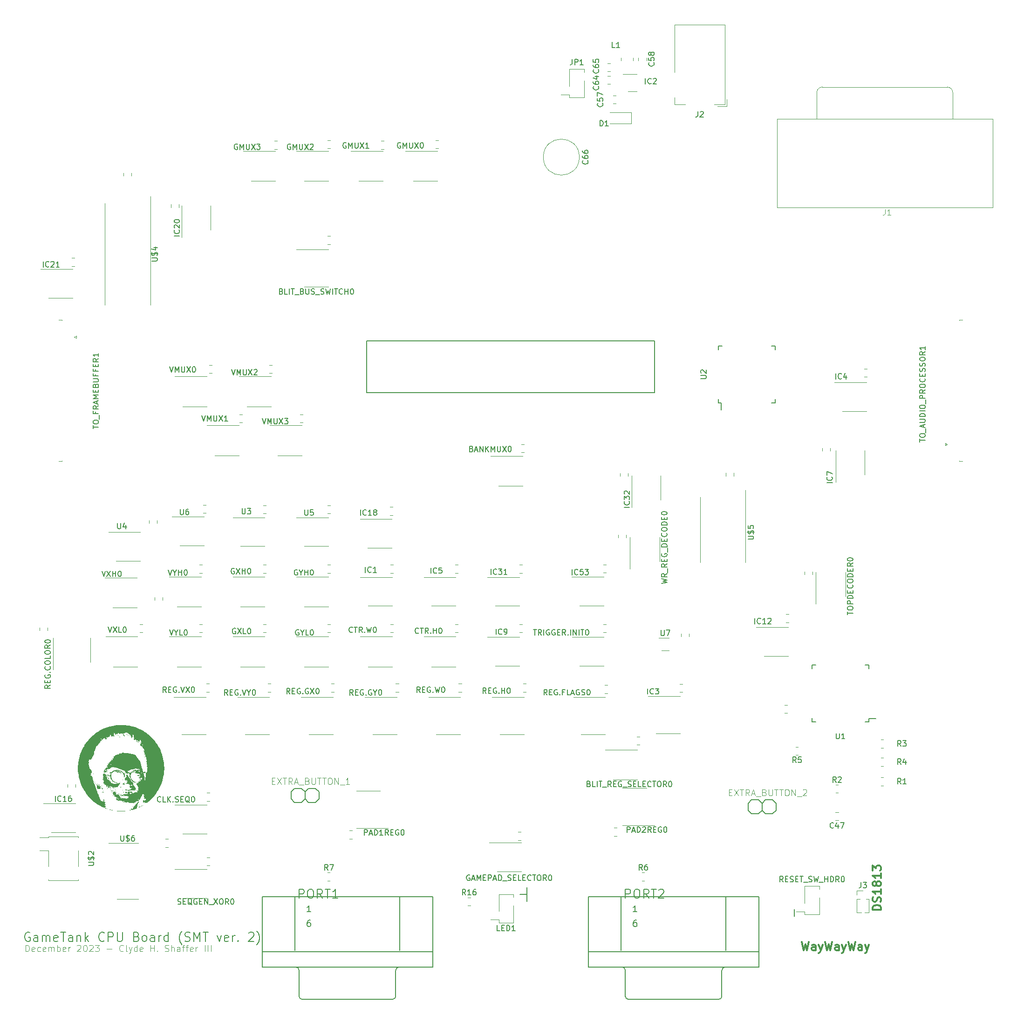
<source format=gbr>
G04 #@! TF.GenerationSoftware,KiCad,Pcbnew,7.0.6*
G04 #@! TF.CreationDate,2024-11-20T12:06:44-05:00*
G04 #@! TF.ProjectId,LogicBoard_smt,4c6f6769-6342-46f6-9172-645f736d742e,rev?*
G04 #@! TF.SameCoordinates,Original*
G04 #@! TF.FileFunction,Legend,Top*
G04 #@! TF.FilePolarity,Positive*
%FSLAX46Y46*%
G04 Gerber Fmt 4.6, Leading zero omitted, Abs format (unit mm)*
G04 Created by KiCad (PCBNEW 7.0.6) date 2024-11-20 12:06:44*
%MOMM*%
%LPD*%
G01*
G04 APERTURE LIST*
%ADD10C,0.152400*%
%ADD11C,0.300000*%
%ADD12C,0.101600*%
%ADD13C,0.142240*%
%ADD14C,0.150000*%
%ADD15C,0.114300*%
%ADD16C,0.160020*%
%ADD17C,0.127000*%
%ADD18C,0.100000*%
%ADD19C,0.120000*%
G04 APERTURE END LIST*
D10*
X127465000Y-158190000D02*
X127465000Y-156920000D01*
X176000000Y-160865000D02*
X176000000Y-162135000D01*
X127465000Y-158190000D02*
X127465000Y-159460000D01*
X126195000Y-158190000D02*
X127465000Y-158190000D01*
D11*
X191800828Y-160945489D02*
X190300828Y-160945489D01*
X190300828Y-160945489D02*
X190300828Y-160588346D01*
X190300828Y-160588346D02*
X190372257Y-160374060D01*
X190372257Y-160374060D02*
X190515114Y-160231203D01*
X190515114Y-160231203D02*
X190657971Y-160159774D01*
X190657971Y-160159774D02*
X190943685Y-160088346D01*
X190943685Y-160088346D02*
X191157971Y-160088346D01*
X191157971Y-160088346D02*
X191443685Y-160159774D01*
X191443685Y-160159774D02*
X191586542Y-160231203D01*
X191586542Y-160231203D02*
X191729400Y-160374060D01*
X191729400Y-160374060D02*
X191800828Y-160588346D01*
X191800828Y-160588346D02*
X191800828Y-160945489D01*
X191729400Y-159516917D02*
X191800828Y-159302632D01*
X191800828Y-159302632D02*
X191800828Y-158945489D01*
X191800828Y-158945489D02*
X191729400Y-158802632D01*
X191729400Y-158802632D02*
X191657971Y-158731203D01*
X191657971Y-158731203D02*
X191515114Y-158659774D01*
X191515114Y-158659774D02*
X191372257Y-158659774D01*
X191372257Y-158659774D02*
X191229400Y-158731203D01*
X191229400Y-158731203D02*
X191157971Y-158802632D01*
X191157971Y-158802632D02*
X191086542Y-158945489D01*
X191086542Y-158945489D02*
X191015114Y-159231203D01*
X191015114Y-159231203D02*
X190943685Y-159374060D01*
X190943685Y-159374060D02*
X190872257Y-159445489D01*
X190872257Y-159445489D02*
X190729400Y-159516917D01*
X190729400Y-159516917D02*
X190586542Y-159516917D01*
X190586542Y-159516917D02*
X190443685Y-159445489D01*
X190443685Y-159445489D02*
X190372257Y-159374060D01*
X190372257Y-159374060D02*
X190300828Y-159231203D01*
X190300828Y-159231203D02*
X190300828Y-158874060D01*
X190300828Y-158874060D02*
X190372257Y-158659774D01*
X191800828Y-157231203D02*
X191800828Y-158088346D01*
X191800828Y-157659775D02*
X190300828Y-157659775D01*
X190300828Y-157659775D02*
X190515114Y-157802632D01*
X190515114Y-157802632D02*
X190657971Y-157945489D01*
X190657971Y-157945489D02*
X190729400Y-158088346D01*
X190943685Y-156374061D02*
X190872257Y-156516918D01*
X190872257Y-156516918D02*
X190800828Y-156588347D01*
X190800828Y-156588347D02*
X190657971Y-156659775D01*
X190657971Y-156659775D02*
X190586542Y-156659775D01*
X190586542Y-156659775D02*
X190443685Y-156588347D01*
X190443685Y-156588347D02*
X190372257Y-156516918D01*
X190372257Y-156516918D02*
X190300828Y-156374061D01*
X190300828Y-156374061D02*
X190300828Y-156088347D01*
X190300828Y-156088347D02*
X190372257Y-155945490D01*
X190372257Y-155945490D02*
X190443685Y-155874061D01*
X190443685Y-155874061D02*
X190586542Y-155802632D01*
X190586542Y-155802632D02*
X190657971Y-155802632D01*
X190657971Y-155802632D02*
X190800828Y-155874061D01*
X190800828Y-155874061D02*
X190872257Y-155945490D01*
X190872257Y-155945490D02*
X190943685Y-156088347D01*
X190943685Y-156088347D02*
X190943685Y-156374061D01*
X190943685Y-156374061D02*
X191015114Y-156516918D01*
X191015114Y-156516918D02*
X191086542Y-156588347D01*
X191086542Y-156588347D02*
X191229400Y-156659775D01*
X191229400Y-156659775D02*
X191515114Y-156659775D01*
X191515114Y-156659775D02*
X191657971Y-156588347D01*
X191657971Y-156588347D02*
X191729400Y-156516918D01*
X191729400Y-156516918D02*
X191800828Y-156374061D01*
X191800828Y-156374061D02*
X191800828Y-156088347D01*
X191800828Y-156088347D02*
X191729400Y-155945490D01*
X191729400Y-155945490D02*
X191657971Y-155874061D01*
X191657971Y-155874061D02*
X191515114Y-155802632D01*
X191515114Y-155802632D02*
X191229400Y-155802632D01*
X191229400Y-155802632D02*
X191086542Y-155874061D01*
X191086542Y-155874061D02*
X191015114Y-155945490D01*
X191015114Y-155945490D02*
X190943685Y-156088347D01*
X191800828Y-154374061D02*
X191800828Y-155231204D01*
X191800828Y-154802633D02*
X190300828Y-154802633D01*
X190300828Y-154802633D02*
X190515114Y-154945490D01*
X190515114Y-154945490D02*
X190657971Y-155088347D01*
X190657971Y-155088347D02*
X190729400Y-155231204D01*
X190300828Y-153874062D02*
X190300828Y-152945490D01*
X190300828Y-152945490D02*
X190872257Y-153445490D01*
X190872257Y-153445490D02*
X190872257Y-153231205D01*
X190872257Y-153231205D02*
X190943685Y-153088348D01*
X190943685Y-153088348D02*
X191015114Y-153016919D01*
X191015114Y-153016919D02*
X191157971Y-152945490D01*
X191157971Y-152945490D02*
X191515114Y-152945490D01*
X191515114Y-152945490D02*
X191657971Y-153016919D01*
X191657971Y-153016919D02*
X191729400Y-153088348D01*
X191729400Y-153088348D02*
X191800828Y-153231205D01*
X191800828Y-153231205D02*
X191800828Y-153659776D01*
X191800828Y-153659776D02*
X191729400Y-153802633D01*
X191729400Y-153802633D02*
X191657971Y-153874062D01*
D12*
X36345032Y-168529726D02*
X36345032Y-167361326D01*
X36345032Y-167361326D02*
X36623222Y-167361326D01*
X36623222Y-167361326D02*
X36790137Y-167416964D01*
X36790137Y-167416964D02*
X36901413Y-167528240D01*
X36901413Y-167528240D02*
X36957051Y-167639516D01*
X36957051Y-167639516D02*
X37012689Y-167862068D01*
X37012689Y-167862068D02*
X37012689Y-168028983D01*
X37012689Y-168028983D02*
X36957051Y-168251535D01*
X36957051Y-168251535D02*
X36901413Y-168362811D01*
X36901413Y-168362811D02*
X36790137Y-168474088D01*
X36790137Y-168474088D02*
X36623222Y-168529726D01*
X36623222Y-168529726D02*
X36345032Y-168529726D01*
X37958537Y-168474088D02*
X37847261Y-168529726D01*
X37847261Y-168529726D02*
X37624708Y-168529726D01*
X37624708Y-168529726D02*
X37513432Y-168474088D01*
X37513432Y-168474088D02*
X37457794Y-168362811D01*
X37457794Y-168362811D02*
X37457794Y-167917707D01*
X37457794Y-167917707D02*
X37513432Y-167806430D01*
X37513432Y-167806430D02*
X37624708Y-167750792D01*
X37624708Y-167750792D02*
X37847261Y-167750792D01*
X37847261Y-167750792D02*
X37958537Y-167806430D01*
X37958537Y-167806430D02*
X38014175Y-167917707D01*
X38014175Y-167917707D02*
X38014175Y-168028983D01*
X38014175Y-168028983D02*
X37457794Y-168140259D01*
X39015661Y-168474088D02*
X38904385Y-168529726D01*
X38904385Y-168529726D02*
X38681832Y-168529726D01*
X38681832Y-168529726D02*
X38570556Y-168474088D01*
X38570556Y-168474088D02*
X38514918Y-168418449D01*
X38514918Y-168418449D02*
X38459280Y-168307173D01*
X38459280Y-168307173D02*
X38459280Y-167973345D01*
X38459280Y-167973345D02*
X38514918Y-167862068D01*
X38514918Y-167862068D02*
X38570556Y-167806430D01*
X38570556Y-167806430D02*
X38681832Y-167750792D01*
X38681832Y-167750792D02*
X38904385Y-167750792D01*
X38904385Y-167750792D02*
X39015661Y-167806430D01*
X39961509Y-168474088D02*
X39850233Y-168529726D01*
X39850233Y-168529726D02*
X39627680Y-168529726D01*
X39627680Y-168529726D02*
X39516404Y-168474088D01*
X39516404Y-168474088D02*
X39460766Y-168362811D01*
X39460766Y-168362811D02*
X39460766Y-167917707D01*
X39460766Y-167917707D02*
X39516404Y-167806430D01*
X39516404Y-167806430D02*
X39627680Y-167750792D01*
X39627680Y-167750792D02*
X39850233Y-167750792D01*
X39850233Y-167750792D02*
X39961509Y-167806430D01*
X39961509Y-167806430D02*
X40017147Y-167917707D01*
X40017147Y-167917707D02*
X40017147Y-168028983D01*
X40017147Y-168028983D02*
X39460766Y-168140259D01*
X40517890Y-168529726D02*
X40517890Y-167750792D01*
X40517890Y-167862068D02*
X40573528Y-167806430D01*
X40573528Y-167806430D02*
X40684804Y-167750792D01*
X40684804Y-167750792D02*
X40851719Y-167750792D01*
X40851719Y-167750792D02*
X40962995Y-167806430D01*
X40962995Y-167806430D02*
X41018633Y-167917707D01*
X41018633Y-167917707D02*
X41018633Y-168529726D01*
X41018633Y-167917707D02*
X41074271Y-167806430D01*
X41074271Y-167806430D02*
X41185547Y-167750792D01*
X41185547Y-167750792D02*
X41352461Y-167750792D01*
X41352461Y-167750792D02*
X41463738Y-167806430D01*
X41463738Y-167806430D02*
X41519376Y-167917707D01*
X41519376Y-167917707D02*
X41519376Y-168529726D01*
X42075757Y-168529726D02*
X42075757Y-167361326D01*
X42075757Y-167806430D02*
X42187033Y-167750792D01*
X42187033Y-167750792D02*
X42409586Y-167750792D01*
X42409586Y-167750792D02*
X42520862Y-167806430D01*
X42520862Y-167806430D02*
X42576500Y-167862068D01*
X42576500Y-167862068D02*
X42632138Y-167973345D01*
X42632138Y-167973345D02*
X42632138Y-168307173D01*
X42632138Y-168307173D02*
X42576500Y-168418449D01*
X42576500Y-168418449D02*
X42520862Y-168474088D01*
X42520862Y-168474088D02*
X42409586Y-168529726D01*
X42409586Y-168529726D02*
X42187033Y-168529726D01*
X42187033Y-168529726D02*
X42075757Y-168474088D01*
X43577986Y-168474088D02*
X43466710Y-168529726D01*
X43466710Y-168529726D02*
X43244157Y-168529726D01*
X43244157Y-168529726D02*
X43132881Y-168474088D01*
X43132881Y-168474088D02*
X43077243Y-168362811D01*
X43077243Y-168362811D02*
X43077243Y-167917707D01*
X43077243Y-167917707D02*
X43132881Y-167806430D01*
X43132881Y-167806430D02*
X43244157Y-167750792D01*
X43244157Y-167750792D02*
X43466710Y-167750792D01*
X43466710Y-167750792D02*
X43577986Y-167806430D01*
X43577986Y-167806430D02*
X43633624Y-167917707D01*
X43633624Y-167917707D02*
X43633624Y-168028983D01*
X43633624Y-168028983D02*
X43077243Y-168140259D01*
X44134367Y-168529726D02*
X44134367Y-167750792D01*
X44134367Y-167973345D02*
X44190005Y-167862068D01*
X44190005Y-167862068D02*
X44245643Y-167806430D01*
X44245643Y-167806430D02*
X44356919Y-167750792D01*
X44356919Y-167750792D02*
X44468196Y-167750792D01*
X45692234Y-167472602D02*
X45747872Y-167416964D01*
X45747872Y-167416964D02*
X45859148Y-167361326D01*
X45859148Y-167361326D02*
X46137339Y-167361326D01*
X46137339Y-167361326D02*
X46248615Y-167416964D01*
X46248615Y-167416964D02*
X46304253Y-167472602D01*
X46304253Y-167472602D02*
X46359891Y-167583878D01*
X46359891Y-167583878D02*
X46359891Y-167695154D01*
X46359891Y-167695154D02*
X46304253Y-167862068D01*
X46304253Y-167862068D02*
X45636596Y-168529726D01*
X45636596Y-168529726D02*
X46359891Y-168529726D01*
X47083186Y-167361326D02*
X47194463Y-167361326D01*
X47194463Y-167361326D02*
X47305739Y-167416964D01*
X47305739Y-167416964D02*
X47361377Y-167472602D01*
X47361377Y-167472602D02*
X47417015Y-167583878D01*
X47417015Y-167583878D02*
X47472653Y-167806430D01*
X47472653Y-167806430D02*
X47472653Y-168084621D01*
X47472653Y-168084621D02*
X47417015Y-168307173D01*
X47417015Y-168307173D02*
X47361377Y-168418449D01*
X47361377Y-168418449D02*
X47305739Y-168474088D01*
X47305739Y-168474088D02*
X47194463Y-168529726D01*
X47194463Y-168529726D02*
X47083186Y-168529726D01*
X47083186Y-168529726D02*
X46971910Y-168474088D01*
X46971910Y-168474088D02*
X46916272Y-168418449D01*
X46916272Y-168418449D02*
X46860634Y-168307173D01*
X46860634Y-168307173D02*
X46804996Y-168084621D01*
X46804996Y-168084621D02*
X46804996Y-167806430D01*
X46804996Y-167806430D02*
X46860634Y-167583878D01*
X46860634Y-167583878D02*
X46916272Y-167472602D01*
X46916272Y-167472602D02*
X46971910Y-167416964D01*
X46971910Y-167416964D02*
X47083186Y-167361326D01*
X47917758Y-167472602D02*
X47973396Y-167416964D01*
X47973396Y-167416964D02*
X48084672Y-167361326D01*
X48084672Y-167361326D02*
X48362863Y-167361326D01*
X48362863Y-167361326D02*
X48474139Y-167416964D01*
X48474139Y-167416964D02*
X48529777Y-167472602D01*
X48529777Y-167472602D02*
X48585415Y-167583878D01*
X48585415Y-167583878D02*
X48585415Y-167695154D01*
X48585415Y-167695154D02*
X48529777Y-167862068D01*
X48529777Y-167862068D02*
X47862120Y-168529726D01*
X47862120Y-168529726D02*
X48585415Y-168529726D01*
X48974882Y-167361326D02*
X49698177Y-167361326D01*
X49698177Y-167361326D02*
X49308710Y-167806430D01*
X49308710Y-167806430D02*
X49475625Y-167806430D01*
X49475625Y-167806430D02*
X49586901Y-167862068D01*
X49586901Y-167862068D02*
X49642539Y-167917707D01*
X49642539Y-167917707D02*
X49698177Y-168028983D01*
X49698177Y-168028983D02*
X49698177Y-168307173D01*
X49698177Y-168307173D02*
X49642539Y-168418449D01*
X49642539Y-168418449D02*
X49586901Y-168474088D01*
X49586901Y-168474088D02*
X49475625Y-168529726D01*
X49475625Y-168529726D02*
X49141796Y-168529726D01*
X49141796Y-168529726D02*
X49030520Y-168474088D01*
X49030520Y-168474088D02*
X48974882Y-168418449D01*
X51089130Y-168084621D02*
X51979340Y-168084621D01*
X54093587Y-168418449D02*
X54037949Y-168474088D01*
X54037949Y-168474088D02*
X53871035Y-168529726D01*
X53871035Y-168529726D02*
X53759759Y-168529726D01*
X53759759Y-168529726D02*
X53592844Y-168474088D01*
X53592844Y-168474088D02*
X53481568Y-168362811D01*
X53481568Y-168362811D02*
X53425930Y-168251535D01*
X53425930Y-168251535D02*
X53370292Y-168028983D01*
X53370292Y-168028983D02*
X53370292Y-167862068D01*
X53370292Y-167862068D02*
X53425930Y-167639516D01*
X53425930Y-167639516D02*
X53481568Y-167528240D01*
X53481568Y-167528240D02*
X53592844Y-167416964D01*
X53592844Y-167416964D02*
X53759759Y-167361326D01*
X53759759Y-167361326D02*
X53871035Y-167361326D01*
X53871035Y-167361326D02*
X54037949Y-167416964D01*
X54037949Y-167416964D02*
X54093587Y-167472602D01*
X54761244Y-168529726D02*
X54649968Y-168474088D01*
X54649968Y-168474088D02*
X54594330Y-168362811D01*
X54594330Y-168362811D02*
X54594330Y-167361326D01*
X55095073Y-167750792D02*
X55373263Y-168529726D01*
X55651454Y-167750792D02*
X55373263Y-168529726D01*
X55373263Y-168529726D02*
X55261987Y-168807916D01*
X55261987Y-168807916D02*
X55206349Y-168863554D01*
X55206349Y-168863554D02*
X55095073Y-168919192D01*
X56597302Y-168529726D02*
X56597302Y-167361326D01*
X56597302Y-168474088D02*
X56486026Y-168529726D01*
X56486026Y-168529726D02*
X56263473Y-168529726D01*
X56263473Y-168529726D02*
X56152197Y-168474088D01*
X56152197Y-168474088D02*
X56096559Y-168418449D01*
X56096559Y-168418449D02*
X56040921Y-168307173D01*
X56040921Y-168307173D02*
X56040921Y-167973345D01*
X56040921Y-167973345D02*
X56096559Y-167862068D01*
X56096559Y-167862068D02*
X56152197Y-167806430D01*
X56152197Y-167806430D02*
X56263473Y-167750792D01*
X56263473Y-167750792D02*
X56486026Y-167750792D01*
X56486026Y-167750792D02*
X56597302Y-167806430D01*
X57598788Y-168474088D02*
X57487512Y-168529726D01*
X57487512Y-168529726D02*
X57264959Y-168529726D01*
X57264959Y-168529726D02*
X57153683Y-168474088D01*
X57153683Y-168474088D02*
X57098045Y-168362811D01*
X57098045Y-168362811D02*
X57098045Y-167917707D01*
X57098045Y-167917707D02*
X57153683Y-167806430D01*
X57153683Y-167806430D02*
X57264959Y-167750792D01*
X57264959Y-167750792D02*
X57487512Y-167750792D01*
X57487512Y-167750792D02*
X57598788Y-167806430D01*
X57598788Y-167806430D02*
X57654426Y-167917707D01*
X57654426Y-167917707D02*
X57654426Y-168028983D01*
X57654426Y-168028983D02*
X57098045Y-168140259D01*
X59045379Y-168529726D02*
X59045379Y-167361326D01*
X59045379Y-167917707D02*
X59713036Y-167917707D01*
X59713036Y-168529726D02*
X59713036Y-167361326D01*
X60269417Y-168418449D02*
X60325055Y-168474088D01*
X60325055Y-168474088D02*
X60269417Y-168529726D01*
X60269417Y-168529726D02*
X60213779Y-168474088D01*
X60213779Y-168474088D02*
X60269417Y-168418449D01*
X60269417Y-168418449D02*
X60269417Y-168529726D01*
X61660370Y-168474088D02*
X61827284Y-168529726D01*
X61827284Y-168529726D02*
X62105475Y-168529726D01*
X62105475Y-168529726D02*
X62216751Y-168474088D01*
X62216751Y-168474088D02*
X62272389Y-168418449D01*
X62272389Y-168418449D02*
X62328027Y-168307173D01*
X62328027Y-168307173D02*
X62328027Y-168195897D01*
X62328027Y-168195897D02*
X62272389Y-168084621D01*
X62272389Y-168084621D02*
X62216751Y-168028983D01*
X62216751Y-168028983D02*
X62105475Y-167973345D01*
X62105475Y-167973345D02*
X61882922Y-167917707D01*
X61882922Y-167917707D02*
X61771646Y-167862068D01*
X61771646Y-167862068D02*
X61716008Y-167806430D01*
X61716008Y-167806430D02*
X61660370Y-167695154D01*
X61660370Y-167695154D02*
X61660370Y-167583878D01*
X61660370Y-167583878D02*
X61716008Y-167472602D01*
X61716008Y-167472602D02*
X61771646Y-167416964D01*
X61771646Y-167416964D02*
X61882922Y-167361326D01*
X61882922Y-167361326D02*
X62161113Y-167361326D01*
X62161113Y-167361326D02*
X62328027Y-167416964D01*
X62828770Y-168529726D02*
X62828770Y-167361326D01*
X63329513Y-168529726D02*
X63329513Y-167917707D01*
X63329513Y-167917707D02*
X63273875Y-167806430D01*
X63273875Y-167806430D02*
X63162599Y-167750792D01*
X63162599Y-167750792D02*
X62995684Y-167750792D01*
X62995684Y-167750792D02*
X62884408Y-167806430D01*
X62884408Y-167806430D02*
X62828770Y-167862068D01*
X64386637Y-168529726D02*
X64386637Y-167917707D01*
X64386637Y-167917707D02*
X64330999Y-167806430D01*
X64330999Y-167806430D02*
X64219723Y-167750792D01*
X64219723Y-167750792D02*
X63997170Y-167750792D01*
X63997170Y-167750792D02*
X63885894Y-167806430D01*
X64386637Y-168474088D02*
X64275361Y-168529726D01*
X64275361Y-168529726D02*
X63997170Y-168529726D01*
X63997170Y-168529726D02*
X63885894Y-168474088D01*
X63885894Y-168474088D02*
X63830256Y-168362811D01*
X63830256Y-168362811D02*
X63830256Y-168251535D01*
X63830256Y-168251535D02*
X63885894Y-168140259D01*
X63885894Y-168140259D02*
X63997170Y-168084621D01*
X63997170Y-168084621D02*
X64275361Y-168084621D01*
X64275361Y-168084621D02*
X64386637Y-168028983D01*
X64776104Y-167750792D02*
X65221208Y-167750792D01*
X64943018Y-168529726D02*
X64943018Y-167528240D01*
X64943018Y-167528240D02*
X64998656Y-167416964D01*
X64998656Y-167416964D02*
X65109932Y-167361326D01*
X65109932Y-167361326D02*
X65221208Y-167361326D01*
X65443761Y-167750792D02*
X65888865Y-167750792D01*
X65610675Y-168529726D02*
X65610675Y-167528240D01*
X65610675Y-167528240D02*
X65666313Y-167416964D01*
X65666313Y-167416964D02*
X65777589Y-167361326D01*
X65777589Y-167361326D02*
X65888865Y-167361326D01*
X66723437Y-168474088D02*
X66612161Y-168529726D01*
X66612161Y-168529726D02*
X66389608Y-168529726D01*
X66389608Y-168529726D02*
X66278332Y-168474088D01*
X66278332Y-168474088D02*
X66222694Y-168362811D01*
X66222694Y-168362811D02*
X66222694Y-167917707D01*
X66222694Y-167917707D02*
X66278332Y-167806430D01*
X66278332Y-167806430D02*
X66389608Y-167750792D01*
X66389608Y-167750792D02*
X66612161Y-167750792D01*
X66612161Y-167750792D02*
X66723437Y-167806430D01*
X66723437Y-167806430D02*
X66779075Y-167917707D01*
X66779075Y-167917707D02*
X66779075Y-168028983D01*
X66779075Y-168028983D02*
X66222694Y-168140259D01*
X67279818Y-168529726D02*
X67279818Y-167750792D01*
X67279818Y-167973345D02*
X67335456Y-167862068D01*
X67335456Y-167862068D02*
X67391094Y-167806430D01*
X67391094Y-167806430D02*
X67502370Y-167750792D01*
X67502370Y-167750792D02*
X67613647Y-167750792D01*
X68893323Y-168529726D02*
X68893323Y-167361326D01*
X69449704Y-168529726D02*
X69449704Y-167361326D01*
X70006085Y-168529726D02*
X70006085Y-167361326D01*
D13*
X37089871Y-165134550D02*
X36934084Y-165056657D01*
X36934084Y-165056657D02*
X36700404Y-165056657D01*
X36700404Y-165056657D02*
X36466724Y-165134550D01*
X36466724Y-165134550D02*
X36310938Y-165290337D01*
X36310938Y-165290337D02*
X36233044Y-165446124D01*
X36233044Y-165446124D02*
X36155151Y-165757697D01*
X36155151Y-165757697D02*
X36155151Y-165991377D01*
X36155151Y-165991377D02*
X36233044Y-166302950D01*
X36233044Y-166302950D02*
X36310938Y-166458737D01*
X36310938Y-166458737D02*
X36466724Y-166614524D01*
X36466724Y-166614524D02*
X36700404Y-166692417D01*
X36700404Y-166692417D02*
X36856191Y-166692417D01*
X36856191Y-166692417D02*
X37089871Y-166614524D01*
X37089871Y-166614524D02*
X37167764Y-166536630D01*
X37167764Y-166536630D02*
X37167764Y-165991377D01*
X37167764Y-165991377D02*
X36856191Y-165991377D01*
X38569844Y-166692417D02*
X38569844Y-165835590D01*
X38569844Y-165835590D02*
X38491951Y-165679804D01*
X38491951Y-165679804D02*
X38336164Y-165601910D01*
X38336164Y-165601910D02*
X38024591Y-165601910D01*
X38024591Y-165601910D02*
X37868804Y-165679804D01*
X38569844Y-166614524D02*
X38414058Y-166692417D01*
X38414058Y-166692417D02*
X38024591Y-166692417D01*
X38024591Y-166692417D02*
X37868804Y-166614524D01*
X37868804Y-166614524D02*
X37790911Y-166458737D01*
X37790911Y-166458737D02*
X37790911Y-166302950D01*
X37790911Y-166302950D02*
X37868804Y-166147164D01*
X37868804Y-166147164D02*
X38024591Y-166069270D01*
X38024591Y-166069270D02*
X38414058Y-166069270D01*
X38414058Y-166069270D02*
X38569844Y-165991377D01*
X39348777Y-166692417D02*
X39348777Y-165601910D01*
X39348777Y-165757697D02*
X39426671Y-165679804D01*
X39426671Y-165679804D02*
X39582457Y-165601910D01*
X39582457Y-165601910D02*
X39816137Y-165601910D01*
X39816137Y-165601910D02*
X39971924Y-165679804D01*
X39971924Y-165679804D02*
X40049817Y-165835590D01*
X40049817Y-165835590D02*
X40049817Y-166692417D01*
X40049817Y-165835590D02*
X40127711Y-165679804D01*
X40127711Y-165679804D02*
X40283497Y-165601910D01*
X40283497Y-165601910D02*
X40517177Y-165601910D01*
X40517177Y-165601910D02*
X40672964Y-165679804D01*
X40672964Y-165679804D02*
X40750857Y-165835590D01*
X40750857Y-165835590D02*
X40750857Y-166692417D01*
X42152937Y-166614524D02*
X41997150Y-166692417D01*
X41997150Y-166692417D02*
X41685577Y-166692417D01*
X41685577Y-166692417D02*
X41529790Y-166614524D01*
X41529790Y-166614524D02*
X41451897Y-166458737D01*
X41451897Y-166458737D02*
X41451897Y-165835590D01*
X41451897Y-165835590D02*
X41529790Y-165679804D01*
X41529790Y-165679804D02*
X41685577Y-165601910D01*
X41685577Y-165601910D02*
X41997150Y-165601910D01*
X41997150Y-165601910D02*
X42152937Y-165679804D01*
X42152937Y-165679804D02*
X42230830Y-165835590D01*
X42230830Y-165835590D02*
X42230830Y-165991377D01*
X42230830Y-165991377D02*
X41451897Y-166147164D01*
X42698190Y-165056657D02*
X43632910Y-165056657D01*
X43165550Y-166692417D02*
X43165550Y-165056657D01*
X44879203Y-166692417D02*
X44879203Y-165835590D01*
X44879203Y-165835590D02*
X44801310Y-165679804D01*
X44801310Y-165679804D02*
X44645523Y-165601910D01*
X44645523Y-165601910D02*
X44333950Y-165601910D01*
X44333950Y-165601910D02*
X44178163Y-165679804D01*
X44879203Y-166614524D02*
X44723417Y-166692417D01*
X44723417Y-166692417D02*
X44333950Y-166692417D01*
X44333950Y-166692417D02*
X44178163Y-166614524D01*
X44178163Y-166614524D02*
X44100270Y-166458737D01*
X44100270Y-166458737D02*
X44100270Y-166302950D01*
X44100270Y-166302950D02*
X44178163Y-166147164D01*
X44178163Y-166147164D02*
X44333950Y-166069270D01*
X44333950Y-166069270D02*
X44723417Y-166069270D01*
X44723417Y-166069270D02*
X44879203Y-165991377D01*
X45658136Y-165601910D02*
X45658136Y-166692417D01*
X45658136Y-165757697D02*
X45736030Y-165679804D01*
X45736030Y-165679804D02*
X45891816Y-165601910D01*
X45891816Y-165601910D02*
X46125496Y-165601910D01*
X46125496Y-165601910D02*
X46281283Y-165679804D01*
X46281283Y-165679804D02*
X46359176Y-165835590D01*
X46359176Y-165835590D02*
X46359176Y-166692417D01*
X47138109Y-166692417D02*
X47138109Y-165056657D01*
X47293896Y-166069270D02*
X47761256Y-166692417D01*
X47761256Y-165601910D02*
X47138109Y-166225057D01*
X50643309Y-166536630D02*
X50565416Y-166614524D01*
X50565416Y-166614524D02*
X50331736Y-166692417D01*
X50331736Y-166692417D02*
X50175949Y-166692417D01*
X50175949Y-166692417D02*
X49942269Y-166614524D01*
X49942269Y-166614524D02*
X49786483Y-166458737D01*
X49786483Y-166458737D02*
X49708589Y-166302950D01*
X49708589Y-166302950D02*
X49630696Y-165991377D01*
X49630696Y-165991377D02*
X49630696Y-165757697D01*
X49630696Y-165757697D02*
X49708589Y-165446124D01*
X49708589Y-165446124D02*
X49786483Y-165290337D01*
X49786483Y-165290337D02*
X49942269Y-165134550D01*
X49942269Y-165134550D02*
X50175949Y-165056657D01*
X50175949Y-165056657D02*
X50331736Y-165056657D01*
X50331736Y-165056657D02*
X50565416Y-165134550D01*
X50565416Y-165134550D02*
X50643309Y-165212444D01*
X51344349Y-166692417D02*
X51344349Y-165056657D01*
X51344349Y-165056657D02*
X51967496Y-165056657D01*
X51967496Y-165056657D02*
X52123283Y-165134550D01*
X52123283Y-165134550D02*
X52201176Y-165212444D01*
X52201176Y-165212444D02*
X52279069Y-165368230D01*
X52279069Y-165368230D02*
X52279069Y-165601910D01*
X52279069Y-165601910D02*
X52201176Y-165757697D01*
X52201176Y-165757697D02*
X52123283Y-165835590D01*
X52123283Y-165835590D02*
X51967496Y-165913484D01*
X51967496Y-165913484D02*
X51344349Y-165913484D01*
X52980109Y-165056657D02*
X52980109Y-166380844D01*
X52980109Y-166380844D02*
X53058003Y-166536630D01*
X53058003Y-166536630D02*
X53135896Y-166614524D01*
X53135896Y-166614524D02*
X53291683Y-166692417D01*
X53291683Y-166692417D02*
X53603256Y-166692417D01*
X53603256Y-166692417D02*
X53759043Y-166614524D01*
X53759043Y-166614524D02*
X53836936Y-166536630D01*
X53836936Y-166536630D02*
X53914829Y-166380844D01*
X53914829Y-166380844D02*
X53914829Y-165056657D01*
X56485309Y-165835590D02*
X56718989Y-165913484D01*
X56718989Y-165913484D02*
X56796882Y-165991377D01*
X56796882Y-165991377D02*
X56874775Y-166147164D01*
X56874775Y-166147164D02*
X56874775Y-166380844D01*
X56874775Y-166380844D02*
X56796882Y-166536630D01*
X56796882Y-166536630D02*
X56718989Y-166614524D01*
X56718989Y-166614524D02*
X56563202Y-166692417D01*
X56563202Y-166692417D02*
X55940055Y-166692417D01*
X55940055Y-166692417D02*
X55940055Y-165056657D01*
X55940055Y-165056657D02*
X56485309Y-165056657D01*
X56485309Y-165056657D02*
X56641095Y-165134550D01*
X56641095Y-165134550D02*
X56718989Y-165212444D01*
X56718989Y-165212444D02*
X56796882Y-165368230D01*
X56796882Y-165368230D02*
X56796882Y-165524017D01*
X56796882Y-165524017D02*
X56718989Y-165679804D01*
X56718989Y-165679804D02*
X56641095Y-165757697D01*
X56641095Y-165757697D02*
X56485309Y-165835590D01*
X56485309Y-165835590D02*
X55940055Y-165835590D01*
X57809495Y-166692417D02*
X57653709Y-166614524D01*
X57653709Y-166614524D02*
X57575815Y-166536630D01*
X57575815Y-166536630D02*
X57497922Y-166380844D01*
X57497922Y-166380844D02*
X57497922Y-165913484D01*
X57497922Y-165913484D02*
X57575815Y-165757697D01*
X57575815Y-165757697D02*
X57653709Y-165679804D01*
X57653709Y-165679804D02*
X57809495Y-165601910D01*
X57809495Y-165601910D02*
X58043175Y-165601910D01*
X58043175Y-165601910D02*
X58198962Y-165679804D01*
X58198962Y-165679804D02*
X58276855Y-165757697D01*
X58276855Y-165757697D02*
X58354749Y-165913484D01*
X58354749Y-165913484D02*
X58354749Y-166380844D01*
X58354749Y-166380844D02*
X58276855Y-166536630D01*
X58276855Y-166536630D02*
X58198962Y-166614524D01*
X58198962Y-166614524D02*
X58043175Y-166692417D01*
X58043175Y-166692417D02*
X57809495Y-166692417D01*
X59756828Y-166692417D02*
X59756828Y-165835590D01*
X59756828Y-165835590D02*
X59678935Y-165679804D01*
X59678935Y-165679804D02*
X59523148Y-165601910D01*
X59523148Y-165601910D02*
X59211575Y-165601910D01*
X59211575Y-165601910D02*
X59055788Y-165679804D01*
X59756828Y-166614524D02*
X59601042Y-166692417D01*
X59601042Y-166692417D02*
X59211575Y-166692417D01*
X59211575Y-166692417D02*
X59055788Y-166614524D01*
X59055788Y-166614524D02*
X58977895Y-166458737D01*
X58977895Y-166458737D02*
X58977895Y-166302950D01*
X58977895Y-166302950D02*
X59055788Y-166147164D01*
X59055788Y-166147164D02*
X59211575Y-166069270D01*
X59211575Y-166069270D02*
X59601042Y-166069270D01*
X59601042Y-166069270D02*
X59756828Y-165991377D01*
X60535761Y-166692417D02*
X60535761Y-165601910D01*
X60535761Y-165913484D02*
X60613655Y-165757697D01*
X60613655Y-165757697D02*
X60691548Y-165679804D01*
X60691548Y-165679804D02*
X60847335Y-165601910D01*
X60847335Y-165601910D02*
X61003121Y-165601910D01*
X62249414Y-166692417D02*
X62249414Y-165056657D01*
X62249414Y-166614524D02*
X62093628Y-166692417D01*
X62093628Y-166692417D02*
X61782054Y-166692417D01*
X61782054Y-166692417D02*
X61626268Y-166614524D01*
X61626268Y-166614524D02*
X61548374Y-166536630D01*
X61548374Y-166536630D02*
X61470481Y-166380844D01*
X61470481Y-166380844D02*
X61470481Y-165913484D01*
X61470481Y-165913484D02*
X61548374Y-165757697D01*
X61548374Y-165757697D02*
X61626268Y-165679804D01*
X61626268Y-165679804D02*
X61782054Y-165601910D01*
X61782054Y-165601910D02*
X62093628Y-165601910D01*
X62093628Y-165601910D02*
X62249414Y-165679804D01*
X64742000Y-167315564D02*
X64664107Y-167237670D01*
X64664107Y-167237670D02*
X64508320Y-167003990D01*
X64508320Y-167003990D02*
X64430427Y-166848204D01*
X64430427Y-166848204D02*
X64352534Y-166614524D01*
X64352534Y-166614524D02*
X64274640Y-166225057D01*
X64274640Y-166225057D02*
X64274640Y-165913484D01*
X64274640Y-165913484D02*
X64352534Y-165524017D01*
X64352534Y-165524017D02*
X64430427Y-165290337D01*
X64430427Y-165290337D02*
X64508320Y-165134550D01*
X64508320Y-165134550D02*
X64664107Y-164900870D01*
X64664107Y-164900870D02*
X64742000Y-164822977D01*
X65287254Y-166614524D02*
X65520934Y-166692417D01*
X65520934Y-166692417D02*
X65910401Y-166692417D01*
X65910401Y-166692417D02*
X66066187Y-166614524D01*
X66066187Y-166614524D02*
X66144081Y-166536630D01*
X66144081Y-166536630D02*
X66221974Y-166380844D01*
X66221974Y-166380844D02*
X66221974Y-166225057D01*
X66221974Y-166225057D02*
X66144081Y-166069270D01*
X66144081Y-166069270D02*
X66066187Y-165991377D01*
X66066187Y-165991377D02*
X65910401Y-165913484D01*
X65910401Y-165913484D02*
X65598827Y-165835590D01*
X65598827Y-165835590D02*
X65443041Y-165757697D01*
X65443041Y-165757697D02*
X65365147Y-165679804D01*
X65365147Y-165679804D02*
X65287254Y-165524017D01*
X65287254Y-165524017D02*
X65287254Y-165368230D01*
X65287254Y-165368230D02*
X65365147Y-165212444D01*
X65365147Y-165212444D02*
X65443041Y-165134550D01*
X65443041Y-165134550D02*
X65598827Y-165056657D01*
X65598827Y-165056657D02*
X65988294Y-165056657D01*
X65988294Y-165056657D02*
X66221974Y-165134550D01*
X66923014Y-166692417D02*
X66923014Y-165056657D01*
X66923014Y-165056657D02*
X67468268Y-166225057D01*
X67468268Y-166225057D02*
X68013521Y-165056657D01*
X68013521Y-165056657D02*
X68013521Y-166692417D01*
X68558774Y-165056657D02*
X69493494Y-165056657D01*
X69026134Y-166692417D02*
X69026134Y-165056657D01*
X71129254Y-165601910D02*
X71518720Y-166692417D01*
X71518720Y-166692417D02*
X71908187Y-165601910D01*
X73154480Y-166614524D02*
X72998693Y-166692417D01*
X72998693Y-166692417D02*
X72687120Y-166692417D01*
X72687120Y-166692417D02*
X72531333Y-166614524D01*
X72531333Y-166614524D02*
X72453440Y-166458737D01*
X72453440Y-166458737D02*
X72453440Y-165835590D01*
X72453440Y-165835590D02*
X72531333Y-165679804D01*
X72531333Y-165679804D02*
X72687120Y-165601910D01*
X72687120Y-165601910D02*
X72998693Y-165601910D01*
X72998693Y-165601910D02*
X73154480Y-165679804D01*
X73154480Y-165679804D02*
X73232373Y-165835590D01*
X73232373Y-165835590D02*
X73232373Y-165991377D01*
X73232373Y-165991377D02*
X72453440Y-166147164D01*
X73933413Y-166692417D02*
X73933413Y-165601910D01*
X73933413Y-165913484D02*
X74011307Y-165757697D01*
X74011307Y-165757697D02*
X74089200Y-165679804D01*
X74089200Y-165679804D02*
X74244987Y-165601910D01*
X74244987Y-165601910D02*
X74400773Y-165601910D01*
X74946026Y-166536630D02*
X75023920Y-166614524D01*
X75023920Y-166614524D02*
X74946026Y-166692417D01*
X74946026Y-166692417D02*
X74868133Y-166614524D01*
X74868133Y-166614524D02*
X74946026Y-166536630D01*
X74946026Y-166536630D02*
X74946026Y-166692417D01*
X76893359Y-165212444D02*
X76971252Y-165134550D01*
X76971252Y-165134550D02*
X77127039Y-165056657D01*
X77127039Y-165056657D02*
X77516506Y-165056657D01*
X77516506Y-165056657D02*
X77672292Y-165134550D01*
X77672292Y-165134550D02*
X77750186Y-165212444D01*
X77750186Y-165212444D02*
X77828079Y-165368230D01*
X77828079Y-165368230D02*
X77828079Y-165524017D01*
X77828079Y-165524017D02*
X77750186Y-165757697D01*
X77750186Y-165757697D02*
X76815466Y-166692417D01*
X76815466Y-166692417D02*
X77828079Y-166692417D01*
X78373333Y-167315564D02*
X78451226Y-167237670D01*
X78451226Y-167237670D02*
X78607013Y-167003990D01*
X78607013Y-167003990D02*
X78684906Y-166848204D01*
X78684906Y-166848204D02*
X78762799Y-166614524D01*
X78762799Y-166614524D02*
X78840693Y-166225057D01*
X78840693Y-166225057D02*
X78840693Y-165913484D01*
X78840693Y-165913484D02*
X78762799Y-165524017D01*
X78762799Y-165524017D02*
X78684906Y-165290337D01*
X78684906Y-165290337D02*
X78607013Y-165134550D01*
X78607013Y-165134550D02*
X78451226Y-164900870D01*
X78451226Y-164900870D02*
X78373333Y-164822977D01*
D11*
X177411653Y-166800828D02*
X177768796Y-168300828D01*
X177768796Y-168300828D02*
X178054510Y-167229400D01*
X178054510Y-167229400D02*
X178340225Y-168300828D01*
X178340225Y-168300828D02*
X178697368Y-166800828D01*
X179911654Y-168300828D02*
X179911654Y-167515114D01*
X179911654Y-167515114D02*
X179840225Y-167372257D01*
X179840225Y-167372257D02*
X179697368Y-167300828D01*
X179697368Y-167300828D02*
X179411654Y-167300828D01*
X179411654Y-167300828D02*
X179268796Y-167372257D01*
X179911654Y-168229400D02*
X179768796Y-168300828D01*
X179768796Y-168300828D02*
X179411654Y-168300828D01*
X179411654Y-168300828D02*
X179268796Y-168229400D01*
X179268796Y-168229400D02*
X179197368Y-168086542D01*
X179197368Y-168086542D02*
X179197368Y-167943685D01*
X179197368Y-167943685D02*
X179268796Y-167800828D01*
X179268796Y-167800828D02*
X179411654Y-167729400D01*
X179411654Y-167729400D02*
X179768796Y-167729400D01*
X179768796Y-167729400D02*
X179911654Y-167657971D01*
X180483082Y-167300828D02*
X180840225Y-168300828D01*
X181197368Y-167300828D02*
X180840225Y-168300828D01*
X180840225Y-168300828D02*
X180697368Y-168657971D01*
X180697368Y-168657971D02*
X180625939Y-168729400D01*
X180625939Y-168729400D02*
X180483082Y-168800828D01*
X181625939Y-166800828D02*
X181983082Y-168300828D01*
X181983082Y-168300828D02*
X182268796Y-167229400D01*
X182268796Y-167229400D02*
X182554511Y-168300828D01*
X182554511Y-168300828D02*
X182911654Y-166800828D01*
X184125940Y-168300828D02*
X184125940Y-167515114D01*
X184125940Y-167515114D02*
X184054511Y-167372257D01*
X184054511Y-167372257D02*
X183911654Y-167300828D01*
X183911654Y-167300828D02*
X183625940Y-167300828D01*
X183625940Y-167300828D02*
X183483082Y-167372257D01*
X184125940Y-168229400D02*
X183983082Y-168300828D01*
X183983082Y-168300828D02*
X183625940Y-168300828D01*
X183625940Y-168300828D02*
X183483082Y-168229400D01*
X183483082Y-168229400D02*
X183411654Y-168086542D01*
X183411654Y-168086542D02*
X183411654Y-167943685D01*
X183411654Y-167943685D02*
X183483082Y-167800828D01*
X183483082Y-167800828D02*
X183625940Y-167729400D01*
X183625940Y-167729400D02*
X183983082Y-167729400D01*
X183983082Y-167729400D02*
X184125940Y-167657971D01*
X184697368Y-167300828D02*
X185054511Y-168300828D01*
X185411654Y-167300828D02*
X185054511Y-168300828D01*
X185054511Y-168300828D02*
X184911654Y-168657971D01*
X184911654Y-168657971D02*
X184840225Y-168729400D01*
X184840225Y-168729400D02*
X184697368Y-168800828D01*
X185840225Y-166800828D02*
X186197368Y-168300828D01*
X186197368Y-168300828D02*
X186483082Y-167229400D01*
X186483082Y-167229400D02*
X186768797Y-168300828D01*
X186768797Y-168300828D02*
X187125940Y-166800828D01*
X188340226Y-168300828D02*
X188340226Y-167515114D01*
X188340226Y-167515114D02*
X188268797Y-167372257D01*
X188268797Y-167372257D02*
X188125940Y-167300828D01*
X188125940Y-167300828D02*
X187840226Y-167300828D01*
X187840226Y-167300828D02*
X187697368Y-167372257D01*
X188340226Y-168229400D02*
X188197368Y-168300828D01*
X188197368Y-168300828D02*
X187840226Y-168300828D01*
X187840226Y-168300828D02*
X187697368Y-168229400D01*
X187697368Y-168229400D02*
X187625940Y-168086542D01*
X187625940Y-168086542D02*
X187625940Y-167943685D01*
X187625940Y-167943685D02*
X187697368Y-167800828D01*
X187697368Y-167800828D02*
X187840226Y-167729400D01*
X187840226Y-167729400D02*
X188197368Y-167729400D01*
X188197368Y-167729400D02*
X188340226Y-167657971D01*
X188911654Y-167300828D02*
X189268797Y-168300828D01*
X189625940Y-167300828D02*
X189268797Y-168300828D01*
X189268797Y-168300828D02*
X189125940Y-168657971D01*
X189125940Y-168657971D02*
X189054511Y-168729400D01*
X189054511Y-168729400D02*
X188911654Y-168800828D01*
D14*
X84474833Y-21960438D02*
X84379595Y-21912819D01*
X84379595Y-21912819D02*
X84236738Y-21912819D01*
X84236738Y-21912819D02*
X84093881Y-21960438D01*
X84093881Y-21960438D02*
X83998643Y-22055676D01*
X83998643Y-22055676D02*
X83951024Y-22150914D01*
X83951024Y-22150914D02*
X83903405Y-22341390D01*
X83903405Y-22341390D02*
X83903405Y-22484247D01*
X83903405Y-22484247D02*
X83951024Y-22674723D01*
X83951024Y-22674723D02*
X83998643Y-22769961D01*
X83998643Y-22769961D02*
X84093881Y-22865200D01*
X84093881Y-22865200D02*
X84236738Y-22912819D01*
X84236738Y-22912819D02*
X84331976Y-22912819D01*
X84331976Y-22912819D02*
X84474833Y-22865200D01*
X84474833Y-22865200D02*
X84522452Y-22817580D01*
X84522452Y-22817580D02*
X84522452Y-22484247D01*
X84522452Y-22484247D02*
X84331976Y-22484247D01*
X84951024Y-22912819D02*
X84951024Y-21912819D01*
X84951024Y-21912819D02*
X85284357Y-22627104D01*
X85284357Y-22627104D02*
X85617690Y-21912819D01*
X85617690Y-21912819D02*
X85617690Y-22912819D01*
X86093881Y-21912819D02*
X86093881Y-22722342D01*
X86093881Y-22722342D02*
X86141500Y-22817580D01*
X86141500Y-22817580D02*
X86189119Y-22865200D01*
X86189119Y-22865200D02*
X86284357Y-22912819D01*
X86284357Y-22912819D02*
X86474833Y-22912819D01*
X86474833Y-22912819D02*
X86570071Y-22865200D01*
X86570071Y-22865200D02*
X86617690Y-22817580D01*
X86617690Y-22817580D02*
X86665309Y-22722342D01*
X86665309Y-22722342D02*
X86665309Y-21912819D01*
X87046262Y-21912819D02*
X87712928Y-22912819D01*
X87712928Y-21912819D02*
X87046262Y-22912819D01*
X88046262Y-22008057D02*
X88093881Y-21960438D01*
X88093881Y-21960438D02*
X88189119Y-21912819D01*
X88189119Y-21912819D02*
X88427214Y-21912819D01*
X88427214Y-21912819D02*
X88522452Y-21960438D01*
X88522452Y-21960438D02*
X88570071Y-22008057D01*
X88570071Y-22008057D02*
X88617690Y-22103295D01*
X88617690Y-22103295D02*
X88617690Y-22198533D01*
X88617690Y-22198533D02*
X88570071Y-22341390D01*
X88570071Y-22341390D02*
X87998643Y-22912819D01*
X87998643Y-22912819D02*
X88617690Y-22912819D01*
X48586819Y-73580252D02*
X48586819Y-73008824D01*
X49586819Y-73294538D02*
X48586819Y-73294538D01*
X48586819Y-72485014D02*
X48586819Y-72294538D01*
X48586819Y-72294538D02*
X48634438Y-72199300D01*
X48634438Y-72199300D02*
X48729676Y-72104062D01*
X48729676Y-72104062D02*
X48920152Y-72056443D01*
X48920152Y-72056443D02*
X49253485Y-72056443D01*
X49253485Y-72056443D02*
X49443961Y-72104062D01*
X49443961Y-72104062D02*
X49539200Y-72199300D01*
X49539200Y-72199300D02*
X49586819Y-72294538D01*
X49586819Y-72294538D02*
X49586819Y-72485014D01*
X49586819Y-72485014D02*
X49539200Y-72580252D01*
X49539200Y-72580252D02*
X49443961Y-72675490D01*
X49443961Y-72675490D02*
X49253485Y-72723109D01*
X49253485Y-72723109D02*
X48920152Y-72723109D01*
X48920152Y-72723109D02*
X48729676Y-72675490D01*
X48729676Y-72675490D02*
X48634438Y-72580252D01*
X48634438Y-72580252D02*
X48586819Y-72485014D01*
X49682057Y-71865967D02*
X49682057Y-71104062D01*
X49063009Y-70532633D02*
X49063009Y-70865966D01*
X49586819Y-70865966D02*
X48586819Y-70865966D01*
X48586819Y-70865966D02*
X48586819Y-70389776D01*
X49586819Y-69437395D02*
X49110628Y-69770728D01*
X49586819Y-70008823D02*
X48586819Y-70008823D01*
X48586819Y-70008823D02*
X48586819Y-69627871D01*
X48586819Y-69627871D02*
X48634438Y-69532633D01*
X48634438Y-69532633D02*
X48682057Y-69485014D01*
X48682057Y-69485014D02*
X48777295Y-69437395D01*
X48777295Y-69437395D02*
X48920152Y-69437395D01*
X48920152Y-69437395D02*
X49015390Y-69485014D01*
X49015390Y-69485014D02*
X49063009Y-69532633D01*
X49063009Y-69532633D02*
X49110628Y-69627871D01*
X49110628Y-69627871D02*
X49110628Y-70008823D01*
X49301104Y-69056442D02*
X49301104Y-68580252D01*
X49586819Y-69151680D02*
X48586819Y-68818347D01*
X48586819Y-68818347D02*
X49586819Y-68485014D01*
X49586819Y-68151680D02*
X48586819Y-68151680D01*
X48586819Y-68151680D02*
X49301104Y-67818347D01*
X49301104Y-67818347D02*
X48586819Y-67485014D01*
X48586819Y-67485014D02*
X49586819Y-67485014D01*
X49063009Y-67008823D02*
X49063009Y-66675490D01*
X49586819Y-66532633D02*
X49586819Y-67008823D01*
X49586819Y-67008823D02*
X48586819Y-67008823D01*
X48586819Y-67008823D02*
X48586819Y-66532633D01*
X49063009Y-65770728D02*
X49110628Y-65627871D01*
X49110628Y-65627871D02*
X49158247Y-65580252D01*
X49158247Y-65580252D02*
X49253485Y-65532633D01*
X49253485Y-65532633D02*
X49396342Y-65532633D01*
X49396342Y-65532633D02*
X49491580Y-65580252D01*
X49491580Y-65580252D02*
X49539200Y-65627871D01*
X49539200Y-65627871D02*
X49586819Y-65723109D01*
X49586819Y-65723109D02*
X49586819Y-66104061D01*
X49586819Y-66104061D02*
X48586819Y-66104061D01*
X48586819Y-66104061D02*
X48586819Y-65770728D01*
X48586819Y-65770728D02*
X48634438Y-65675490D01*
X48634438Y-65675490D02*
X48682057Y-65627871D01*
X48682057Y-65627871D02*
X48777295Y-65580252D01*
X48777295Y-65580252D02*
X48872533Y-65580252D01*
X48872533Y-65580252D02*
X48967771Y-65627871D01*
X48967771Y-65627871D02*
X49015390Y-65675490D01*
X49015390Y-65675490D02*
X49063009Y-65770728D01*
X49063009Y-65770728D02*
X49063009Y-66104061D01*
X48586819Y-65104061D02*
X49396342Y-65104061D01*
X49396342Y-65104061D02*
X49491580Y-65056442D01*
X49491580Y-65056442D02*
X49539200Y-65008823D01*
X49539200Y-65008823D02*
X49586819Y-64913585D01*
X49586819Y-64913585D02*
X49586819Y-64723109D01*
X49586819Y-64723109D02*
X49539200Y-64627871D01*
X49539200Y-64627871D02*
X49491580Y-64580252D01*
X49491580Y-64580252D02*
X49396342Y-64532633D01*
X49396342Y-64532633D02*
X48586819Y-64532633D01*
X49063009Y-63723109D02*
X49063009Y-64056442D01*
X49586819Y-64056442D02*
X48586819Y-64056442D01*
X48586819Y-64056442D02*
X48586819Y-63580252D01*
X49063009Y-62865966D02*
X49063009Y-63199299D01*
X49586819Y-63199299D02*
X48586819Y-63199299D01*
X48586819Y-63199299D02*
X48586819Y-62723109D01*
X49063009Y-62342156D02*
X49063009Y-62008823D01*
X49586819Y-61865966D02*
X49586819Y-62342156D01*
X49586819Y-62342156D02*
X48586819Y-62342156D01*
X48586819Y-62342156D02*
X48586819Y-61865966D01*
X49586819Y-60865966D02*
X49110628Y-61199299D01*
X49586819Y-61437394D02*
X48586819Y-61437394D01*
X48586819Y-61437394D02*
X48586819Y-61056442D01*
X48586819Y-61056442D02*
X48634438Y-60961204D01*
X48634438Y-60961204D02*
X48682057Y-60913585D01*
X48682057Y-60913585D02*
X48777295Y-60865966D01*
X48777295Y-60865966D02*
X48920152Y-60865966D01*
X48920152Y-60865966D02*
X49015390Y-60913585D01*
X49015390Y-60913585D02*
X49063009Y-60961204D01*
X49063009Y-60961204D02*
X49110628Y-61056442D01*
X49110628Y-61056442D02*
X49110628Y-61437394D01*
X49586819Y-59913585D02*
X49586819Y-60485013D01*
X49586819Y-60199299D02*
X48586819Y-60199299D01*
X48586819Y-60199299D02*
X48729676Y-60294537D01*
X48729676Y-60294537D02*
X48824914Y-60389775D01*
X48824914Y-60389775D02*
X48872533Y-60485013D01*
X73743910Y-62855119D02*
X74077243Y-63855119D01*
X74077243Y-63855119D02*
X74410576Y-62855119D01*
X74743910Y-63855119D02*
X74743910Y-62855119D01*
X74743910Y-62855119D02*
X75077243Y-63569404D01*
X75077243Y-63569404D02*
X75410576Y-62855119D01*
X75410576Y-62855119D02*
X75410576Y-63855119D01*
X75886767Y-62855119D02*
X75886767Y-63664642D01*
X75886767Y-63664642D02*
X75934386Y-63759880D01*
X75934386Y-63759880D02*
X75982005Y-63807500D01*
X75982005Y-63807500D02*
X76077243Y-63855119D01*
X76077243Y-63855119D02*
X76267719Y-63855119D01*
X76267719Y-63855119D02*
X76362957Y-63807500D01*
X76362957Y-63807500D02*
X76410576Y-63759880D01*
X76410576Y-63759880D02*
X76458195Y-63664642D01*
X76458195Y-63664642D02*
X76458195Y-62855119D01*
X76839148Y-62855119D02*
X77505814Y-63855119D01*
X77505814Y-62855119D02*
X76839148Y-63855119D01*
X77839148Y-62950357D02*
X77886767Y-62902738D01*
X77886767Y-62902738D02*
X77982005Y-62855119D01*
X77982005Y-62855119D02*
X78220100Y-62855119D01*
X78220100Y-62855119D02*
X78315338Y-62902738D01*
X78315338Y-62902738D02*
X78362957Y-62950357D01*
X78362957Y-62950357D02*
X78410576Y-63045595D01*
X78410576Y-63045595D02*
X78410576Y-63140833D01*
X78410576Y-63140833D02*
X78362957Y-63283690D01*
X78362957Y-63283690D02*
X77791529Y-63855119D01*
X77791529Y-63855119D02*
X78410576Y-63855119D01*
X183625833Y-137804819D02*
X183292500Y-137328628D01*
X183054405Y-137804819D02*
X183054405Y-136804819D01*
X183054405Y-136804819D02*
X183435357Y-136804819D01*
X183435357Y-136804819D02*
X183530595Y-136852438D01*
X183530595Y-136852438D02*
X183578214Y-136900057D01*
X183578214Y-136900057D02*
X183625833Y-136995295D01*
X183625833Y-136995295D02*
X183625833Y-137138152D01*
X183625833Y-137138152D02*
X183578214Y-137233390D01*
X183578214Y-137233390D02*
X183530595Y-137281009D01*
X183530595Y-137281009D02*
X183435357Y-137328628D01*
X183435357Y-137328628D02*
X183054405Y-137328628D01*
X184006786Y-136900057D02*
X184054405Y-136852438D01*
X184054405Y-136852438D02*
X184149643Y-136804819D01*
X184149643Y-136804819D02*
X184387738Y-136804819D01*
X184387738Y-136804819D02*
X184482976Y-136852438D01*
X184482976Y-136852438D02*
X184530595Y-136900057D01*
X184530595Y-136900057D02*
X184578214Y-136995295D01*
X184578214Y-136995295D02*
X184578214Y-137090533D01*
X184578214Y-137090533D02*
X184530595Y-137233390D01*
X184530595Y-137233390D02*
X183959167Y-137804819D01*
X183959167Y-137804819D02*
X184578214Y-137804819D01*
X183642095Y-128920819D02*
X183642095Y-129730342D01*
X183642095Y-129730342D02*
X183689714Y-129825580D01*
X183689714Y-129825580D02*
X183737333Y-129873200D01*
X183737333Y-129873200D02*
X183832571Y-129920819D01*
X183832571Y-129920819D02*
X184023047Y-129920819D01*
X184023047Y-129920819D02*
X184118285Y-129873200D01*
X184118285Y-129873200D02*
X184165904Y-129825580D01*
X184165904Y-129825580D02*
X184213523Y-129730342D01*
X184213523Y-129730342D02*
X184213523Y-128920819D01*
X185213523Y-129920819D02*
X184642095Y-129920819D01*
X184927809Y-129920819D02*
X184927809Y-128920819D01*
X184927809Y-128920819D02*
X184832571Y-129063676D01*
X184832571Y-129063676D02*
X184737333Y-129158914D01*
X184737333Y-129158914D02*
X184642095Y-129206533D01*
X135662119Y-100128819D02*
X135662119Y-99128819D01*
X136709737Y-100033580D02*
X136662118Y-100081200D01*
X136662118Y-100081200D02*
X136519261Y-100128819D01*
X136519261Y-100128819D02*
X136424023Y-100128819D01*
X136424023Y-100128819D02*
X136281166Y-100081200D01*
X136281166Y-100081200D02*
X136185928Y-99985961D01*
X136185928Y-99985961D02*
X136138309Y-99890723D01*
X136138309Y-99890723D02*
X136090690Y-99700247D01*
X136090690Y-99700247D02*
X136090690Y-99557390D01*
X136090690Y-99557390D02*
X136138309Y-99366914D01*
X136138309Y-99366914D02*
X136185928Y-99271676D01*
X136185928Y-99271676D02*
X136281166Y-99176438D01*
X136281166Y-99176438D02*
X136424023Y-99128819D01*
X136424023Y-99128819D02*
X136519261Y-99128819D01*
X136519261Y-99128819D02*
X136662118Y-99176438D01*
X136662118Y-99176438D02*
X136709737Y-99224057D01*
X137614499Y-99128819D02*
X137138309Y-99128819D01*
X137138309Y-99128819D02*
X137090690Y-99605009D01*
X137090690Y-99605009D02*
X137138309Y-99557390D01*
X137138309Y-99557390D02*
X137233547Y-99509771D01*
X137233547Y-99509771D02*
X137471642Y-99509771D01*
X137471642Y-99509771D02*
X137566880Y-99557390D01*
X137566880Y-99557390D02*
X137614499Y-99605009D01*
X137614499Y-99605009D02*
X137662118Y-99700247D01*
X137662118Y-99700247D02*
X137662118Y-99938342D01*
X137662118Y-99938342D02*
X137614499Y-100033580D01*
X137614499Y-100033580D02*
X137566880Y-100081200D01*
X137566880Y-100081200D02*
X137471642Y-100128819D01*
X137471642Y-100128819D02*
X137233547Y-100128819D01*
X137233547Y-100128819D02*
X137138309Y-100081200D01*
X137138309Y-100081200D02*
X137090690Y-100033580D01*
X137995452Y-99128819D02*
X138614499Y-99128819D01*
X138614499Y-99128819D02*
X138281166Y-99509771D01*
X138281166Y-99509771D02*
X138424023Y-99509771D01*
X138424023Y-99509771D02*
X138519261Y-99557390D01*
X138519261Y-99557390D02*
X138566880Y-99605009D01*
X138566880Y-99605009D02*
X138614499Y-99700247D01*
X138614499Y-99700247D02*
X138614499Y-99938342D01*
X138614499Y-99938342D02*
X138566880Y-100033580D01*
X138566880Y-100033580D02*
X138519261Y-100081200D01*
X138519261Y-100081200D02*
X138424023Y-100128819D01*
X138424023Y-100128819D02*
X138138309Y-100128819D01*
X138138309Y-100128819D02*
X138043071Y-100081200D01*
X138043071Y-100081200D02*
X137995452Y-100033580D01*
D15*
X81122363Y-137591338D02*
X81507597Y-137591338D01*
X81672697Y-138196705D02*
X81122363Y-138196705D01*
X81122363Y-138196705D02*
X81122363Y-137041005D01*
X81122363Y-137041005D02*
X81672697Y-137041005D01*
X82057930Y-137041005D02*
X82828396Y-138196705D01*
X82828396Y-137041005D02*
X82057930Y-138196705D01*
X83103563Y-137041005D02*
X83763963Y-137041005D01*
X83433763Y-138196705D02*
X83433763Y-137041005D01*
X84809596Y-138196705D02*
X84424363Y-137646372D01*
X84149196Y-138196705D02*
X84149196Y-137041005D01*
X84149196Y-137041005D02*
X84589463Y-137041005D01*
X84589463Y-137041005D02*
X84699530Y-137096038D01*
X84699530Y-137096038D02*
X84754563Y-137151072D01*
X84754563Y-137151072D02*
X84809596Y-137261138D01*
X84809596Y-137261138D02*
X84809596Y-137426238D01*
X84809596Y-137426238D02*
X84754563Y-137536305D01*
X84754563Y-137536305D02*
X84699530Y-137591338D01*
X84699530Y-137591338D02*
X84589463Y-137646372D01*
X84589463Y-137646372D02*
X84149196Y-137646372D01*
X85249863Y-137866505D02*
X85800196Y-137866505D01*
X85139796Y-138196705D02*
X85525030Y-137041005D01*
X85525030Y-137041005D02*
X85910263Y-138196705D01*
X86020330Y-138306772D02*
X86900863Y-138306772D01*
X87561263Y-137591338D02*
X87726363Y-137646372D01*
X87726363Y-137646372D02*
X87781396Y-137701405D01*
X87781396Y-137701405D02*
X87836429Y-137811472D01*
X87836429Y-137811472D02*
X87836429Y-137976572D01*
X87836429Y-137976572D02*
X87781396Y-138086638D01*
X87781396Y-138086638D02*
X87726363Y-138141672D01*
X87726363Y-138141672D02*
X87616296Y-138196705D01*
X87616296Y-138196705D02*
X87176029Y-138196705D01*
X87176029Y-138196705D02*
X87176029Y-137041005D01*
X87176029Y-137041005D02*
X87561263Y-137041005D01*
X87561263Y-137041005D02*
X87671329Y-137096038D01*
X87671329Y-137096038D02*
X87726363Y-137151072D01*
X87726363Y-137151072D02*
X87781396Y-137261138D01*
X87781396Y-137261138D02*
X87781396Y-137371205D01*
X87781396Y-137371205D02*
X87726363Y-137481272D01*
X87726363Y-137481272D02*
X87671329Y-137536305D01*
X87671329Y-137536305D02*
X87561263Y-137591338D01*
X87561263Y-137591338D02*
X87176029Y-137591338D01*
X88331729Y-137041005D02*
X88331729Y-137976572D01*
X88331729Y-137976572D02*
X88386763Y-138086638D01*
X88386763Y-138086638D02*
X88441796Y-138141672D01*
X88441796Y-138141672D02*
X88551863Y-138196705D01*
X88551863Y-138196705D02*
X88771996Y-138196705D01*
X88771996Y-138196705D02*
X88882063Y-138141672D01*
X88882063Y-138141672D02*
X88937096Y-138086638D01*
X88937096Y-138086638D02*
X88992129Y-137976572D01*
X88992129Y-137976572D02*
X88992129Y-137041005D01*
X89377362Y-137041005D02*
X90037762Y-137041005D01*
X89707562Y-138196705D02*
X89707562Y-137041005D01*
X90257895Y-137041005D02*
X90918295Y-137041005D01*
X90588095Y-138196705D02*
X90588095Y-137041005D01*
X91523662Y-137041005D02*
X91743795Y-137041005D01*
X91743795Y-137041005D02*
X91853862Y-137096038D01*
X91853862Y-137096038D02*
X91963928Y-137206105D01*
X91963928Y-137206105D02*
X92018962Y-137426238D01*
X92018962Y-137426238D02*
X92018962Y-137811472D01*
X92018962Y-137811472D02*
X91963928Y-138031605D01*
X91963928Y-138031605D02*
X91853862Y-138141672D01*
X91853862Y-138141672D02*
X91743795Y-138196705D01*
X91743795Y-138196705D02*
X91523662Y-138196705D01*
X91523662Y-138196705D02*
X91413595Y-138141672D01*
X91413595Y-138141672D02*
X91303528Y-138031605D01*
X91303528Y-138031605D02*
X91248495Y-137811472D01*
X91248495Y-137811472D02*
X91248495Y-137426238D01*
X91248495Y-137426238D02*
X91303528Y-137206105D01*
X91303528Y-137206105D02*
X91413595Y-137096038D01*
X91413595Y-137096038D02*
X91523662Y-137041005D01*
X92514261Y-138196705D02*
X92514261Y-137041005D01*
X92514261Y-137041005D02*
X93174661Y-138196705D01*
X93174661Y-138196705D02*
X93174661Y-137041005D01*
X93449828Y-138306772D02*
X94330361Y-138306772D01*
X95210894Y-138196705D02*
X94550494Y-138196705D01*
X94880694Y-138196705D02*
X94880694Y-137041005D01*
X94880694Y-137041005D02*
X94770627Y-137206105D01*
X94770627Y-137206105D02*
X94660561Y-137316172D01*
X94660561Y-137316172D02*
X94550494Y-137371205D01*
D14*
X183149642Y-146039580D02*
X183102023Y-146087200D01*
X183102023Y-146087200D02*
X182959166Y-146134819D01*
X182959166Y-146134819D02*
X182863928Y-146134819D01*
X182863928Y-146134819D02*
X182721071Y-146087200D01*
X182721071Y-146087200D02*
X182625833Y-145991961D01*
X182625833Y-145991961D02*
X182578214Y-145896723D01*
X182578214Y-145896723D02*
X182530595Y-145706247D01*
X182530595Y-145706247D02*
X182530595Y-145563390D01*
X182530595Y-145563390D02*
X182578214Y-145372914D01*
X182578214Y-145372914D02*
X182625833Y-145277676D01*
X182625833Y-145277676D02*
X182721071Y-145182438D01*
X182721071Y-145182438D02*
X182863928Y-145134819D01*
X182863928Y-145134819D02*
X182959166Y-145134819D01*
X182959166Y-145134819D02*
X183102023Y-145182438D01*
X183102023Y-145182438D02*
X183149642Y-145230057D01*
X184006785Y-145468152D02*
X184006785Y-146134819D01*
X183768690Y-145087200D02*
X183530595Y-145801485D01*
X183530595Y-145801485D02*
X184149642Y-145801485D01*
X184435357Y-145134819D02*
X185102023Y-145134819D01*
X185102023Y-145134819D02*
X184673452Y-146134819D01*
X158505566Y-16027219D02*
X158505566Y-16741504D01*
X158505566Y-16741504D02*
X158457947Y-16884361D01*
X158457947Y-16884361D02*
X158362709Y-16979600D01*
X158362709Y-16979600D02*
X158219852Y-17027219D01*
X158219852Y-17027219D02*
X158124614Y-17027219D01*
X158934138Y-16122457D02*
X158981757Y-16074838D01*
X158981757Y-16074838D02*
X159076995Y-16027219D01*
X159076995Y-16027219D02*
X159315090Y-16027219D01*
X159315090Y-16027219D02*
X159410328Y-16074838D01*
X159410328Y-16074838D02*
X159457947Y-16122457D01*
X159457947Y-16122457D02*
X159505566Y-16217695D01*
X159505566Y-16217695D02*
X159505566Y-16312933D01*
X159505566Y-16312933D02*
X159457947Y-16455790D01*
X159457947Y-16455790D02*
X158886519Y-17027219D01*
X158886519Y-17027219D02*
X159505566Y-17027219D01*
X138716666Y-138107009D02*
X138859523Y-138154628D01*
X138859523Y-138154628D02*
X138907142Y-138202247D01*
X138907142Y-138202247D02*
X138954761Y-138297485D01*
X138954761Y-138297485D02*
X138954761Y-138440342D01*
X138954761Y-138440342D02*
X138907142Y-138535580D01*
X138907142Y-138535580D02*
X138859523Y-138583200D01*
X138859523Y-138583200D02*
X138764285Y-138630819D01*
X138764285Y-138630819D02*
X138383333Y-138630819D01*
X138383333Y-138630819D02*
X138383333Y-137630819D01*
X138383333Y-137630819D02*
X138716666Y-137630819D01*
X138716666Y-137630819D02*
X138811904Y-137678438D01*
X138811904Y-137678438D02*
X138859523Y-137726057D01*
X138859523Y-137726057D02*
X138907142Y-137821295D01*
X138907142Y-137821295D02*
X138907142Y-137916533D01*
X138907142Y-137916533D02*
X138859523Y-138011771D01*
X138859523Y-138011771D02*
X138811904Y-138059390D01*
X138811904Y-138059390D02*
X138716666Y-138107009D01*
X138716666Y-138107009D02*
X138383333Y-138107009D01*
X139859523Y-138630819D02*
X139383333Y-138630819D01*
X139383333Y-138630819D02*
X139383333Y-137630819D01*
X140192857Y-138630819D02*
X140192857Y-137630819D01*
X140526190Y-137630819D02*
X141097618Y-137630819D01*
X140811904Y-138630819D02*
X140811904Y-137630819D01*
X141192857Y-138726057D02*
X141954761Y-138726057D01*
X142764285Y-138630819D02*
X142430952Y-138154628D01*
X142192857Y-138630819D02*
X142192857Y-137630819D01*
X142192857Y-137630819D02*
X142573809Y-137630819D01*
X142573809Y-137630819D02*
X142669047Y-137678438D01*
X142669047Y-137678438D02*
X142716666Y-137726057D01*
X142716666Y-137726057D02*
X142764285Y-137821295D01*
X142764285Y-137821295D02*
X142764285Y-137964152D01*
X142764285Y-137964152D02*
X142716666Y-138059390D01*
X142716666Y-138059390D02*
X142669047Y-138107009D01*
X142669047Y-138107009D02*
X142573809Y-138154628D01*
X142573809Y-138154628D02*
X142192857Y-138154628D01*
X143192857Y-138107009D02*
X143526190Y-138107009D01*
X143669047Y-138630819D02*
X143192857Y-138630819D01*
X143192857Y-138630819D02*
X143192857Y-137630819D01*
X143192857Y-137630819D02*
X143669047Y-137630819D01*
X144621428Y-137678438D02*
X144526190Y-137630819D01*
X144526190Y-137630819D02*
X144383333Y-137630819D01*
X144383333Y-137630819D02*
X144240476Y-137678438D01*
X144240476Y-137678438D02*
X144145238Y-137773676D01*
X144145238Y-137773676D02*
X144097619Y-137868914D01*
X144097619Y-137868914D02*
X144050000Y-138059390D01*
X144050000Y-138059390D02*
X144050000Y-138202247D01*
X144050000Y-138202247D02*
X144097619Y-138392723D01*
X144097619Y-138392723D02*
X144145238Y-138487961D01*
X144145238Y-138487961D02*
X144240476Y-138583200D01*
X144240476Y-138583200D02*
X144383333Y-138630819D01*
X144383333Y-138630819D02*
X144478571Y-138630819D01*
X144478571Y-138630819D02*
X144621428Y-138583200D01*
X144621428Y-138583200D02*
X144669047Y-138535580D01*
X144669047Y-138535580D02*
X144669047Y-138202247D01*
X144669047Y-138202247D02*
X144478571Y-138202247D01*
X144859524Y-138726057D02*
X145621428Y-138726057D01*
X145811905Y-138583200D02*
X145954762Y-138630819D01*
X145954762Y-138630819D02*
X146192857Y-138630819D01*
X146192857Y-138630819D02*
X146288095Y-138583200D01*
X146288095Y-138583200D02*
X146335714Y-138535580D01*
X146335714Y-138535580D02*
X146383333Y-138440342D01*
X146383333Y-138440342D02*
X146383333Y-138345104D01*
X146383333Y-138345104D02*
X146335714Y-138249866D01*
X146335714Y-138249866D02*
X146288095Y-138202247D01*
X146288095Y-138202247D02*
X146192857Y-138154628D01*
X146192857Y-138154628D02*
X146002381Y-138107009D01*
X146002381Y-138107009D02*
X145907143Y-138059390D01*
X145907143Y-138059390D02*
X145859524Y-138011771D01*
X145859524Y-138011771D02*
X145811905Y-137916533D01*
X145811905Y-137916533D02*
X145811905Y-137821295D01*
X145811905Y-137821295D02*
X145859524Y-137726057D01*
X145859524Y-137726057D02*
X145907143Y-137678438D01*
X145907143Y-137678438D02*
X146002381Y-137630819D01*
X146002381Y-137630819D02*
X146240476Y-137630819D01*
X146240476Y-137630819D02*
X146383333Y-137678438D01*
X146811905Y-138107009D02*
X147145238Y-138107009D01*
X147288095Y-138630819D02*
X146811905Y-138630819D01*
X146811905Y-138630819D02*
X146811905Y-137630819D01*
X146811905Y-137630819D02*
X147288095Y-137630819D01*
X148192857Y-138630819D02*
X147716667Y-138630819D01*
X147716667Y-138630819D02*
X147716667Y-137630819D01*
X148526191Y-138107009D02*
X148859524Y-138107009D01*
X149002381Y-138630819D02*
X148526191Y-138630819D01*
X148526191Y-138630819D02*
X148526191Y-137630819D01*
X148526191Y-137630819D02*
X149002381Y-137630819D01*
X150002381Y-138535580D02*
X149954762Y-138583200D01*
X149954762Y-138583200D02*
X149811905Y-138630819D01*
X149811905Y-138630819D02*
X149716667Y-138630819D01*
X149716667Y-138630819D02*
X149573810Y-138583200D01*
X149573810Y-138583200D02*
X149478572Y-138487961D01*
X149478572Y-138487961D02*
X149430953Y-138392723D01*
X149430953Y-138392723D02*
X149383334Y-138202247D01*
X149383334Y-138202247D02*
X149383334Y-138059390D01*
X149383334Y-138059390D02*
X149430953Y-137868914D01*
X149430953Y-137868914D02*
X149478572Y-137773676D01*
X149478572Y-137773676D02*
X149573810Y-137678438D01*
X149573810Y-137678438D02*
X149716667Y-137630819D01*
X149716667Y-137630819D02*
X149811905Y-137630819D01*
X149811905Y-137630819D02*
X149954762Y-137678438D01*
X149954762Y-137678438D02*
X150002381Y-137726057D01*
X150288096Y-137630819D02*
X150859524Y-137630819D01*
X150573810Y-138630819D02*
X150573810Y-137630819D01*
X151383334Y-137630819D02*
X151573810Y-137630819D01*
X151573810Y-137630819D02*
X151669048Y-137678438D01*
X151669048Y-137678438D02*
X151764286Y-137773676D01*
X151764286Y-137773676D02*
X151811905Y-137964152D01*
X151811905Y-137964152D02*
X151811905Y-138297485D01*
X151811905Y-138297485D02*
X151764286Y-138487961D01*
X151764286Y-138487961D02*
X151669048Y-138583200D01*
X151669048Y-138583200D02*
X151573810Y-138630819D01*
X151573810Y-138630819D02*
X151383334Y-138630819D01*
X151383334Y-138630819D02*
X151288096Y-138583200D01*
X151288096Y-138583200D02*
X151192858Y-138487961D01*
X151192858Y-138487961D02*
X151145239Y-138297485D01*
X151145239Y-138297485D02*
X151145239Y-137964152D01*
X151145239Y-137964152D02*
X151192858Y-137773676D01*
X151192858Y-137773676D02*
X151288096Y-137678438D01*
X151288096Y-137678438D02*
X151383334Y-137630819D01*
X152811905Y-138630819D02*
X152478572Y-138154628D01*
X152240477Y-138630819D02*
X152240477Y-137630819D01*
X152240477Y-137630819D02*
X152621429Y-137630819D01*
X152621429Y-137630819D02*
X152716667Y-137678438D01*
X152716667Y-137678438D02*
X152764286Y-137726057D01*
X152764286Y-137726057D02*
X152811905Y-137821295D01*
X152811905Y-137821295D02*
X152811905Y-137964152D01*
X152811905Y-137964152D02*
X152764286Y-138059390D01*
X152764286Y-138059390D02*
X152716667Y-138107009D01*
X152716667Y-138107009D02*
X152621429Y-138154628D01*
X152621429Y-138154628D02*
X152240477Y-138154628D01*
X153430953Y-137630819D02*
X153526191Y-137630819D01*
X153526191Y-137630819D02*
X153621429Y-137678438D01*
X153621429Y-137678438D02*
X153669048Y-137726057D01*
X153669048Y-137726057D02*
X153716667Y-137821295D01*
X153716667Y-137821295D02*
X153764286Y-138011771D01*
X153764286Y-138011771D02*
X153764286Y-138249866D01*
X153764286Y-138249866D02*
X153716667Y-138440342D01*
X153716667Y-138440342D02*
X153669048Y-138535580D01*
X153669048Y-138535580D02*
X153621429Y-138583200D01*
X153621429Y-138583200D02*
X153526191Y-138630819D01*
X153526191Y-138630819D02*
X153430953Y-138630819D01*
X153430953Y-138630819D02*
X153335715Y-138583200D01*
X153335715Y-138583200D02*
X153288096Y-138535580D01*
X153288096Y-138535580D02*
X153240477Y-138440342D01*
X153240477Y-138440342D02*
X153192858Y-138249866D01*
X153192858Y-138249866D02*
X153192858Y-138011771D01*
X153192858Y-138011771D02*
X153240477Y-137821295D01*
X153240477Y-137821295D02*
X153288096Y-137726057D01*
X153288096Y-137726057D02*
X153335715Y-137678438D01*
X153335715Y-137678438D02*
X153430953Y-137630819D01*
X151902153Y-101729118D02*
X152902153Y-101491023D01*
X152902153Y-101491023D02*
X152187867Y-101300547D01*
X152187867Y-101300547D02*
X152902153Y-101110071D01*
X152902153Y-101110071D02*
X151902153Y-100871976D01*
X152902153Y-99919595D02*
X152425962Y-100252928D01*
X152902153Y-100491023D02*
X151902153Y-100491023D01*
X151902153Y-100491023D02*
X151902153Y-100110071D01*
X151902153Y-100110071D02*
X151949772Y-100014833D01*
X151949772Y-100014833D02*
X151997391Y-99967214D01*
X151997391Y-99967214D02*
X152092629Y-99919595D01*
X152092629Y-99919595D02*
X152235486Y-99919595D01*
X152235486Y-99919595D02*
X152330724Y-99967214D01*
X152330724Y-99967214D02*
X152378343Y-100014833D01*
X152378343Y-100014833D02*
X152425962Y-100110071D01*
X152425962Y-100110071D02*
X152425962Y-100491023D01*
X152997391Y-99729119D02*
X152997391Y-98967214D01*
X152902153Y-98157690D02*
X152425962Y-98491023D01*
X152902153Y-98729118D02*
X151902153Y-98729118D01*
X151902153Y-98729118D02*
X151902153Y-98348166D01*
X151902153Y-98348166D02*
X151949772Y-98252928D01*
X151949772Y-98252928D02*
X151997391Y-98205309D01*
X151997391Y-98205309D02*
X152092629Y-98157690D01*
X152092629Y-98157690D02*
X152235486Y-98157690D01*
X152235486Y-98157690D02*
X152330724Y-98205309D01*
X152330724Y-98205309D02*
X152378343Y-98252928D01*
X152378343Y-98252928D02*
X152425962Y-98348166D01*
X152425962Y-98348166D02*
X152425962Y-98729118D01*
X152378343Y-97729118D02*
X152378343Y-97395785D01*
X152902153Y-97252928D02*
X152902153Y-97729118D01*
X152902153Y-97729118D02*
X151902153Y-97729118D01*
X151902153Y-97729118D02*
X151902153Y-97252928D01*
X151949772Y-96300547D02*
X151902153Y-96395785D01*
X151902153Y-96395785D02*
X151902153Y-96538642D01*
X151902153Y-96538642D02*
X151949772Y-96681499D01*
X151949772Y-96681499D02*
X152045010Y-96776737D01*
X152045010Y-96776737D02*
X152140248Y-96824356D01*
X152140248Y-96824356D02*
X152330724Y-96871975D01*
X152330724Y-96871975D02*
X152473581Y-96871975D01*
X152473581Y-96871975D02*
X152664057Y-96824356D01*
X152664057Y-96824356D02*
X152759295Y-96776737D01*
X152759295Y-96776737D02*
X152854534Y-96681499D01*
X152854534Y-96681499D02*
X152902153Y-96538642D01*
X152902153Y-96538642D02*
X152902153Y-96443404D01*
X152902153Y-96443404D02*
X152854534Y-96300547D01*
X152854534Y-96300547D02*
X152806914Y-96252928D01*
X152806914Y-96252928D02*
X152473581Y-96252928D01*
X152473581Y-96252928D02*
X152473581Y-96443404D01*
X152997391Y-96062452D02*
X152997391Y-95300547D01*
X152902153Y-95062451D02*
X151902153Y-95062451D01*
X151902153Y-95062451D02*
X151902153Y-94824356D01*
X151902153Y-94824356D02*
X151949772Y-94681499D01*
X151949772Y-94681499D02*
X152045010Y-94586261D01*
X152045010Y-94586261D02*
X152140248Y-94538642D01*
X152140248Y-94538642D02*
X152330724Y-94491023D01*
X152330724Y-94491023D02*
X152473581Y-94491023D01*
X152473581Y-94491023D02*
X152664057Y-94538642D01*
X152664057Y-94538642D02*
X152759295Y-94586261D01*
X152759295Y-94586261D02*
X152854534Y-94681499D01*
X152854534Y-94681499D02*
X152902153Y-94824356D01*
X152902153Y-94824356D02*
X152902153Y-95062451D01*
X152378343Y-94062451D02*
X152378343Y-93729118D01*
X152902153Y-93586261D02*
X152902153Y-94062451D01*
X152902153Y-94062451D02*
X151902153Y-94062451D01*
X151902153Y-94062451D02*
X151902153Y-93586261D01*
X152806914Y-92586261D02*
X152854534Y-92633880D01*
X152854534Y-92633880D02*
X152902153Y-92776737D01*
X152902153Y-92776737D02*
X152902153Y-92871975D01*
X152902153Y-92871975D02*
X152854534Y-93014832D01*
X152854534Y-93014832D02*
X152759295Y-93110070D01*
X152759295Y-93110070D02*
X152664057Y-93157689D01*
X152664057Y-93157689D02*
X152473581Y-93205308D01*
X152473581Y-93205308D02*
X152330724Y-93205308D01*
X152330724Y-93205308D02*
X152140248Y-93157689D01*
X152140248Y-93157689D02*
X152045010Y-93110070D01*
X152045010Y-93110070D02*
X151949772Y-93014832D01*
X151949772Y-93014832D02*
X151902153Y-92871975D01*
X151902153Y-92871975D02*
X151902153Y-92776737D01*
X151902153Y-92776737D02*
X151949772Y-92633880D01*
X151949772Y-92633880D02*
X151997391Y-92586261D01*
X151902153Y-91967213D02*
X151902153Y-91776737D01*
X151902153Y-91776737D02*
X151949772Y-91681499D01*
X151949772Y-91681499D02*
X152045010Y-91586261D01*
X152045010Y-91586261D02*
X152235486Y-91538642D01*
X152235486Y-91538642D02*
X152568819Y-91538642D01*
X152568819Y-91538642D02*
X152759295Y-91586261D01*
X152759295Y-91586261D02*
X152854534Y-91681499D01*
X152854534Y-91681499D02*
X152902153Y-91776737D01*
X152902153Y-91776737D02*
X152902153Y-91967213D01*
X152902153Y-91967213D02*
X152854534Y-92062451D01*
X152854534Y-92062451D02*
X152759295Y-92157689D01*
X152759295Y-92157689D02*
X152568819Y-92205308D01*
X152568819Y-92205308D02*
X152235486Y-92205308D01*
X152235486Y-92205308D02*
X152045010Y-92157689D01*
X152045010Y-92157689D02*
X151949772Y-92062451D01*
X151949772Y-92062451D02*
X151902153Y-91967213D01*
X152902153Y-91110070D02*
X151902153Y-91110070D01*
X151902153Y-91110070D02*
X151902153Y-90871975D01*
X151902153Y-90871975D02*
X151949772Y-90729118D01*
X151949772Y-90729118D02*
X152045010Y-90633880D01*
X152045010Y-90633880D02*
X152140248Y-90586261D01*
X152140248Y-90586261D02*
X152330724Y-90538642D01*
X152330724Y-90538642D02*
X152473581Y-90538642D01*
X152473581Y-90538642D02*
X152664057Y-90586261D01*
X152664057Y-90586261D02*
X152759295Y-90633880D01*
X152759295Y-90633880D02*
X152854534Y-90729118D01*
X152854534Y-90729118D02*
X152902153Y-90871975D01*
X152902153Y-90871975D02*
X152902153Y-91110070D01*
X152378343Y-90110070D02*
X152378343Y-89776737D01*
X152902153Y-89633880D02*
X152902153Y-90110070D01*
X152902153Y-90110070D02*
X151902153Y-90110070D01*
X151902153Y-90110070D02*
X151902153Y-89633880D01*
X151902153Y-89014832D02*
X151902153Y-88919594D01*
X151902153Y-88919594D02*
X151949772Y-88824356D01*
X151949772Y-88824356D02*
X151997391Y-88776737D01*
X151997391Y-88776737D02*
X152092629Y-88729118D01*
X152092629Y-88729118D02*
X152283105Y-88681499D01*
X152283105Y-88681499D02*
X152521200Y-88681499D01*
X152521200Y-88681499D02*
X152711676Y-88729118D01*
X152711676Y-88729118D02*
X152806914Y-88776737D01*
X152806914Y-88776737D02*
X152854534Y-88824356D01*
X152854534Y-88824356D02*
X152902153Y-88919594D01*
X152902153Y-88919594D02*
X152902153Y-89014832D01*
X152902153Y-89014832D02*
X152854534Y-89110070D01*
X152854534Y-89110070D02*
X152806914Y-89157689D01*
X152806914Y-89157689D02*
X152711676Y-89205308D01*
X152711676Y-89205308D02*
X152521200Y-89252927D01*
X152521200Y-89252927D02*
X152283105Y-89252927D01*
X152283105Y-89252927D02*
X152092629Y-89205308D01*
X152092629Y-89205308D02*
X151997391Y-89157689D01*
X151997391Y-89157689D02*
X151949772Y-89110070D01*
X151949772Y-89110070D02*
X151902153Y-89014832D01*
D16*
X86063109Y-158855186D02*
X86063109Y-157237206D01*
X86063109Y-157237206D02*
X86679482Y-157237206D01*
X86679482Y-157237206D02*
X86833576Y-157314253D01*
X86833576Y-157314253D02*
X86910622Y-157391300D01*
X86910622Y-157391300D02*
X86987669Y-157545393D01*
X86987669Y-157545393D02*
X86987669Y-157776533D01*
X86987669Y-157776533D02*
X86910622Y-157930626D01*
X86910622Y-157930626D02*
X86833576Y-158007673D01*
X86833576Y-158007673D02*
X86679482Y-158084720D01*
X86679482Y-158084720D02*
X86063109Y-158084720D01*
X87989276Y-157237206D02*
X88297462Y-157237206D01*
X88297462Y-157237206D02*
X88451556Y-157314253D01*
X88451556Y-157314253D02*
X88605649Y-157468346D01*
X88605649Y-157468346D02*
X88682696Y-157776533D01*
X88682696Y-157776533D02*
X88682696Y-158315860D01*
X88682696Y-158315860D02*
X88605649Y-158624046D01*
X88605649Y-158624046D02*
X88451556Y-158778140D01*
X88451556Y-158778140D02*
X88297462Y-158855186D01*
X88297462Y-158855186D02*
X87989276Y-158855186D01*
X87989276Y-158855186D02*
X87835182Y-158778140D01*
X87835182Y-158778140D02*
X87681089Y-158624046D01*
X87681089Y-158624046D02*
X87604042Y-158315860D01*
X87604042Y-158315860D02*
X87604042Y-157776533D01*
X87604042Y-157776533D02*
X87681089Y-157468346D01*
X87681089Y-157468346D02*
X87835182Y-157314253D01*
X87835182Y-157314253D02*
X87989276Y-157237206D01*
X90300676Y-158855186D02*
X89761349Y-158084720D01*
X89376116Y-158855186D02*
X89376116Y-157237206D01*
X89376116Y-157237206D02*
X89992489Y-157237206D01*
X89992489Y-157237206D02*
X90146583Y-157314253D01*
X90146583Y-157314253D02*
X90223629Y-157391300D01*
X90223629Y-157391300D02*
X90300676Y-157545393D01*
X90300676Y-157545393D02*
X90300676Y-157776533D01*
X90300676Y-157776533D02*
X90223629Y-157930626D01*
X90223629Y-157930626D02*
X90146583Y-158007673D01*
X90146583Y-158007673D02*
X89992489Y-158084720D01*
X89992489Y-158084720D02*
X89376116Y-158084720D01*
X90762956Y-157237206D02*
X91687516Y-157237206D01*
X91225236Y-158855186D02*
X91225236Y-157237206D01*
X93074356Y-158855186D02*
X92149796Y-158855186D01*
X92612076Y-158855186D02*
X92612076Y-157237206D01*
X92612076Y-157237206D02*
X92457983Y-157468346D01*
X92457983Y-157468346D02*
X92303890Y-157622440D01*
X92303890Y-157622440D02*
X92149796Y-157699486D01*
D17*
X88152609Y-161325314D02*
X87499466Y-161325314D01*
X87826037Y-161325314D02*
X87826037Y-160182314D01*
X87826037Y-160182314D02*
X87717180Y-160345600D01*
X87717180Y-160345600D02*
X87608323Y-160454457D01*
X87608323Y-160454457D02*
X87499466Y-160508886D01*
X88043752Y-162849314D02*
X87826037Y-162849314D01*
X87826037Y-162849314D02*
X87717180Y-162903743D01*
X87717180Y-162903743D02*
X87662752Y-162958171D01*
X87662752Y-162958171D02*
X87553894Y-163121457D01*
X87553894Y-163121457D02*
X87499466Y-163339171D01*
X87499466Y-163339171D02*
X87499466Y-163774600D01*
X87499466Y-163774600D02*
X87553894Y-163883457D01*
X87553894Y-163883457D02*
X87608323Y-163937886D01*
X87608323Y-163937886D02*
X87717180Y-163992314D01*
X87717180Y-163992314D02*
X87934894Y-163992314D01*
X87934894Y-163992314D02*
X88043752Y-163937886D01*
X88043752Y-163937886D02*
X88098180Y-163883457D01*
X88098180Y-163883457D02*
X88152609Y-163774600D01*
X88152609Y-163774600D02*
X88152609Y-163502457D01*
X88152609Y-163502457D02*
X88098180Y-163393600D01*
X88098180Y-163393600D02*
X88043752Y-163339171D01*
X88043752Y-163339171D02*
X87934894Y-163284743D01*
X87934894Y-163284743D02*
X87717180Y-163284743D01*
X87717180Y-163284743D02*
X87608323Y-163339171D01*
X87608323Y-163339171D02*
X87553894Y-163393600D01*
X87553894Y-163393600D02*
X87499466Y-163502457D01*
D14*
X87058362Y-88329819D02*
X87058362Y-89139342D01*
X87058362Y-89139342D02*
X87105981Y-89234580D01*
X87105981Y-89234580D02*
X87153600Y-89282200D01*
X87153600Y-89282200D02*
X87248838Y-89329819D01*
X87248838Y-89329819D02*
X87439314Y-89329819D01*
X87439314Y-89329819D02*
X87534552Y-89282200D01*
X87534552Y-89282200D02*
X87582171Y-89234580D01*
X87582171Y-89234580D02*
X87629790Y-89139342D01*
X87629790Y-89139342D02*
X87629790Y-88329819D01*
X88582171Y-88329819D02*
X88105981Y-88329819D01*
X88105981Y-88329819D02*
X88058362Y-88806009D01*
X88058362Y-88806009D02*
X88105981Y-88758390D01*
X88105981Y-88758390D02*
X88201219Y-88710771D01*
X88201219Y-88710771D02*
X88439314Y-88710771D01*
X88439314Y-88710771D02*
X88534552Y-88758390D01*
X88534552Y-88758390D02*
X88582171Y-88806009D01*
X88582171Y-88806009D02*
X88629790Y-88901247D01*
X88629790Y-88901247D02*
X88629790Y-89139342D01*
X88629790Y-89139342D02*
X88582171Y-89234580D01*
X88582171Y-89234580D02*
X88534552Y-89282200D01*
X88534552Y-89282200D02*
X88439314Y-89329819D01*
X88439314Y-89329819D02*
X88201219Y-89329819D01*
X88201219Y-89329819D02*
X88105981Y-89282200D01*
X88105981Y-89282200D02*
X88058362Y-89234580D01*
X121840197Y-110963187D02*
X121840197Y-109963187D01*
X122887815Y-110867948D02*
X122840196Y-110915568D01*
X122840196Y-110915568D02*
X122697339Y-110963187D01*
X122697339Y-110963187D02*
X122602101Y-110963187D01*
X122602101Y-110963187D02*
X122459244Y-110915568D01*
X122459244Y-110915568D02*
X122364006Y-110820329D01*
X122364006Y-110820329D02*
X122316387Y-110725091D01*
X122316387Y-110725091D02*
X122268768Y-110534615D01*
X122268768Y-110534615D02*
X122268768Y-110391758D01*
X122268768Y-110391758D02*
X122316387Y-110201282D01*
X122316387Y-110201282D02*
X122364006Y-110106044D01*
X122364006Y-110106044D02*
X122459244Y-110010806D01*
X122459244Y-110010806D02*
X122602101Y-109963187D01*
X122602101Y-109963187D02*
X122697339Y-109963187D01*
X122697339Y-109963187D02*
X122840196Y-110010806D01*
X122840196Y-110010806D02*
X122887815Y-110058425D01*
X123364006Y-110963187D02*
X123554482Y-110963187D01*
X123554482Y-110963187D02*
X123649720Y-110915568D01*
X123649720Y-110915568D02*
X123697339Y-110867948D01*
X123697339Y-110867948D02*
X123792577Y-110725091D01*
X123792577Y-110725091D02*
X123840196Y-110534615D01*
X123840196Y-110534615D02*
X123840196Y-110153663D01*
X123840196Y-110153663D02*
X123792577Y-110058425D01*
X123792577Y-110058425D02*
X123744958Y-110010806D01*
X123744958Y-110010806D02*
X123649720Y-109963187D01*
X123649720Y-109963187D02*
X123459244Y-109963187D01*
X123459244Y-109963187D02*
X123364006Y-110010806D01*
X123364006Y-110010806D02*
X123316387Y-110058425D01*
X123316387Y-110058425D02*
X123268768Y-110153663D01*
X123268768Y-110153663D02*
X123268768Y-110391758D01*
X123268768Y-110391758D02*
X123316387Y-110486996D01*
X123316387Y-110486996D02*
X123364006Y-110534615D01*
X123364006Y-110534615D02*
X123459244Y-110582234D01*
X123459244Y-110582234D02*
X123649720Y-110582234D01*
X123649720Y-110582234D02*
X123744958Y-110534615D01*
X123744958Y-110534615D02*
X123792577Y-110486996D01*
X123792577Y-110486996D02*
X123840196Y-110391758D01*
X182941819Y-83444689D02*
X181941819Y-83444689D01*
X182846580Y-82397071D02*
X182894200Y-82444690D01*
X182894200Y-82444690D02*
X182941819Y-82587547D01*
X182941819Y-82587547D02*
X182941819Y-82682785D01*
X182941819Y-82682785D02*
X182894200Y-82825642D01*
X182894200Y-82825642D02*
X182798961Y-82920880D01*
X182798961Y-82920880D02*
X182703723Y-82968499D01*
X182703723Y-82968499D02*
X182513247Y-83016118D01*
X182513247Y-83016118D02*
X182370390Y-83016118D01*
X182370390Y-83016118D02*
X182179914Y-82968499D01*
X182179914Y-82968499D02*
X182084676Y-82920880D01*
X182084676Y-82920880D02*
X181989438Y-82825642D01*
X181989438Y-82825642D02*
X181941819Y-82682785D01*
X181941819Y-82682785D02*
X181941819Y-82587547D01*
X181941819Y-82587547D02*
X181989438Y-82444690D01*
X181989438Y-82444690D02*
X182037057Y-82397071D01*
X181941819Y-82063737D02*
X181941819Y-81397071D01*
X181941819Y-81397071D02*
X182941819Y-81825642D01*
X188166666Y-155984819D02*
X188166666Y-156699104D01*
X188166666Y-156699104D02*
X188119047Y-156841961D01*
X188119047Y-156841961D02*
X188023809Y-156937200D01*
X188023809Y-156937200D02*
X187880952Y-156984819D01*
X187880952Y-156984819D02*
X187785714Y-156984819D01*
X188547619Y-155984819D02*
X189166666Y-155984819D01*
X189166666Y-155984819D02*
X188833333Y-156365771D01*
X188833333Y-156365771D02*
X188976190Y-156365771D01*
X188976190Y-156365771D02*
X189071428Y-156413390D01*
X189071428Y-156413390D02*
X189119047Y-156461009D01*
X189119047Y-156461009D02*
X189166666Y-156556247D01*
X189166666Y-156556247D02*
X189166666Y-156794342D01*
X189166666Y-156794342D02*
X189119047Y-156889580D01*
X189119047Y-156889580D02*
X189071428Y-156937200D01*
X189071428Y-156937200D02*
X188976190Y-156984819D01*
X188976190Y-156984819D02*
X188690476Y-156984819D01*
X188690476Y-156984819D02*
X188595238Y-156937200D01*
X188595238Y-156937200D02*
X188547619Y-156889580D01*
X41727619Y-141276819D02*
X41727619Y-140276819D01*
X42775237Y-141181580D02*
X42727618Y-141229200D01*
X42727618Y-141229200D02*
X42584761Y-141276819D01*
X42584761Y-141276819D02*
X42489523Y-141276819D01*
X42489523Y-141276819D02*
X42346666Y-141229200D01*
X42346666Y-141229200D02*
X42251428Y-141133961D01*
X42251428Y-141133961D02*
X42203809Y-141038723D01*
X42203809Y-141038723D02*
X42156190Y-140848247D01*
X42156190Y-140848247D02*
X42156190Y-140705390D01*
X42156190Y-140705390D02*
X42203809Y-140514914D01*
X42203809Y-140514914D02*
X42251428Y-140419676D01*
X42251428Y-140419676D02*
X42346666Y-140324438D01*
X42346666Y-140324438D02*
X42489523Y-140276819D01*
X42489523Y-140276819D02*
X42584761Y-140276819D01*
X42584761Y-140276819D02*
X42727618Y-140324438D01*
X42727618Y-140324438D02*
X42775237Y-140372057D01*
X43727618Y-141276819D02*
X43156190Y-141276819D01*
X43441904Y-141276819D02*
X43441904Y-140276819D01*
X43441904Y-140276819D02*
X43346666Y-140419676D01*
X43346666Y-140419676D02*
X43251428Y-140514914D01*
X43251428Y-140514914D02*
X43156190Y-140562533D01*
X44584761Y-140276819D02*
X44394285Y-140276819D01*
X44394285Y-140276819D02*
X44299047Y-140324438D01*
X44299047Y-140324438D02*
X44251428Y-140372057D01*
X44251428Y-140372057D02*
X44156190Y-140514914D01*
X44156190Y-140514914D02*
X44108571Y-140705390D01*
X44108571Y-140705390D02*
X44108571Y-141086342D01*
X44108571Y-141086342D02*
X44156190Y-141181580D01*
X44156190Y-141181580D02*
X44203809Y-141229200D01*
X44203809Y-141229200D02*
X44299047Y-141276819D01*
X44299047Y-141276819D02*
X44489523Y-141276819D01*
X44489523Y-141276819D02*
X44584761Y-141229200D01*
X44584761Y-141229200D02*
X44632380Y-141181580D01*
X44632380Y-141181580D02*
X44679999Y-141086342D01*
X44679999Y-141086342D02*
X44679999Y-140848247D01*
X44679999Y-140848247D02*
X44632380Y-140753009D01*
X44632380Y-140753009D02*
X44584761Y-140705390D01*
X44584761Y-140705390D02*
X44489523Y-140657771D01*
X44489523Y-140657771D02*
X44299047Y-140657771D01*
X44299047Y-140657771D02*
X44203809Y-140705390D01*
X44203809Y-140705390D02*
X44156190Y-140753009D01*
X44156190Y-140753009D02*
X44108571Y-140848247D01*
X61883866Y-121484819D02*
X61550533Y-121008628D01*
X61312438Y-121484819D02*
X61312438Y-120484819D01*
X61312438Y-120484819D02*
X61693390Y-120484819D01*
X61693390Y-120484819D02*
X61788628Y-120532438D01*
X61788628Y-120532438D02*
X61836247Y-120580057D01*
X61836247Y-120580057D02*
X61883866Y-120675295D01*
X61883866Y-120675295D02*
X61883866Y-120818152D01*
X61883866Y-120818152D02*
X61836247Y-120913390D01*
X61836247Y-120913390D02*
X61788628Y-120961009D01*
X61788628Y-120961009D02*
X61693390Y-121008628D01*
X61693390Y-121008628D02*
X61312438Y-121008628D01*
X62312438Y-120961009D02*
X62645771Y-120961009D01*
X62788628Y-121484819D02*
X62312438Y-121484819D01*
X62312438Y-121484819D02*
X62312438Y-120484819D01*
X62312438Y-120484819D02*
X62788628Y-120484819D01*
X63741009Y-120532438D02*
X63645771Y-120484819D01*
X63645771Y-120484819D02*
X63502914Y-120484819D01*
X63502914Y-120484819D02*
X63360057Y-120532438D01*
X63360057Y-120532438D02*
X63264819Y-120627676D01*
X63264819Y-120627676D02*
X63217200Y-120722914D01*
X63217200Y-120722914D02*
X63169581Y-120913390D01*
X63169581Y-120913390D02*
X63169581Y-121056247D01*
X63169581Y-121056247D02*
X63217200Y-121246723D01*
X63217200Y-121246723D02*
X63264819Y-121341961D01*
X63264819Y-121341961D02*
X63360057Y-121437200D01*
X63360057Y-121437200D02*
X63502914Y-121484819D01*
X63502914Y-121484819D02*
X63598152Y-121484819D01*
X63598152Y-121484819D02*
X63741009Y-121437200D01*
X63741009Y-121437200D02*
X63788628Y-121389580D01*
X63788628Y-121389580D02*
X63788628Y-121056247D01*
X63788628Y-121056247D02*
X63598152Y-121056247D01*
X64217200Y-121389580D02*
X64264819Y-121437200D01*
X64264819Y-121437200D02*
X64217200Y-121484819D01*
X64217200Y-121484819D02*
X64169581Y-121437200D01*
X64169581Y-121437200D02*
X64217200Y-121389580D01*
X64217200Y-121389580D02*
X64217200Y-121484819D01*
X64550533Y-120484819D02*
X64883866Y-121484819D01*
X64883866Y-121484819D02*
X65217199Y-120484819D01*
X65455295Y-120484819D02*
X66121961Y-121484819D01*
X66121961Y-120484819D02*
X65455295Y-121484819D01*
X66693390Y-120484819D02*
X66788628Y-120484819D01*
X66788628Y-120484819D02*
X66883866Y-120532438D01*
X66883866Y-120532438D02*
X66931485Y-120580057D01*
X66931485Y-120580057D02*
X66979104Y-120675295D01*
X66979104Y-120675295D02*
X67026723Y-120865771D01*
X67026723Y-120865771D02*
X67026723Y-121103866D01*
X67026723Y-121103866D02*
X66979104Y-121294342D01*
X66979104Y-121294342D02*
X66931485Y-121389580D01*
X66931485Y-121389580D02*
X66883866Y-121437200D01*
X66883866Y-121437200D02*
X66788628Y-121484819D01*
X66788628Y-121484819D02*
X66693390Y-121484819D01*
X66693390Y-121484819D02*
X66598152Y-121437200D01*
X66598152Y-121437200D02*
X66550533Y-121389580D01*
X66550533Y-121389580D02*
X66502914Y-121294342D01*
X66502914Y-121294342D02*
X66455295Y-121103866D01*
X66455295Y-121103866D02*
X66455295Y-120865771D01*
X66455295Y-120865771D02*
X66502914Y-120675295D01*
X66502914Y-120675295D02*
X66550533Y-120580057D01*
X66550533Y-120580057D02*
X66598152Y-120532438D01*
X66598152Y-120532438D02*
X66693390Y-120484819D01*
X39517953Y-44248819D02*
X39517953Y-43248819D01*
X40565571Y-44153580D02*
X40517952Y-44201200D01*
X40517952Y-44201200D02*
X40375095Y-44248819D01*
X40375095Y-44248819D02*
X40279857Y-44248819D01*
X40279857Y-44248819D02*
X40137000Y-44201200D01*
X40137000Y-44201200D02*
X40041762Y-44105961D01*
X40041762Y-44105961D02*
X39994143Y-44010723D01*
X39994143Y-44010723D02*
X39946524Y-43820247D01*
X39946524Y-43820247D02*
X39946524Y-43677390D01*
X39946524Y-43677390D02*
X39994143Y-43486914D01*
X39994143Y-43486914D02*
X40041762Y-43391676D01*
X40041762Y-43391676D02*
X40137000Y-43296438D01*
X40137000Y-43296438D02*
X40279857Y-43248819D01*
X40279857Y-43248819D02*
X40375095Y-43248819D01*
X40375095Y-43248819D02*
X40517952Y-43296438D01*
X40517952Y-43296438D02*
X40565571Y-43344057D01*
X40946524Y-43344057D02*
X40994143Y-43296438D01*
X40994143Y-43296438D02*
X41089381Y-43248819D01*
X41089381Y-43248819D02*
X41327476Y-43248819D01*
X41327476Y-43248819D02*
X41422714Y-43296438D01*
X41422714Y-43296438D02*
X41470333Y-43344057D01*
X41470333Y-43344057D02*
X41517952Y-43439295D01*
X41517952Y-43439295D02*
X41517952Y-43534533D01*
X41517952Y-43534533D02*
X41470333Y-43677390D01*
X41470333Y-43677390D02*
X40898905Y-44248819D01*
X40898905Y-44248819D02*
X41517952Y-44248819D01*
X42470333Y-44248819D02*
X41898905Y-44248819D01*
X42184619Y-44248819D02*
X42184619Y-43248819D01*
X42184619Y-43248819D02*
X42089381Y-43391676D01*
X42089381Y-43391676D02*
X41994143Y-43486914D01*
X41994143Y-43486914D02*
X41898905Y-43534533D01*
X84378852Y-121739819D02*
X84045519Y-121263628D01*
X83807424Y-121739819D02*
X83807424Y-120739819D01*
X83807424Y-120739819D02*
X84188376Y-120739819D01*
X84188376Y-120739819D02*
X84283614Y-120787438D01*
X84283614Y-120787438D02*
X84331233Y-120835057D01*
X84331233Y-120835057D02*
X84378852Y-120930295D01*
X84378852Y-120930295D02*
X84378852Y-121073152D01*
X84378852Y-121073152D02*
X84331233Y-121168390D01*
X84331233Y-121168390D02*
X84283614Y-121216009D01*
X84283614Y-121216009D02*
X84188376Y-121263628D01*
X84188376Y-121263628D02*
X83807424Y-121263628D01*
X84807424Y-121216009D02*
X85140757Y-121216009D01*
X85283614Y-121739819D02*
X84807424Y-121739819D01*
X84807424Y-121739819D02*
X84807424Y-120739819D01*
X84807424Y-120739819D02*
X85283614Y-120739819D01*
X86235995Y-120787438D02*
X86140757Y-120739819D01*
X86140757Y-120739819D02*
X85997900Y-120739819D01*
X85997900Y-120739819D02*
X85855043Y-120787438D01*
X85855043Y-120787438D02*
X85759805Y-120882676D01*
X85759805Y-120882676D02*
X85712186Y-120977914D01*
X85712186Y-120977914D02*
X85664567Y-121168390D01*
X85664567Y-121168390D02*
X85664567Y-121311247D01*
X85664567Y-121311247D02*
X85712186Y-121501723D01*
X85712186Y-121501723D02*
X85759805Y-121596961D01*
X85759805Y-121596961D02*
X85855043Y-121692200D01*
X85855043Y-121692200D02*
X85997900Y-121739819D01*
X85997900Y-121739819D02*
X86093138Y-121739819D01*
X86093138Y-121739819D02*
X86235995Y-121692200D01*
X86235995Y-121692200D02*
X86283614Y-121644580D01*
X86283614Y-121644580D02*
X86283614Y-121311247D01*
X86283614Y-121311247D02*
X86093138Y-121311247D01*
X86712186Y-121644580D02*
X86759805Y-121692200D01*
X86759805Y-121692200D02*
X86712186Y-121739819D01*
X86712186Y-121739819D02*
X86664567Y-121692200D01*
X86664567Y-121692200D02*
X86712186Y-121644580D01*
X86712186Y-121644580D02*
X86712186Y-121739819D01*
X87712185Y-120787438D02*
X87616947Y-120739819D01*
X87616947Y-120739819D02*
X87474090Y-120739819D01*
X87474090Y-120739819D02*
X87331233Y-120787438D01*
X87331233Y-120787438D02*
X87235995Y-120882676D01*
X87235995Y-120882676D02*
X87188376Y-120977914D01*
X87188376Y-120977914D02*
X87140757Y-121168390D01*
X87140757Y-121168390D02*
X87140757Y-121311247D01*
X87140757Y-121311247D02*
X87188376Y-121501723D01*
X87188376Y-121501723D02*
X87235995Y-121596961D01*
X87235995Y-121596961D02*
X87331233Y-121692200D01*
X87331233Y-121692200D02*
X87474090Y-121739819D01*
X87474090Y-121739819D02*
X87569328Y-121739819D01*
X87569328Y-121739819D02*
X87712185Y-121692200D01*
X87712185Y-121692200D02*
X87759804Y-121644580D01*
X87759804Y-121644580D02*
X87759804Y-121311247D01*
X87759804Y-121311247D02*
X87569328Y-121311247D01*
X88093138Y-120739819D02*
X88759804Y-121739819D01*
X88759804Y-120739819D02*
X88093138Y-121739819D01*
X89331233Y-120739819D02*
X89426471Y-120739819D01*
X89426471Y-120739819D02*
X89521709Y-120787438D01*
X89521709Y-120787438D02*
X89569328Y-120835057D01*
X89569328Y-120835057D02*
X89616947Y-120930295D01*
X89616947Y-120930295D02*
X89664566Y-121120771D01*
X89664566Y-121120771D02*
X89664566Y-121358866D01*
X89664566Y-121358866D02*
X89616947Y-121549342D01*
X89616947Y-121549342D02*
X89569328Y-121644580D01*
X89569328Y-121644580D02*
X89521709Y-121692200D01*
X89521709Y-121692200D02*
X89426471Y-121739819D01*
X89426471Y-121739819D02*
X89331233Y-121739819D01*
X89331233Y-121739819D02*
X89235995Y-121692200D01*
X89235995Y-121692200D02*
X89188376Y-121644580D01*
X89188376Y-121644580D02*
X89140757Y-121549342D01*
X89140757Y-121549342D02*
X89093138Y-121358866D01*
X89093138Y-121358866D02*
X89093138Y-121120771D01*
X89093138Y-121120771D02*
X89140757Y-120930295D01*
X89140757Y-120930295D02*
X89188376Y-120835057D01*
X89188376Y-120835057D02*
X89235995Y-120787438D01*
X89235995Y-120787438D02*
X89331233Y-120739819D01*
X64314819Y-38595403D02*
X63314819Y-38595403D01*
X64219580Y-37547785D02*
X64267200Y-37595404D01*
X64267200Y-37595404D02*
X64314819Y-37738261D01*
X64314819Y-37738261D02*
X64314819Y-37833499D01*
X64314819Y-37833499D02*
X64267200Y-37976356D01*
X64267200Y-37976356D02*
X64171961Y-38071594D01*
X64171961Y-38071594D02*
X64076723Y-38119213D01*
X64076723Y-38119213D02*
X63886247Y-38166832D01*
X63886247Y-38166832D02*
X63743390Y-38166832D01*
X63743390Y-38166832D02*
X63552914Y-38119213D01*
X63552914Y-38119213D02*
X63457676Y-38071594D01*
X63457676Y-38071594D02*
X63362438Y-37976356D01*
X63362438Y-37976356D02*
X63314819Y-37833499D01*
X63314819Y-37833499D02*
X63314819Y-37738261D01*
X63314819Y-37738261D02*
X63362438Y-37595404D01*
X63362438Y-37595404D02*
X63410057Y-37547785D01*
X63410057Y-37166832D02*
X63362438Y-37119213D01*
X63362438Y-37119213D02*
X63314819Y-37023975D01*
X63314819Y-37023975D02*
X63314819Y-36785880D01*
X63314819Y-36785880D02*
X63362438Y-36690642D01*
X63362438Y-36690642D02*
X63410057Y-36643023D01*
X63410057Y-36643023D02*
X63505295Y-36595404D01*
X63505295Y-36595404D02*
X63600533Y-36595404D01*
X63600533Y-36595404D02*
X63743390Y-36643023D01*
X63743390Y-36643023D02*
X64314819Y-37214451D01*
X64314819Y-37214451D02*
X64314819Y-36595404D01*
X63314819Y-35976356D02*
X63314819Y-35881118D01*
X63314819Y-35881118D02*
X63362438Y-35785880D01*
X63362438Y-35785880D02*
X63410057Y-35738261D01*
X63410057Y-35738261D02*
X63505295Y-35690642D01*
X63505295Y-35690642D02*
X63695771Y-35643023D01*
X63695771Y-35643023D02*
X63933866Y-35643023D01*
X63933866Y-35643023D02*
X64124342Y-35690642D01*
X64124342Y-35690642D02*
X64219580Y-35738261D01*
X64219580Y-35738261D02*
X64267200Y-35785880D01*
X64267200Y-35785880D02*
X64314819Y-35881118D01*
X64314819Y-35881118D02*
X64314819Y-35976356D01*
X64314819Y-35976356D02*
X64267200Y-36071594D01*
X64267200Y-36071594D02*
X64219580Y-36119213D01*
X64219580Y-36119213D02*
X64124342Y-36166832D01*
X64124342Y-36166832D02*
X63933866Y-36214451D01*
X63933866Y-36214451D02*
X63695771Y-36214451D01*
X63695771Y-36214451D02*
X63505295Y-36166832D01*
X63505295Y-36166832D02*
X63410057Y-36119213D01*
X63410057Y-36119213D02*
X63362438Y-36071594D01*
X63362438Y-36071594D02*
X63314819Y-35976356D01*
X51323809Y-109609819D02*
X51657142Y-110609819D01*
X51657142Y-110609819D02*
X51990475Y-109609819D01*
X52228571Y-109609819D02*
X52895237Y-110609819D01*
X52895237Y-109609819D02*
X52228571Y-110609819D01*
X53752380Y-110609819D02*
X53276190Y-110609819D01*
X53276190Y-110609819D02*
X53276190Y-109609819D01*
X54276190Y-109609819D02*
X54371428Y-109609819D01*
X54371428Y-109609819D02*
X54466666Y-109657438D01*
X54466666Y-109657438D02*
X54514285Y-109705057D01*
X54514285Y-109705057D02*
X54561904Y-109800295D01*
X54561904Y-109800295D02*
X54609523Y-109990771D01*
X54609523Y-109990771D02*
X54609523Y-110228866D01*
X54609523Y-110228866D02*
X54561904Y-110419342D01*
X54561904Y-110419342D02*
X54514285Y-110514580D01*
X54514285Y-110514580D02*
X54466666Y-110562200D01*
X54466666Y-110562200D02*
X54371428Y-110609819D01*
X54371428Y-110609819D02*
X54276190Y-110609819D01*
X54276190Y-110609819D02*
X54180952Y-110562200D01*
X54180952Y-110562200D02*
X54133333Y-110514580D01*
X54133333Y-110514580D02*
X54085714Y-110419342D01*
X54085714Y-110419342D02*
X54038095Y-110228866D01*
X54038095Y-110228866D02*
X54038095Y-109990771D01*
X54038095Y-109990771D02*
X54085714Y-109800295D01*
X54085714Y-109800295D02*
X54133333Y-109705057D01*
X54133333Y-109705057D02*
X54180952Y-109657438D01*
X54180952Y-109657438D02*
X54276190Y-109609819D01*
X117361428Y-77261009D02*
X117504285Y-77308628D01*
X117504285Y-77308628D02*
X117551904Y-77356247D01*
X117551904Y-77356247D02*
X117599523Y-77451485D01*
X117599523Y-77451485D02*
X117599523Y-77594342D01*
X117599523Y-77594342D02*
X117551904Y-77689580D01*
X117551904Y-77689580D02*
X117504285Y-77737200D01*
X117504285Y-77737200D02*
X117409047Y-77784819D01*
X117409047Y-77784819D02*
X117028095Y-77784819D01*
X117028095Y-77784819D02*
X117028095Y-76784819D01*
X117028095Y-76784819D02*
X117361428Y-76784819D01*
X117361428Y-76784819D02*
X117456666Y-76832438D01*
X117456666Y-76832438D02*
X117504285Y-76880057D01*
X117504285Y-76880057D02*
X117551904Y-76975295D01*
X117551904Y-76975295D02*
X117551904Y-77070533D01*
X117551904Y-77070533D02*
X117504285Y-77165771D01*
X117504285Y-77165771D02*
X117456666Y-77213390D01*
X117456666Y-77213390D02*
X117361428Y-77261009D01*
X117361428Y-77261009D02*
X117028095Y-77261009D01*
X117980476Y-77499104D02*
X118456666Y-77499104D01*
X117885238Y-77784819D02*
X118218571Y-76784819D01*
X118218571Y-76784819D02*
X118551904Y-77784819D01*
X118885238Y-77784819D02*
X118885238Y-76784819D01*
X118885238Y-76784819D02*
X119456666Y-77784819D01*
X119456666Y-77784819D02*
X119456666Y-76784819D01*
X119932857Y-77784819D02*
X119932857Y-76784819D01*
X120504285Y-77784819D02*
X120075714Y-77213390D01*
X120504285Y-76784819D02*
X119932857Y-77356247D01*
X120932857Y-77784819D02*
X120932857Y-76784819D01*
X120932857Y-76784819D02*
X121266190Y-77499104D01*
X121266190Y-77499104D02*
X121599523Y-76784819D01*
X121599523Y-76784819D02*
X121599523Y-77784819D01*
X122075714Y-76784819D02*
X122075714Y-77594342D01*
X122075714Y-77594342D02*
X122123333Y-77689580D01*
X122123333Y-77689580D02*
X122170952Y-77737200D01*
X122170952Y-77737200D02*
X122266190Y-77784819D01*
X122266190Y-77784819D02*
X122456666Y-77784819D01*
X122456666Y-77784819D02*
X122551904Y-77737200D01*
X122551904Y-77737200D02*
X122599523Y-77689580D01*
X122599523Y-77689580D02*
X122647142Y-77594342D01*
X122647142Y-77594342D02*
X122647142Y-76784819D01*
X123028095Y-76784819D02*
X123694761Y-77784819D01*
X123694761Y-76784819D02*
X123028095Y-77784819D01*
X124266190Y-76784819D02*
X124361428Y-76784819D01*
X124361428Y-76784819D02*
X124456666Y-76832438D01*
X124456666Y-76832438D02*
X124504285Y-76880057D01*
X124504285Y-76880057D02*
X124551904Y-76975295D01*
X124551904Y-76975295D02*
X124599523Y-77165771D01*
X124599523Y-77165771D02*
X124599523Y-77403866D01*
X124599523Y-77403866D02*
X124551904Y-77594342D01*
X124551904Y-77594342D02*
X124504285Y-77689580D01*
X124504285Y-77689580D02*
X124456666Y-77737200D01*
X124456666Y-77737200D02*
X124361428Y-77784819D01*
X124361428Y-77784819D02*
X124266190Y-77784819D01*
X124266190Y-77784819D02*
X124170952Y-77737200D01*
X124170952Y-77737200D02*
X124123333Y-77689580D01*
X124123333Y-77689580D02*
X124075714Y-77594342D01*
X124075714Y-77594342D02*
X124028095Y-77403866D01*
X124028095Y-77403866D02*
X124028095Y-77165771D01*
X124028095Y-77165771D02*
X124075714Y-76975295D01*
X124075714Y-76975295D02*
X124123333Y-76880057D01*
X124123333Y-76880057D02*
X124170952Y-76832438D01*
X124170952Y-76832438D02*
X124266190Y-76784819D01*
X168867619Y-109027819D02*
X168867619Y-108027819D01*
X169915237Y-108932580D02*
X169867618Y-108980200D01*
X169867618Y-108980200D02*
X169724761Y-109027819D01*
X169724761Y-109027819D02*
X169629523Y-109027819D01*
X169629523Y-109027819D02*
X169486666Y-108980200D01*
X169486666Y-108980200D02*
X169391428Y-108884961D01*
X169391428Y-108884961D02*
X169343809Y-108789723D01*
X169343809Y-108789723D02*
X169296190Y-108599247D01*
X169296190Y-108599247D02*
X169296190Y-108456390D01*
X169296190Y-108456390D02*
X169343809Y-108265914D01*
X169343809Y-108265914D02*
X169391428Y-108170676D01*
X169391428Y-108170676D02*
X169486666Y-108075438D01*
X169486666Y-108075438D02*
X169629523Y-108027819D01*
X169629523Y-108027819D02*
X169724761Y-108027819D01*
X169724761Y-108027819D02*
X169867618Y-108075438D01*
X169867618Y-108075438D02*
X169915237Y-108123057D01*
X170867618Y-109027819D02*
X170296190Y-109027819D01*
X170581904Y-109027819D02*
X170581904Y-108027819D01*
X170581904Y-108027819D02*
X170486666Y-108170676D01*
X170486666Y-108170676D02*
X170391428Y-108265914D01*
X170391428Y-108265914D02*
X170296190Y-108313533D01*
X171248571Y-108123057D02*
X171296190Y-108075438D01*
X171296190Y-108075438D02*
X171391428Y-108027819D01*
X171391428Y-108027819D02*
X171629523Y-108027819D01*
X171629523Y-108027819D02*
X171724761Y-108075438D01*
X171724761Y-108075438D02*
X171772380Y-108123057D01*
X171772380Y-108123057D02*
X171819999Y-108218295D01*
X171819999Y-108218295D02*
X171819999Y-108313533D01*
X171819999Y-108313533D02*
X171772380Y-108456390D01*
X171772380Y-108456390D02*
X171200952Y-109027819D01*
X171200952Y-109027819D02*
X171819999Y-109027819D01*
X145629762Y-146906819D02*
X145629762Y-145906819D01*
X145629762Y-145906819D02*
X146010714Y-145906819D01*
X146010714Y-145906819D02*
X146105952Y-145954438D01*
X146105952Y-145954438D02*
X146153571Y-146002057D01*
X146153571Y-146002057D02*
X146201190Y-146097295D01*
X146201190Y-146097295D02*
X146201190Y-146240152D01*
X146201190Y-146240152D02*
X146153571Y-146335390D01*
X146153571Y-146335390D02*
X146105952Y-146383009D01*
X146105952Y-146383009D02*
X146010714Y-146430628D01*
X146010714Y-146430628D02*
X145629762Y-146430628D01*
X146582143Y-146621104D02*
X147058333Y-146621104D01*
X146486905Y-146906819D02*
X146820238Y-145906819D01*
X146820238Y-145906819D02*
X147153571Y-146906819D01*
X147486905Y-146906819D02*
X147486905Y-145906819D01*
X147486905Y-145906819D02*
X147725000Y-145906819D01*
X147725000Y-145906819D02*
X147867857Y-145954438D01*
X147867857Y-145954438D02*
X147963095Y-146049676D01*
X147963095Y-146049676D02*
X148010714Y-146144914D01*
X148010714Y-146144914D02*
X148058333Y-146335390D01*
X148058333Y-146335390D02*
X148058333Y-146478247D01*
X148058333Y-146478247D02*
X148010714Y-146668723D01*
X148010714Y-146668723D02*
X147963095Y-146763961D01*
X147963095Y-146763961D02*
X147867857Y-146859200D01*
X147867857Y-146859200D02*
X147725000Y-146906819D01*
X147725000Y-146906819D02*
X147486905Y-146906819D01*
X148439286Y-146002057D02*
X148486905Y-145954438D01*
X148486905Y-145954438D02*
X148582143Y-145906819D01*
X148582143Y-145906819D02*
X148820238Y-145906819D01*
X148820238Y-145906819D02*
X148915476Y-145954438D01*
X148915476Y-145954438D02*
X148963095Y-146002057D01*
X148963095Y-146002057D02*
X149010714Y-146097295D01*
X149010714Y-146097295D02*
X149010714Y-146192533D01*
X149010714Y-146192533D02*
X148963095Y-146335390D01*
X148963095Y-146335390D02*
X148391667Y-146906819D01*
X148391667Y-146906819D02*
X149010714Y-146906819D01*
X150010714Y-146906819D02*
X149677381Y-146430628D01*
X149439286Y-146906819D02*
X149439286Y-145906819D01*
X149439286Y-145906819D02*
X149820238Y-145906819D01*
X149820238Y-145906819D02*
X149915476Y-145954438D01*
X149915476Y-145954438D02*
X149963095Y-146002057D01*
X149963095Y-146002057D02*
X150010714Y-146097295D01*
X150010714Y-146097295D02*
X150010714Y-146240152D01*
X150010714Y-146240152D02*
X149963095Y-146335390D01*
X149963095Y-146335390D02*
X149915476Y-146383009D01*
X149915476Y-146383009D02*
X149820238Y-146430628D01*
X149820238Y-146430628D02*
X149439286Y-146430628D01*
X150439286Y-146383009D02*
X150772619Y-146383009D01*
X150915476Y-146906819D02*
X150439286Y-146906819D01*
X150439286Y-146906819D02*
X150439286Y-145906819D01*
X150439286Y-145906819D02*
X150915476Y-145906819D01*
X151867857Y-145954438D02*
X151772619Y-145906819D01*
X151772619Y-145906819D02*
X151629762Y-145906819D01*
X151629762Y-145906819D02*
X151486905Y-145954438D01*
X151486905Y-145954438D02*
X151391667Y-146049676D01*
X151391667Y-146049676D02*
X151344048Y-146144914D01*
X151344048Y-146144914D02*
X151296429Y-146335390D01*
X151296429Y-146335390D02*
X151296429Y-146478247D01*
X151296429Y-146478247D02*
X151344048Y-146668723D01*
X151344048Y-146668723D02*
X151391667Y-146763961D01*
X151391667Y-146763961D02*
X151486905Y-146859200D01*
X151486905Y-146859200D02*
X151629762Y-146906819D01*
X151629762Y-146906819D02*
X151725000Y-146906819D01*
X151725000Y-146906819D02*
X151867857Y-146859200D01*
X151867857Y-146859200D02*
X151915476Y-146811580D01*
X151915476Y-146811580D02*
X151915476Y-146478247D01*
X151915476Y-146478247D02*
X151725000Y-146478247D01*
X152534524Y-145906819D02*
X152629762Y-145906819D01*
X152629762Y-145906819D02*
X152725000Y-145954438D01*
X152725000Y-145954438D02*
X152772619Y-146002057D01*
X152772619Y-146002057D02*
X152820238Y-146097295D01*
X152820238Y-146097295D02*
X152867857Y-146287771D01*
X152867857Y-146287771D02*
X152867857Y-146525866D01*
X152867857Y-146525866D02*
X152820238Y-146716342D01*
X152820238Y-146716342D02*
X152772619Y-146811580D01*
X152772619Y-146811580D02*
X152725000Y-146859200D01*
X152725000Y-146859200D02*
X152629762Y-146906819D01*
X152629762Y-146906819D02*
X152534524Y-146906819D01*
X152534524Y-146906819D02*
X152439286Y-146859200D01*
X152439286Y-146859200D02*
X152391667Y-146811580D01*
X152391667Y-146811580D02*
X152344048Y-146716342D01*
X152344048Y-146716342D02*
X152296429Y-146525866D01*
X152296429Y-146525866D02*
X152296429Y-146287771D01*
X152296429Y-146287771D02*
X152344048Y-146097295D01*
X152344048Y-146097295D02*
X152391667Y-146002057D01*
X152391667Y-146002057D02*
X152439286Y-145954438D01*
X152439286Y-145954438D02*
X152534524Y-145906819D01*
X98083782Y-99706455D02*
X98083782Y-98706455D01*
X99131400Y-99611216D02*
X99083781Y-99658836D01*
X99083781Y-99658836D02*
X98940924Y-99706455D01*
X98940924Y-99706455D02*
X98845686Y-99706455D01*
X98845686Y-99706455D02*
X98702829Y-99658836D01*
X98702829Y-99658836D02*
X98607591Y-99563597D01*
X98607591Y-99563597D02*
X98559972Y-99468359D01*
X98559972Y-99468359D02*
X98512353Y-99277883D01*
X98512353Y-99277883D02*
X98512353Y-99135026D01*
X98512353Y-99135026D02*
X98559972Y-98944550D01*
X98559972Y-98944550D02*
X98607591Y-98849312D01*
X98607591Y-98849312D02*
X98702829Y-98754074D01*
X98702829Y-98754074D02*
X98845686Y-98706455D01*
X98845686Y-98706455D02*
X98940924Y-98706455D01*
X98940924Y-98706455D02*
X99083781Y-98754074D01*
X99083781Y-98754074D02*
X99131400Y-98801693D01*
X100083781Y-99706455D02*
X99512353Y-99706455D01*
X99798067Y-99706455D02*
X99798067Y-98706455D01*
X99798067Y-98706455D02*
X99702829Y-98849312D01*
X99702829Y-98849312D02*
X99607591Y-98944550D01*
X99607591Y-98944550D02*
X99512353Y-98992169D01*
X141164480Y-14511257D02*
X141212100Y-14558876D01*
X141212100Y-14558876D02*
X141259719Y-14701733D01*
X141259719Y-14701733D02*
X141259719Y-14796971D01*
X141259719Y-14796971D02*
X141212100Y-14939828D01*
X141212100Y-14939828D02*
X141116861Y-15035066D01*
X141116861Y-15035066D02*
X141021623Y-15082685D01*
X141021623Y-15082685D02*
X140831147Y-15130304D01*
X140831147Y-15130304D02*
X140688290Y-15130304D01*
X140688290Y-15130304D02*
X140497814Y-15082685D01*
X140497814Y-15082685D02*
X140402576Y-15035066D01*
X140402576Y-15035066D02*
X140307338Y-14939828D01*
X140307338Y-14939828D02*
X140259719Y-14796971D01*
X140259719Y-14796971D02*
X140259719Y-14701733D01*
X140259719Y-14701733D02*
X140307338Y-14558876D01*
X140307338Y-14558876D02*
X140354957Y-14511257D01*
X140259719Y-13606495D02*
X140259719Y-14082685D01*
X140259719Y-14082685D02*
X140735909Y-14130304D01*
X140735909Y-14130304D02*
X140688290Y-14082685D01*
X140688290Y-14082685D02*
X140640671Y-13987447D01*
X140640671Y-13987447D02*
X140640671Y-13749352D01*
X140640671Y-13749352D02*
X140688290Y-13654114D01*
X140688290Y-13654114D02*
X140735909Y-13606495D01*
X140735909Y-13606495D02*
X140831147Y-13558876D01*
X140831147Y-13558876D02*
X141069242Y-13558876D01*
X141069242Y-13558876D02*
X141164480Y-13606495D01*
X141164480Y-13606495D02*
X141212100Y-13654114D01*
X141212100Y-13654114D02*
X141259719Y-13749352D01*
X141259719Y-13749352D02*
X141259719Y-13987447D01*
X141259719Y-13987447D02*
X141212100Y-14082685D01*
X141212100Y-14082685D02*
X141164480Y-14130304D01*
X140259719Y-13225542D02*
X140259719Y-12558876D01*
X140259719Y-12558876D02*
X141259719Y-12987447D01*
X149404810Y-121793487D02*
X149404810Y-120793487D01*
X150452428Y-121698248D02*
X150404809Y-121745868D01*
X150404809Y-121745868D02*
X150261952Y-121793487D01*
X150261952Y-121793487D02*
X150166714Y-121793487D01*
X150166714Y-121793487D02*
X150023857Y-121745868D01*
X150023857Y-121745868D02*
X149928619Y-121650629D01*
X149928619Y-121650629D02*
X149881000Y-121555391D01*
X149881000Y-121555391D02*
X149833381Y-121364915D01*
X149833381Y-121364915D02*
X149833381Y-121222058D01*
X149833381Y-121222058D02*
X149881000Y-121031582D01*
X149881000Y-121031582D02*
X149928619Y-120936344D01*
X149928619Y-120936344D02*
X150023857Y-120841106D01*
X150023857Y-120841106D02*
X150166714Y-120793487D01*
X150166714Y-120793487D02*
X150261952Y-120793487D01*
X150261952Y-120793487D02*
X150404809Y-120841106D01*
X150404809Y-120841106D02*
X150452428Y-120888725D01*
X150785762Y-120793487D02*
X151404809Y-120793487D01*
X151404809Y-120793487D02*
X151071476Y-121174439D01*
X151071476Y-121174439D02*
X151214333Y-121174439D01*
X151214333Y-121174439D02*
X151309571Y-121222058D01*
X151309571Y-121222058D02*
X151357190Y-121269677D01*
X151357190Y-121269677D02*
X151404809Y-121364915D01*
X151404809Y-121364915D02*
X151404809Y-121603010D01*
X151404809Y-121603010D02*
X151357190Y-121698248D01*
X151357190Y-121698248D02*
X151309571Y-121745868D01*
X151309571Y-121745868D02*
X151214333Y-121793487D01*
X151214333Y-121793487D02*
X150928619Y-121793487D01*
X150928619Y-121793487D02*
X150833381Y-121745868D01*
X150833381Y-121745868D02*
X150785762Y-121698248D01*
X159040819Y-64515904D02*
X159850342Y-64515904D01*
X159850342Y-64515904D02*
X159945580Y-64468285D01*
X159945580Y-64468285D02*
X159993200Y-64420666D01*
X159993200Y-64420666D02*
X160040819Y-64325428D01*
X160040819Y-64325428D02*
X160040819Y-64134952D01*
X160040819Y-64134952D02*
X159993200Y-64039714D01*
X159993200Y-64039714D02*
X159945580Y-63992095D01*
X159945580Y-63992095D02*
X159850342Y-63944476D01*
X159850342Y-63944476D02*
X159040819Y-63944476D01*
X159136057Y-63515904D02*
X159088438Y-63468285D01*
X159088438Y-63468285D02*
X159040819Y-63373047D01*
X159040819Y-63373047D02*
X159040819Y-63134952D01*
X159040819Y-63134952D02*
X159088438Y-63039714D01*
X159088438Y-63039714D02*
X159136057Y-62992095D01*
X159136057Y-62992095D02*
X159231295Y-62944476D01*
X159231295Y-62944476D02*
X159326533Y-62944476D01*
X159326533Y-62944476D02*
X159469390Y-62992095D01*
X159469390Y-62992095D02*
X160040819Y-63563523D01*
X160040819Y-63563523D02*
X160040819Y-62944476D01*
X120887816Y-100064787D02*
X120887816Y-99064787D01*
X121935434Y-99969548D02*
X121887815Y-100017168D01*
X121887815Y-100017168D02*
X121744958Y-100064787D01*
X121744958Y-100064787D02*
X121649720Y-100064787D01*
X121649720Y-100064787D02*
X121506863Y-100017168D01*
X121506863Y-100017168D02*
X121411625Y-99921929D01*
X121411625Y-99921929D02*
X121364006Y-99826691D01*
X121364006Y-99826691D02*
X121316387Y-99636215D01*
X121316387Y-99636215D02*
X121316387Y-99493358D01*
X121316387Y-99493358D02*
X121364006Y-99302882D01*
X121364006Y-99302882D02*
X121411625Y-99207644D01*
X121411625Y-99207644D02*
X121506863Y-99112406D01*
X121506863Y-99112406D02*
X121649720Y-99064787D01*
X121649720Y-99064787D02*
X121744958Y-99064787D01*
X121744958Y-99064787D02*
X121887815Y-99112406D01*
X121887815Y-99112406D02*
X121935434Y-99160025D01*
X122268768Y-99064787D02*
X122887815Y-99064787D01*
X122887815Y-99064787D02*
X122554482Y-99445739D01*
X122554482Y-99445739D02*
X122697339Y-99445739D01*
X122697339Y-99445739D02*
X122792577Y-99493358D01*
X122792577Y-99493358D02*
X122840196Y-99540977D01*
X122840196Y-99540977D02*
X122887815Y-99636215D01*
X122887815Y-99636215D02*
X122887815Y-99874310D01*
X122887815Y-99874310D02*
X122840196Y-99969548D01*
X122840196Y-99969548D02*
X122792577Y-100017168D01*
X122792577Y-100017168D02*
X122697339Y-100064787D01*
X122697339Y-100064787D02*
X122411625Y-100064787D01*
X122411625Y-100064787D02*
X122316387Y-100017168D01*
X122316387Y-100017168D02*
X122268768Y-99969548D01*
X123840196Y-100064787D02*
X123268768Y-100064787D01*
X123554482Y-100064787D02*
X123554482Y-99064787D01*
X123554482Y-99064787D02*
X123459244Y-99207644D01*
X123459244Y-99207644D02*
X123364006Y-99302882D01*
X123364006Y-99302882D02*
X123268768Y-99350501D01*
X195413333Y-134566819D02*
X195080000Y-134090628D01*
X194841905Y-134566819D02*
X194841905Y-133566819D01*
X194841905Y-133566819D02*
X195222857Y-133566819D01*
X195222857Y-133566819D02*
X195318095Y-133614438D01*
X195318095Y-133614438D02*
X195365714Y-133662057D01*
X195365714Y-133662057D02*
X195413333Y-133757295D01*
X195413333Y-133757295D02*
X195413333Y-133900152D01*
X195413333Y-133900152D02*
X195365714Y-133995390D01*
X195365714Y-133995390D02*
X195318095Y-134043009D01*
X195318095Y-134043009D02*
X195222857Y-134090628D01*
X195222857Y-134090628D02*
X194841905Y-134090628D01*
X196270476Y-133900152D02*
X196270476Y-134566819D01*
X196032381Y-133519200D02*
X195794286Y-134233485D01*
X195794286Y-134233485D02*
X196413333Y-134233485D01*
D16*
X145346709Y-158855186D02*
X145346709Y-157237206D01*
X145346709Y-157237206D02*
X145963082Y-157237206D01*
X145963082Y-157237206D02*
X146117176Y-157314253D01*
X146117176Y-157314253D02*
X146194222Y-157391300D01*
X146194222Y-157391300D02*
X146271269Y-157545393D01*
X146271269Y-157545393D02*
X146271269Y-157776533D01*
X146271269Y-157776533D02*
X146194222Y-157930626D01*
X146194222Y-157930626D02*
X146117176Y-158007673D01*
X146117176Y-158007673D02*
X145963082Y-158084720D01*
X145963082Y-158084720D02*
X145346709Y-158084720D01*
X147272876Y-157237206D02*
X147581062Y-157237206D01*
X147581062Y-157237206D02*
X147735156Y-157314253D01*
X147735156Y-157314253D02*
X147889249Y-157468346D01*
X147889249Y-157468346D02*
X147966296Y-157776533D01*
X147966296Y-157776533D02*
X147966296Y-158315860D01*
X147966296Y-158315860D02*
X147889249Y-158624046D01*
X147889249Y-158624046D02*
X147735156Y-158778140D01*
X147735156Y-158778140D02*
X147581062Y-158855186D01*
X147581062Y-158855186D02*
X147272876Y-158855186D01*
X147272876Y-158855186D02*
X147118782Y-158778140D01*
X147118782Y-158778140D02*
X146964689Y-158624046D01*
X146964689Y-158624046D02*
X146887642Y-158315860D01*
X146887642Y-158315860D02*
X146887642Y-157776533D01*
X146887642Y-157776533D02*
X146964689Y-157468346D01*
X146964689Y-157468346D02*
X147118782Y-157314253D01*
X147118782Y-157314253D02*
X147272876Y-157237206D01*
X149584276Y-158855186D02*
X149044949Y-158084720D01*
X148659716Y-158855186D02*
X148659716Y-157237206D01*
X148659716Y-157237206D02*
X149276089Y-157237206D01*
X149276089Y-157237206D02*
X149430183Y-157314253D01*
X149430183Y-157314253D02*
X149507229Y-157391300D01*
X149507229Y-157391300D02*
X149584276Y-157545393D01*
X149584276Y-157545393D02*
X149584276Y-157776533D01*
X149584276Y-157776533D02*
X149507229Y-157930626D01*
X149507229Y-157930626D02*
X149430183Y-158007673D01*
X149430183Y-158007673D02*
X149276089Y-158084720D01*
X149276089Y-158084720D02*
X148659716Y-158084720D01*
X150046556Y-157237206D02*
X150971116Y-157237206D01*
X150508836Y-158855186D02*
X150508836Y-157237206D01*
X151433396Y-157391300D02*
X151510443Y-157314253D01*
X151510443Y-157314253D02*
X151664536Y-157237206D01*
X151664536Y-157237206D02*
X152049770Y-157237206D01*
X152049770Y-157237206D02*
X152203863Y-157314253D01*
X152203863Y-157314253D02*
X152280910Y-157391300D01*
X152280910Y-157391300D02*
X152357956Y-157545393D01*
X152357956Y-157545393D02*
X152357956Y-157699486D01*
X152357956Y-157699486D02*
X152280910Y-157930626D01*
X152280910Y-157930626D02*
X151356350Y-158855186D01*
X151356350Y-158855186D02*
X152357956Y-158855186D01*
D17*
X147436209Y-161325314D02*
X146783066Y-161325314D01*
X147109637Y-161325314D02*
X147109637Y-160182314D01*
X147109637Y-160182314D02*
X147000780Y-160345600D01*
X147000780Y-160345600D02*
X146891923Y-160454457D01*
X146891923Y-160454457D02*
X146783066Y-160508886D01*
X147327352Y-162849314D02*
X147109637Y-162849314D01*
X147109637Y-162849314D02*
X147000780Y-162903743D01*
X147000780Y-162903743D02*
X146946352Y-162958171D01*
X146946352Y-162958171D02*
X146837494Y-163121457D01*
X146837494Y-163121457D02*
X146783066Y-163339171D01*
X146783066Y-163339171D02*
X146783066Y-163774600D01*
X146783066Y-163774600D02*
X146837494Y-163883457D01*
X146837494Y-163883457D02*
X146891923Y-163937886D01*
X146891923Y-163937886D02*
X147000780Y-163992314D01*
X147000780Y-163992314D02*
X147218494Y-163992314D01*
X147218494Y-163992314D02*
X147327352Y-163937886D01*
X147327352Y-163937886D02*
X147381780Y-163883457D01*
X147381780Y-163883457D02*
X147436209Y-163774600D01*
X147436209Y-163774600D02*
X147436209Y-163502457D01*
X147436209Y-163502457D02*
X147381780Y-163393600D01*
X147381780Y-163393600D02*
X147327352Y-163339171D01*
X147327352Y-163339171D02*
X147218494Y-163284743D01*
X147218494Y-163284743D02*
X147000780Y-163284743D01*
X147000780Y-163284743D02*
X146891923Y-163339171D01*
X146891923Y-163339171D02*
X146837494Y-163393600D01*
X146837494Y-163393600D02*
X146783066Y-163502457D01*
D14*
X63992762Y-159919200D02*
X64135619Y-159966819D01*
X64135619Y-159966819D02*
X64373714Y-159966819D01*
X64373714Y-159966819D02*
X64468952Y-159919200D01*
X64468952Y-159919200D02*
X64516571Y-159871580D01*
X64516571Y-159871580D02*
X64564190Y-159776342D01*
X64564190Y-159776342D02*
X64564190Y-159681104D01*
X64564190Y-159681104D02*
X64516571Y-159585866D01*
X64516571Y-159585866D02*
X64468952Y-159538247D01*
X64468952Y-159538247D02*
X64373714Y-159490628D01*
X64373714Y-159490628D02*
X64183238Y-159443009D01*
X64183238Y-159443009D02*
X64088000Y-159395390D01*
X64088000Y-159395390D02*
X64040381Y-159347771D01*
X64040381Y-159347771D02*
X63992762Y-159252533D01*
X63992762Y-159252533D02*
X63992762Y-159157295D01*
X63992762Y-159157295D02*
X64040381Y-159062057D01*
X64040381Y-159062057D02*
X64088000Y-159014438D01*
X64088000Y-159014438D02*
X64183238Y-158966819D01*
X64183238Y-158966819D02*
X64421333Y-158966819D01*
X64421333Y-158966819D02*
X64564190Y-159014438D01*
X64992762Y-159443009D02*
X65326095Y-159443009D01*
X65468952Y-159966819D02*
X64992762Y-159966819D01*
X64992762Y-159966819D02*
X64992762Y-158966819D01*
X64992762Y-158966819D02*
X65468952Y-158966819D01*
X66564190Y-160062057D02*
X66468952Y-160014438D01*
X66468952Y-160014438D02*
X66373714Y-159919200D01*
X66373714Y-159919200D02*
X66230857Y-159776342D01*
X66230857Y-159776342D02*
X66135619Y-159728723D01*
X66135619Y-159728723D02*
X66040381Y-159728723D01*
X66088000Y-159966819D02*
X65992762Y-159919200D01*
X65992762Y-159919200D02*
X65897524Y-159823961D01*
X65897524Y-159823961D02*
X65849905Y-159633485D01*
X65849905Y-159633485D02*
X65849905Y-159300152D01*
X65849905Y-159300152D02*
X65897524Y-159109676D01*
X65897524Y-159109676D02*
X65992762Y-159014438D01*
X65992762Y-159014438D02*
X66088000Y-158966819D01*
X66088000Y-158966819D02*
X66278476Y-158966819D01*
X66278476Y-158966819D02*
X66373714Y-159014438D01*
X66373714Y-159014438D02*
X66468952Y-159109676D01*
X66468952Y-159109676D02*
X66516571Y-159300152D01*
X66516571Y-159300152D02*
X66516571Y-159633485D01*
X66516571Y-159633485D02*
X66468952Y-159823961D01*
X66468952Y-159823961D02*
X66373714Y-159919200D01*
X66373714Y-159919200D02*
X66278476Y-159966819D01*
X66278476Y-159966819D02*
X66088000Y-159966819D01*
X67468952Y-159014438D02*
X67373714Y-158966819D01*
X67373714Y-158966819D02*
X67230857Y-158966819D01*
X67230857Y-158966819D02*
X67088000Y-159014438D01*
X67088000Y-159014438D02*
X66992762Y-159109676D01*
X66992762Y-159109676D02*
X66945143Y-159204914D01*
X66945143Y-159204914D02*
X66897524Y-159395390D01*
X66897524Y-159395390D02*
X66897524Y-159538247D01*
X66897524Y-159538247D02*
X66945143Y-159728723D01*
X66945143Y-159728723D02*
X66992762Y-159823961D01*
X66992762Y-159823961D02*
X67088000Y-159919200D01*
X67088000Y-159919200D02*
X67230857Y-159966819D01*
X67230857Y-159966819D02*
X67326095Y-159966819D01*
X67326095Y-159966819D02*
X67468952Y-159919200D01*
X67468952Y-159919200D02*
X67516571Y-159871580D01*
X67516571Y-159871580D02*
X67516571Y-159538247D01*
X67516571Y-159538247D02*
X67326095Y-159538247D01*
X67945143Y-159443009D02*
X68278476Y-159443009D01*
X68421333Y-159966819D02*
X67945143Y-159966819D01*
X67945143Y-159966819D02*
X67945143Y-158966819D01*
X67945143Y-158966819D02*
X68421333Y-158966819D01*
X68849905Y-159966819D02*
X68849905Y-158966819D01*
X68849905Y-158966819D02*
X69421333Y-159966819D01*
X69421333Y-159966819D02*
X69421333Y-158966819D01*
X69659429Y-160062057D02*
X70421333Y-160062057D01*
X70564191Y-158966819D02*
X71230857Y-159966819D01*
X71230857Y-158966819D02*
X70564191Y-159966819D01*
X71802286Y-158966819D02*
X71992762Y-158966819D01*
X71992762Y-158966819D02*
X72088000Y-159014438D01*
X72088000Y-159014438D02*
X72183238Y-159109676D01*
X72183238Y-159109676D02*
X72230857Y-159300152D01*
X72230857Y-159300152D02*
X72230857Y-159633485D01*
X72230857Y-159633485D02*
X72183238Y-159823961D01*
X72183238Y-159823961D02*
X72088000Y-159919200D01*
X72088000Y-159919200D02*
X71992762Y-159966819D01*
X71992762Y-159966819D02*
X71802286Y-159966819D01*
X71802286Y-159966819D02*
X71707048Y-159919200D01*
X71707048Y-159919200D02*
X71611810Y-159823961D01*
X71611810Y-159823961D02*
X71564191Y-159633485D01*
X71564191Y-159633485D02*
X71564191Y-159300152D01*
X71564191Y-159300152D02*
X71611810Y-159109676D01*
X71611810Y-159109676D02*
X71707048Y-159014438D01*
X71707048Y-159014438D02*
X71802286Y-158966819D01*
X73230857Y-159966819D02*
X72897524Y-159490628D01*
X72659429Y-159966819D02*
X72659429Y-158966819D01*
X72659429Y-158966819D02*
X73040381Y-158966819D01*
X73040381Y-158966819D02*
X73135619Y-159014438D01*
X73135619Y-159014438D02*
X73183238Y-159062057D01*
X73183238Y-159062057D02*
X73230857Y-159157295D01*
X73230857Y-159157295D02*
X73230857Y-159300152D01*
X73230857Y-159300152D02*
X73183238Y-159395390D01*
X73183238Y-159395390D02*
X73135619Y-159443009D01*
X73135619Y-159443009D02*
X73040381Y-159490628D01*
X73040381Y-159490628D02*
X72659429Y-159490628D01*
X73849905Y-158966819D02*
X73945143Y-158966819D01*
X73945143Y-158966819D02*
X74040381Y-159014438D01*
X74040381Y-159014438D02*
X74088000Y-159062057D01*
X74088000Y-159062057D02*
X74135619Y-159157295D01*
X74135619Y-159157295D02*
X74183238Y-159347771D01*
X74183238Y-159347771D02*
X74183238Y-159585866D01*
X74183238Y-159585866D02*
X74135619Y-159776342D01*
X74135619Y-159776342D02*
X74088000Y-159871580D01*
X74088000Y-159871580D02*
X74040381Y-159919200D01*
X74040381Y-159919200D02*
X73945143Y-159966819D01*
X73945143Y-159966819D02*
X73849905Y-159966819D01*
X73849905Y-159966819D02*
X73754667Y-159919200D01*
X73754667Y-159919200D02*
X73707048Y-159871580D01*
X73707048Y-159871580D02*
X73659429Y-159776342D01*
X73659429Y-159776342D02*
X73611810Y-159585866D01*
X73611810Y-159585866D02*
X73611810Y-159347771D01*
X73611810Y-159347771D02*
X73659429Y-159157295D01*
X73659429Y-159157295D02*
X73707048Y-159062057D01*
X73707048Y-159062057D02*
X73754667Y-159014438D01*
X73754667Y-159014438D02*
X73849905Y-158966819D01*
X85963123Y-110154138D02*
X85867885Y-110106519D01*
X85867885Y-110106519D02*
X85725028Y-110106519D01*
X85725028Y-110106519D02*
X85582171Y-110154138D01*
X85582171Y-110154138D02*
X85486933Y-110249376D01*
X85486933Y-110249376D02*
X85439314Y-110344614D01*
X85439314Y-110344614D02*
X85391695Y-110535090D01*
X85391695Y-110535090D02*
X85391695Y-110677947D01*
X85391695Y-110677947D02*
X85439314Y-110868423D01*
X85439314Y-110868423D02*
X85486933Y-110963661D01*
X85486933Y-110963661D02*
X85582171Y-111058900D01*
X85582171Y-111058900D02*
X85725028Y-111106519D01*
X85725028Y-111106519D02*
X85820266Y-111106519D01*
X85820266Y-111106519D02*
X85963123Y-111058900D01*
X85963123Y-111058900D02*
X86010742Y-111011280D01*
X86010742Y-111011280D02*
X86010742Y-110677947D01*
X86010742Y-110677947D02*
X85820266Y-110677947D01*
X86629790Y-110630328D02*
X86629790Y-111106519D01*
X86296457Y-110106519D02*
X86629790Y-110630328D01*
X86629790Y-110630328D02*
X86963123Y-110106519D01*
X87772647Y-111106519D02*
X87296457Y-111106519D01*
X87296457Y-111106519D02*
X87296457Y-110106519D01*
X88296457Y-110106519D02*
X88391695Y-110106519D01*
X88391695Y-110106519D02*
X88486933Y-110154138D01*
X88486933Y-110154138D02*
X88534552Y-110201757D01*
X88534552Y-110201757D02*
X88582171Y-110296995D01*
X88582171Y-110296995D02*
X88629790Y-110487471D01*
X88629790Y-110487471D02*
X88629790Y-110725566D01*
X88629790Y-110725566D02*
X88582171Y-110916042D01*
X88582171Y-110916042D02*
X88534552Y-111011280D01*
X88534552Y-111011280D02*
X88486933Y-111058900D01*
X88486933Y-111058900D02*
X88391695Y-111106519D01*
X88391695Y-111106519D02*
X88296457Y-111106519D01*
X88296457Y-111106519D02*
X88201219Y-111058900D01*
X88201219Y-111058900D02*
X88153600Y-111011280D01*
X88153600Y-111011280D02*
X88105981Y-110916042D01*
X88105981Y-110916042D02*
X88058362Y-110725566D01*
X88058362Y-110725566D02*
X88058362Y-110487471D01*
X88058362Y-110487471D02*
X88105981Y-110296995D01*
X88105981Y-110296995D02*
X88153600Y-110201757D01*
X88153600Y-110201757D02*
X88201219Y-110154138D01*
X88201219Y-110154138D02*
X88296457Y-110106519D01*
X74822833Y-21960438D02*
X74727595Y-21912819D01*
X74727595Y-21912819D02*
X74584738Y-21912819D01*
X74584738Y-21912819D02*
X74441881Y-21960438D01*
X74441881Y-21960438D02*
X74346643Y-22055676D01*
X74346643Y-22055676D02*
X74299024Y-22150914D01*
X74299024Y-22150914D02*
X74251405Y-22341390D01*
X74251405Y-22341390D02*
X74251405Y-22484247D01*
X74251405Y-22484247D02*
X74299024Y-22674723D01*
X74299024Y-22674723D02*
X74346643Y-22769961D01*
X74346643Y-22769961D02*
X74441881Y-22865200D01*
X74441881Y-22865200D02*
X74584738Y-22912819D01*
X74584738Y-22912819D02*
X74679976Y-22912819D01*
X74679976Y-22912819D02*
X74822833Y-22865200D01*
X74822833Y-22865200D02*
X74870452Y-22817580D01*
X74870452Y-22817580D02*
X74870452Y-22484247D01*
X74870452Y-22484247D02*
X74679976Y-22484247D01*
X75299024Y-22912819D02*
X75299024Y-21912819D01*
X75299024Y-21912819D02*
X75632357Y-22627104D01*
X75632357Y-22627104D02*
X75965690Y-21912819D01*
X75965690Y-21912819D02*
X75965690Y-22912819D01*
X76441881Y-21912819D02*
X76441881Y-22722342D01*
X76441881Y-22722342D02*
X76489500Y-22817580D01*
X76489500Y-22817580D02*
X76537119Y-22865200D01*
X76537119Y-22865200D02*
X76632357Y-22912819D01*
X76632357Y-22912819D02*
X76822833Y-22912819D01*
X76822833Y-22912819D02*
X76918071Y-22865200D01*
X76918071Y-22865200D02*
X76965690Y-22817580D01*
X76965690Y-22817580D02*
X77013309Y-22722342D01*
X77013309Y-22722342D02*
X77013309Y-21912819D01*
X77394262Y-21912819D02*
X78060928Y-22912819D01*
X78060928Y-21912819D02*
X77394262Y-22912819D01*
X78346643Y-21912819D02*
X78965690Y-21912819D01*
X78965690Y-21912819D02*
X78632357Y-22293771D01*
X78632357Y-22293771D02*
X78775214Y-22293771D01*
X78775214Y-22293771D02*
X78870452Y-22341390D01*
X78870452Y-22341390D02*
X78918071Y-22389009D01*
X78918071Y-22389009D02*
X78965690Y-22484247D01*
X78965690Y-22484247D02*
X78965690Y-22722342D01*
X78965690Y-22722342D02*
X78918071Y-22817580D01*
X78918071Y-22817580D02*
X78870452Y-22865200D01*
X78870452Y-22865200D02*
X78775214Y-22912819D01*
X78775214Y-22912819D02*
X78489500Y-22912819D01*
X78489500Y-22912819D02*
X78394262Y-22865200D01*
X78394262Y-22865200D02*
X78346643Y-22817580D01*
X62269805Y-99214819D02*
X62603138Y-100214819D01*
X62603138Y-100214819D02*
X62936471Y-99214819D01*
X63460281Y-99738628D02*
X63460281Y-100214819D01*
X63126948Y-99214819D02*
X63460281Y-99738628D01*
X63460281Y-99738628D02*
X63793614Y-99214819D01*
X64126948Y-100214819D02*
X64126948Y-99214819D01*
X64126948Y-99691009D02*
X64698376Y-99691009D01*
X64698376Y-100214819D02*
X64698376Y-99214819D01*
X65365043Y-99214819D02*
X65460281Y-99214819D01*
X65460281Y-99214819D02*
X65555519Y-99262438D01*
X65555519Y-99262438D02*
X65603138Y-99310057D01*
X65603138Y-99310057D02*
X65650757Y-99405295D01*
X65650757Y-99405295D02*
X65698376Y-99595771D01*
X65698376Y-99595771D02*
X65698376Y-99833866D01*
X65698376Y-99833866D02*
X65650757Y-100024342D01*
X65650757Y-100024342D02*
X65603138Y-100119580D01*
X65603138Y-100119580D02*
X65555519Y-100167200D01*
X65555519Y-100167200D02*
X65460281Y-100214819D01*
X65460281Y-100214819D02*
X65365043Y-100214819D01*
X65365043Y-100214819D02*
X65269805Y-100167200D01*
X65269805Y-100167200D02*
X65222186Y-100119580D01*
X65222186Y-100119580D02*
X65174567Y-100024342D01*
X65174567Y-100024342D02*
X65126948Y-99833866D01*
X65126948Y-99833866D02*
X65126948Y-99595771D01*
X65126948Y-99595771D02*
X65174567Y-99405295D01*
X65174567Y-99405295D02*
X65222186Y-99310057D01*
X65222186Y-99310057D02*
X65269805Y-99262438D01*
X65269805Y-99262438D02*
X65365043Y-99214819D01*
X167622819Y-93686094D02*
X168432342Y-93686094D01*
X168432342Y-93686094D02*
X168527580Y-93638475D01*
X168527580Y-93638475D02*
X168575200Y-93590856D01*
X168575200Y-93590856D02*
X168622819Y-93495618D01*
X168622819Y-93495618D02*
X168622819Y-93305142D01*
X168622819Y-93305142D02*
X168575200Y-93209904D01*
X168575200Y-93209904D02*
X168527580Y-93162285D01*
X168527580Y-93162285D02*
X168432342Y-93114666D01*
X168432342Y-93114666D02*
X167622819Y-93114666D01*
X168575200Y-92686094D02*
X168622819Y-92543237D01*
X168622819Y-92543237D02*
X168622819Y-92305142D01*
X168622819Y-92305142D02*
X168575200Y-92209904D01*
X168575200Y-92209904D02*
X168527580Y-92162285D01*
X168527580Y-92162285D02*
X168432342Y-92114666D01*
X168432342Y-92114666D02*
X168337104Y-92114666D01*
X168337104Y-92114666D02*
X168241866Y-92162285D01*
X168241866Y-92162285D02*
X168194247Y-92209904D01*
X168194247Y-92209904D02*
X168146628Y-92305142D01*
X168146628Y-92305142D02*
X168099009Y-92495618D01*
X168099009Y-92495618D02*
X168051390Y-92590856D01*
X168051390Y-92590856D02*
X168003771Y-92638475D01*
X168003771Y-92638475D02*
X167908533Y-92686094D01*
X167908533Y-92686094D02*
X167813295Y-92686094D01*
X167813295Y-92686094D02*
X167718057Y-92638475D01*
X167718057Y-92638475D02*
X167670438Y-92590856D01*
X167670438Y-92590856D02*
X167622819Y-92495618D01*
X167622819Y-92495618D02*
X167622819Y-92257523D01*
X167622819Y-92257523D02*
X167670438Y-92114666D01*
X167479961Y-92400380D02*
X168765676Y-92400380D01*
X167622819Y-91209904D02*
X167622819Y-91686094D01*
X167622819Y-91686094D02*
X168099009Y-91733713D01*
X168099009Y-91733713D02*
X168051390Y-91686094D01*
X168051390Y-91686094D02*
X168003771Y-91590856D01*
X168003771Y-91590856D02*
X168003771Y-91352761D01*
X168003771Y-91352761D02*
X168051390Y-91257523D01*
X168051390Y-91257523D02*
X168099009Y-91209904D01*
X168099009Y-91209904D02*
X168194247Y-91162285D01*
X168194247Y-91162285D02*
X168432342Y-91162285D01*
X168432342Y-91162285D02*
X168527580Y-91209904D01*
X168527580Y-91209904D02*
X168575200Y-91257523D01*
X168575200Y-91257523D02*
X168622819Y-91352761D01*
X168622819Y-91352761D02*
X168622819Y-91590856D01*
X168622819Y-91590856D02*
X168575200Y-91686094D01*
X168575200Y-91686094D02*
X168527580Y-91733713D01*
X151818095Y-110186519D02*
X151818095Y-110996042D01*
X151818095Y-110996042D02*
X151865714Y-111091280D01*
X151865714Y-111091280D02*
X151913333Y-111138900D01*
X151913333Y-111138900D02*
X152008571Y-111186519D01*
X152008571Y-111186519D02*
X152199047Y-111186519D01*
X152199047Y-111186519D02*
X152294285Y-111138900D01*
X152294285Y-111138900D02*
X152341904Y-111091280D01*
X152341904Y-111091280D02*
X152389523Y-110996042D01*
X152389523Y-110996042D02*
X152389523Y-110186519D01*
X152770476Y-110186519D02*
X153437142Y-110186519D01*
X153437142Y-110186519D02*
X153008571Y-111186519D01*
X146102819Y-87857880D02*
X145102819Y-87857880D01*
X146007580Y-86810262D02*
X146055200Y-86857881D01*
X146055200Y-86857881D02*
X146102819Y-87000738D01*
X146102819Y-87000738D02*
X146102819Y-87095976D01*
X146102819Y-87095976D02*
X146055200Y-87238833D01*
X146055200Y-87238833D02*
X145959961Y-87334071D01*
X145959961Y-87334071D02*
X145864723Y-87381690D01*
X145864723Y-87381690D02*
X145674247Y-87429309D01*
X145674247Y-87429309D02*
X145531390Y-87429309D01*
X145531390Y-87429309D02*
X145340914Y-87381690D01*
X145340914Y-87381690D02*
X145245676Y-87334071D01*
X145245676Y-87334071D02*
X145150438Y-87238833D01*
X145150438Y-87238833D02*
X145102819Y-87095976D01*
X145102819Y-87095976D02*
X145102819Y-87000738D01*
X145102819Y-87000738D02*
X145150438Y-86857881D01*
X145150438Y-86857881D02*
X145198057Y-86810262D01*
X145102819Y-86476928D02*
X145102819Y-85857881D01*
X145102819Y-85857881D02*
X145483771Y-86191214D01*
X145483771Y-86191214D02*
X145483771Y-86048357D01*
X145483771Y-86048357D02*
X145531390Y-85953119D01*
X145531390Y-85953119D02*
X145579009Y-85905500D01*
X145579009Y-85905500D02*
X145674247Y-85857881D01*
X145674247Y-85857881D02*
X145912342Y-85857881D01*
X145912342Y-85857881D02*
X146007580Y-85905500D01*
X146007580Y-85905500D02*
X146055200Y-85953119D01*
X146055200Y-85953119D02*
X146102819Y-86048357D01*
X146102819Y-86048357D02*
X146102819Y-86334071D01*
X146102819Y-86334071D02*
X146055200Y-86429309D01*
X146055200Y-86429309D02*
X146007580Y-86476928D01*
X145198057Y-85476928D02*
X145150438Y-85429309D01*
X145150438Y-85429309D02*
X145102819Y-85334071D01*
X145102819Y-85334071D02*
X145102819Y-85095976D01*
X145102819Y-85095976D02*
X145150438Y-85000738D01*
X145150438Y-85000738D02*
X145198057Y-84953119D01*
X145198057Y-84953119D02*
X145293295Y-84905500D01*
X145293295Y-84905500D02*
X145388533Y-84905500D01*
X145388533Y-84905500D02*
X145531390Y-84953119D01*
X145531390Y-84953119D02*
X146102819Y-85524547D01*
X146102819Y-85524547D02*
X146102819Y-84905500D01*
X104469809Y-21715438D02*
X104374571Y-21667819D01*
X104374571Y-21667819D02*
X104231714Y-21667819D01*
X104231714Y-21667819D02*
X104088857Y-21715438D01*
X104088857Y-21715438D02*
X103993619Y-21810676D01*
X103993619Y-21810676D02*
X103946000Y-21905914D01*
X103946000Y-21905914D02*
X103898381Y-22096390D01*
X103898381Y-22096390D02*
X103898381Y-22239247D01*
X103898381Y-22239247D02*
X103946000Y-22429723D01*
X103946000Y-22429723D02*
X103993619Y-22524961D01*
X103993619Y-22524961D02*
X104088857Y-22620200D01*
X104088857Y-22620200D02*
X104231714Y-22667819D01*
X104231714Y-22667819D02*
X104326952Y-22667819D01*
X104326952Y-22667819D02*
X104469809Y-22620200D01*
X104469809Y-22620200D02*
X104517428Y-22572580D01*
X104517428Y-22572580D02*
X104517428Y-22239247D01*
X104517428Y-22239247D02*
X104326952Y-22239247D01*
X104946000Y-22667819D02*
X104946000Y-21667819D01*
X104946000Y-21667819D02*
X105279333Y-22382104D01*
X105279333Y-22382104D02*
X105612666Y-21667819D01*
X105612666Y-21667819D02*
X105612666Y-22667819D01*
X106088857Y-21667819D02*
X106088857Y-22477342D01*
X106088857Y-22477342D02*
X106136476Y-22572580D01*
X106136476Y-22572580D02*
X106184095Y-22620200D01*
X106184095Y-22620200D02*
X106279333Y-22667819D01*
X106279333Y-22667819D02*
X106469809Y-22667819D01*
X106469809Y-22667819D02*
X106565047Y-22620200D01*
X106565047Y-22620200D02*
X106612666Y-22572580D01*
X106612666Y-22572580D02*
X106660285Y-22477342D01*
X106660285Y-22477342D02*
X106660285Y-21667819D01*
X107041238Y-21667819D02*
X107707904Y-22667819D01*
X107707904Y-21667819D02*
X107041238Y-22667819D01*
X108279333Y-21667819D02*
X108374571Y-21667819D01*
X108374571Y-21667819D02*
X108469809Y-21715438D01*
X108469809Y-21715438D02*
X108517428Y-21763057D01*
X108517428Y-21763057D02*
X108565047Y-21858295D01*
X108565047Y-21858295D02*
X108612666Y-22048771D01*
X108612666Y-22048771D02*
X108612666Y-22286866D01*
X108612666Y-22286866D02*
X108565047Y-22477342D01*
X108565047Y-22477342D02*
X108517428Y-22572580D01*
X108517428Y-22572580D02*
X108469809Y-22620200D01*
X108469809Y-22620200D02*
X108374571Y-22667819D01*
X108374571Y-22667819D02*
X108279333Y-22667819D01*
X108279333Y-22667819D02*
X108184095Y-22620200D01*
X108184095Y-22620200D02*
X108136476Y-22572580D01*
X108136476Y-22572580D02*
X108088857Y-22477342D01*
X108088857Y-22477342D02*
X108041238Y-22286866D01*
X108041238Y-22286866D02*
X108041238Y-22048771D01*
X108041238Y-22048771D02*
X108088857Y-21858295D01*
X108088857Y-21858295D02*
X108136476Y-21763057D01*
X108136476Y-21763057D02*
X108184095Y-21715438D01*
X108184095Y-21715438D02*
X108279333Y-21667819D01*
X148423333Y-153744819D02*
X148090000Y-153268628D01*
X147851905Y-153744819D02*
X147851905Y-152744819D01*
X147851905Y-152744819D02*
X148232857Y-152744819D01*
X148232857Y-152744819D02*
X148328095Y-152792438D01*
X148328095Y-152792438D02*
X148375714Y-152840057D01*
X148375714Y-152840057D02*
X148423333Y-152935295D01*
X148423333Y-152935295D02*
X148423333Y-153078152D01*
X148423333Y-153078152D02*
X148375714Y-153173390D01*
X148375714Y-153173390D02*
X148328095Y-153221009D01*
X148328095Y-153221009D02*
X148232857Y-153268628D01*
X148232857Y-153268628D02*
X147851905Y-153268628D01*
X149280476Y-152744819D02*
X149090000Y-152744819D01*
X149090000Y-152744819D02*
X148994762Y-152792438D01*
X148994762Y-152792438D02*
X148947143Y-152840057D01*
X148947143Y-152840057D02*
X148851905Y-152982914D01*
X148851905Y-152982914D02*
X148804286Y-153173390D01*
X148804286Y-153173390D02*
X148804286Y-153554342D01*
X148804286Y-153554342D02*
X148851905Y-153649580D01*
X148851905Y-153649580D02*
X148899524Y-153697200D01*
X148899524Y-153697200D02*
X148994762Y-153744819D01*
X148994762Y-153744819D02*
X149185238Y-153744819D01*
X149185238Y-153744819D02*
X149280476Y-153697200D01*
X149280476Y-153697200D02*
X149328095Y-153649580D01*
X149328095Y-153649580D02*
X149375714Y-153554342D01*
X149375714Y-153554342D02*
X149375714Y-153316247D01*
X149375714Y-153316247D02*
X149328095Y-153221009D01*
X149328095Y-153221009D02*
X149280476Y-153173390D01*
X149280476Y-153173390D02*
X149185238Y-153125771D01*
X149185238Y-153125771D02*
X148994762Y-153125771D01*
X148994762Y-153125771D02*
X148899524Y-153173390D01*
X148899524Y-153173390D02*
X148851905Y-153221009D01*
X148851905Y-153221009D02*
X148804286Y-153316247D01*
D15*
X164180363Y-139642338D02*
X164565597Y-139642338D01*
X164730697Y-140247705D02*
X164180363Y-140247705D01*
X164180363Y-140247705D02*
X164180363Y-139092005D01*
X164180363Y-139092005D02*
X164730697Y-139092005D01*
X165115930Y-139092005D02*
X165886396Y-140247705D01*
X165886396Y-139092005D02*
X165115930Y-140247705D01*
X166161563Y-139092005D02*
X166821963Y-139092005D01*
X166491763Y-140247705D02*
X166491763Y-139092005D01*
X167867596Y-140247705D02*
X167482363Y-139697372D01*
X167207196Y-140247705D02*
X167207196Y-139092005D01*
X167207196Y-139092005D02*
X167647463Y-139092005D01*
X167647463Y-139092005D02*
X167757530Y-139147038D01*
X167757530Y-139147038D02*
X167812563Y-139202072D01*
X167812563Y-139202072D02*
X167867596Y-139312138D01*
X167867596Y-139312138D02*
X167867596Y-139477238D01*
X167867596Y-139477238D02*
X167812563Y-139587305D01*
X167812563Y-139587305D02*
X167757530Y-139642338D01*
X167757530Y-139642338D02*
X167647463Y-139697372D01*
X167647463Y-139697372D02*
X167207196Y-139697372D01*
X168307863Y-139917505D02*
X168858196Y-139917505D01*
X168197796Y-140247705D02*
X168583030Y-139092005D01*
X168583030Y-139092005D02*
X168968263Y-140247705D01*
X169078330Y-140357772D02*
X169958863Y-140357772D01*
X170619263Y-139642338D02*
X170784363Y-139697372D01*
X170784363Y-139697372D02*
X170839396Y-139752405D01*
X170839396Y-139752405D02*
X170894429Y-139862472D01*
X170894429Y-139862472D02*
X170894429Y-140027572D01*
X170894429Y-140027572D02*
X170839396Y-140137638D01*
X170839396Y-140137638D02*
X170784363Y-140192672D01*
X170784363Y-140192672D02*
X170674296Y-140247705D01*
X170674296Y-140247705D02*
X170234029Y-140247705D01*
X170234029Y-140247705D02*
X170234029Y-139092005D01*
X170234029Y-139092005D02*
X170619263Y-139092005D01*
X170619263Y-139092005D02*
X170729329Y-139147038D01*
X170729329Y-139147038D02*
X170784363Y-139202072D01*
X170784363Y-139202072D02*
X170839396Y-139312138D01*
X170839396Y-139312138D02*
X170839396Y-139422205D01*
X170839396Y-139422205D02*
X170784363Y-139532272D01*
X170784363Y-139532272D02*
X170729329Y-139587305D01*
X170729329Y-139587305D02*
X170619263Y-139642338D01*
X170619263Y-139642338D02*
X170234029Y-139642338D01*
X171389729Y-139092005D02*
X171389729Y-140027572D01*
X171389729Y-140027572D02*
X171444763Y-140137638D01*
X171444763Y-140137638D02*
X171499796Y-140192672D01*
X171499796Y-140192672D02*
X171609863Y-140247705D01*
X171609863Y-140247705D02*
X171829996Y-140247705D01*
X171829996Y-140247705D02*
X171940063Y-140192672D01*
X171940063Y-140192672D02*
X171995096Y-140137638D01*
X171995096Y-140137638D02*
X172050129Y-140027572D01*
X172050129Y-140027572D02*
X172050129Y-139092005D01*
X172435362Y-139092005D02*
X173095762Y-139092005D01*
X172765562Y-140247705D02*
X172765562Y-139092005D01*
X173315895Y-139092005D02*
X173976295Y-139092005D01*
X173646095Y-140247705D02*
X173646095Y-139092005D01*
X174581662Y-139092005D02*
X174801795Y-139092005D01*
X174801795Y-139092005D02*
X174911862Y-139147038D01*
X174911862Y-139147038D02*
X175021928Y-139257105D01*
X175021928Y-139257105D02*
X175076962Y-139477238D01*
X175076962Y-139477238D02*
X175076962Y-139862472D01*
X175076962Y-139862472D02*
X175021928Y-140082605D01*
X175021928Y-140082605D02*
X174911862Y-140192672D01*
X174911862Y-140192672D02*
X174801795Y-140247705D01*
X174801795Y-140247705D02*
X174581662Y-140247705D01*
X174581662Y-140247705D02*
X174471595Y-140192672D01*
X174471595Y-140192672D02*
X174361528Y-140082605D01*
X174361528Y-140082605D02*
X174306495Y-139862472D01*
X174306495Y-139862472D02*
X174306495Y-139477238D01*
X174306495Y-139477238D02*
X174361528Y-139257105D01*
X174361528Y-139257105D02*
X174471595Y-139147038D01*
X174471595Y-139147038D02*
X174581662Y-139092005D01*
X175572261Y-140247705D02*
X175572261Y-139092005D01*
X175572261Y-139092005D02*
X176232661Y-140247705D01*
X176232661Y-140247705D02*
X176232661Y-139092005D01*
X176507828Y-140357772D02*
X177388361Y-140357772D01*
X177608494Y-139202072D02*
X177663527Y-139147038D01*
X177663527Y-139147038D02*
X177773594Y-139092005D01*
X177773594Y-139092005D02*
X178048761Y-139092005D01*
X178048761Y-139092005D02*
X178158827Y-139147038D01*
X178158827Y-139147038D02*
X178213861Y-139202072D01*
X178213861Y-139202072D02*
X178268894Y-139312138D01*
X178268894Y-139312138D02*
X178268894Y-139422205D01*
X178268894Y-139422205D02*
X178213861Y-139587305D01*
X178213861Y-139587305D02*
X177553461Y-140247705D01*
X177553461Y-140247705D02*
X178268894Y-140247705D01*
D14*
X53057838Y-90759819D02*
X53057838Y-91569342D01*
X53057838Y-91569342D02*
X53105457Y-91664580D01*
X53105457Y-91664580D02*
X53153076Y-91712200D01*
X53153076Y-91712200D02*
X53248314Y-91759819D01*
X53248314Y-91759819D02*
X53438790Y-91759819D01*
X53438790Y-91759819D02*
X53534028Y-91712200D01*
X53534028Y-91712200D02*
X53581647Y-91664580D01*
X53581647Y-91664580D02*
X53629266Y-91569342D01*
X53629266Y-91569342D02*
X53629266Y-90759819D01*
X54534028Y-91093152D02*
X54534028Y-91759819D01*
X54295933Y-90712200D02*
X54057838Y-91426485D01*
X54057838Y-91426485D02*
X54676885Y-91426485D01*
X95750448Y-110529616D02*
X95702829Y-110577236D01*
X95702829Y-110577236D02*
X95559972Y-110624855D01*
X95559972Y-110624855D02*
X95464734Y-110624855D01*
X95464734Y-110624855D02*
X95321877Y-110577236D01*
X95321877Y-110577236D02*
X95226639Y-110481997D01*
X95226639Y-110481997D02*
X95179020Y-110386759D01*
X95179020Y-110386759D02*
X95131401Y-110196283D01*
X95131401Y-110196283D02*
X95131401Y-110053426D01*
X95131401Y-110053426D02*
X95179020Y-109862950D01*
X95179020Y-109862950D02*
X95226639Y-109767712D01*
X95226639Y-109767712D02*
X95321877Y-109672474D01*
X95321877Y-109672474D02*
X95464734Y-109624855D01*
X95464734Y-109624855D02*
X95559972Y-109624855D01*
X95559972Y-109624855D02*
X95702829Y-109672474D01*
X95702829Y-109672474D02*
X95750448Y-109720093D01*
X96036163Y-109624855D02*
X96607591Y-109624855D01*
X96321877Y-110624855D02*
X96321877Y-109624855D01*
X97512353Y-110624855D02*
X97179020Y-110148664D01*
X96940925Y-110624855D02*
X96940925Y-109624855D01*
X96940925Y-109624855D02*
X97321877Y-109624855D01*
X97321877Y-109624855D02*
X97417115Y-109672474D01*
X97417115Y-109672474D02*
X97464734Y-109720093D01*
X97464734Y-109720093D02*
X97512353Y-109815331D01*
X97512353Y-109815331D02*
X97512353Y-109958188D01*
X97512353Y-109958188D02*
X97464734Y-110053426D01*
X97464734Y-110053426D02*
X97417115Y-110101045D01*
X97417115Y-110101045D02*
X97321877Y-110148664D01*
X97321877Y-110148664D02*
X96940925Y-110148664D01*
X97940925Y-110529616D02*
X97988544Y-110577236D01*
X97988544Y-110577236D02*
X97940925Y-110624855D01*
X97940925Y-110624855D02*
X97893306Y-110577236D01*
X97893306Y-110577236D02*
X97940925Y-110529616D01*
X97940925Y-110529616D02*
X97940925Y-110624855D01*
X98321877Y-109624855D02*
X98559972Y-110624855D01*
X98559972Y-110624855D02*
X98750448Y-109910569D01*
X98750448Y-109910569D02*
X98940924Y-110624855D01*
X98940924Y-110624855D02*
X99179020Y-109624855D01*
X99750448Y-109624855D02*
X99845686Y-109624855D01*
X99845686Y-109624855D02*
X99940924Y-109672474D01*
X99940924Y-109672474D02*
X99988543Y-109720093D01*
X99988543Y-109720093D02*
X100036162Y-109815331D01*
X100036162Y-109815331D02*
X100083781Y-110005807D01*
X100083781Y-110005807D02*
X100083781Y-110243902D01*
X100083781Y-110243902D02*
X100036162Y-110434378D01*
X100036162Y-110434378D02*
X99988543Y-110529616D01*
X99988543Y-110529616D02*
X99940924Y-110577236D01*
X99940924Y-110577236D02*
X99845686Y-110624855D01*
X99845686Y-110624855D02*
X99750448Y-110624855D01*
X99750448Y-110624855D02*
X99655210Y-110577236D01*
X99655210Y-110577236D02*
X99607591Y-110529616D01*
X99607591Y-110529616D02*
X99559972Y-110434378D01*
X99559972Y-110434378D02*
X99512353Y-110243902D01*
X99512353Y-110243902D02*
X99512353Y-110005807D01*
X99512353Y-110005807D02*
X99559972Y-109815331D01*
X99559972Y-109815331D02*
X99607591Y-109720093D01*
X99607591Y-109720093D02*
X99655210Y-109672474D01*
X99655210Y-109672474D02*
X99750448Y-109624855D01*
X53625905Y-147478819D02*
X53625905Y-148288342D01*
X53625905Y-148288342D02*
X53673524Y-148383580D01*
X53673524Y-148383580D02*
X53721143Y-148431200D01*
X53721143Y-148431200D02*
X53816381Y-148478819D01*
X53816381Y-148478819D02*
X54006857Y-148478819D01*
X54006857Y-148478819D02*
X54102095Y-148431200D01*
X54102095Y-148431200D02*
X54149714Y-148383580D01*
X54149714Y-148383580D02*
X54197333Y-148288342D01*
X54197333Y-148288342D02*
X54197333Y-147478819D01*
X54625905Y-148431200D02*
X54768762Y-148478819D01*
X54768762Y-148478819D02*
X55006857Y-148478819D01*
X55006857Y-148478819D02*
X55102095Y-148431200D01*
X55102095Y-148431200D02*
X55149714Y-148383580D01*
X55149714Y-148383580D02*
X55197333Y-148288342D01*
X55197333Y-148288342D02*
X55197333Y-148193104D01*
X55197333Y-148193104D02*
X55149714Y-148097866D01*
X55149714Y-148097866D02*
X55102095Y-148050247D01*
X55102095Y-148050247D02*
X55006857Y-148002628D01*
X55006857Y-148002628D02*
X54816381Y-147955009D01*
X54816381Y-147955009D02*
X54721143Y-147907390D01*
X54721143Y-147907390D02*
X54673524Y-147859771D01*
X54673524Y-147859771D02*
X54625905Y-147764533D01*
X54625905Y-147764533D02*
X54625905Y-147669295D01*
X54625905Y-147669295D02*
X54673524Y-147574057D01*
X54673524Y-147574057D02*
X54721143Y-147526438D01*
X54721143Y-147526438D02*
X54816381Y-147478819D01*
X54816381Y-147478819D02*
X55054476Y-147478819D01*
X55054476Y-147478819D02*
X55197333Y-147526438D01*
X54911619Y-147335961D02*
X54911619Y-148621676D01*
X56054476Y-147478819D02*
X55864000Y-147478819D01*
X55864000Y-147478819D02*
X55768762Y-147526438D01*
X55768762Y-147526438D02*
X55721143Y-147574057D01*
X55721143Y-147574057D02*
X55625905Y-147716914D01*
X55625905Y-147716914D02*
X55578286Y-147907390D01*
X55578286Y-147907390D02*
X55578286Y-148288342D01*
X55578286Y-148288342D02*
X55625905Y-148383580D01*
X55625905Y-148383580D02*
X55673524Y-148431200D01*
X55673524Y-148431200D02*
X55768762Y-148478819D01*
X55768762Y-148478819D02*
X55959238Y-148478819D01*
X55959238Y-148478819D02*
X56054476Y-148431200D01*
X56054476Y-148431200D02*
X56102095Y-148383580D01*
X56102095Y-148383580D02*
X56149714Y-148288342D01*
X56149714Y-148288342D02*
X56149714Y-148050247D01*
X56149714Y-148050247D02*
X56102095Y-147955009D01*
X56102095Y-147955009D02*
X56054476Y-147907390D01*
X56054476Y-147907390D02*
X55959238Y-147859771D01*
X55959238Y-147859771D02*
X55768762Y-147859771D01*
X55768762Y-147859771D02*
X55673524Y-147907390D01*
X55673524Y-147907390D02*
X55625905Y-147955009D01*
X55625905Y-147955009D02*
X55578286Y-148050247D01*
X131104475Y-121968819D02*
X130771142Y-121492628D01*
X130533047Y-121968819D02*
X130533047Y-120968819D01*
X130533047Y-120968819D02*
X130913999Y-120968819D01*
X130913999Y-120968819D02*
X131009237Y-121016438D01*
X131009237Y-121016438D02*
X131056856Y-121064057D01*
X131056856Y-121064057D02*
X131104475Y-121159295D01*
X131104475Y-121159295D02*
X131104475Y-121302152D01*
X131104475Y-121302152D02*
X131056856Y-121397390D01*
X131056856Y-121397390D02*
X131009237Y-121445009D01*
X131009237Y-121445009D02*
X130913999Y-121492628D01*
X130913999Y-121492628D02*
X130533047Y-121492628D01*
X131533047Y-121445009D02*
X131866380Y-121445009D01*
X132009237Y-121968819D02*
X131533047Y-121968819D01*
X131533047Y-121968819D02*
X131533047Y-120968819D01*
X131533047Y-120968819D02*
X132009237Y-120968819D01*
X132961618Y-121016438D02*
X132866380Y-120968819D01*
X132866380Y-120968819D02*
X132723523Y-120968819D01*
X132723523Y-120968819D02*
X132580666Y-121016438D01*
X132580666Y-121016438D02*
X132485428Y-121111676D01*
X132485428Y-121111676D02*
X132437809Y-121206914D01*
X132437809Y-121206914D02*
X132390190Y-121397390D01*
X132390190Y-121397390D02*
X132390190Y-121540247D01*
X132390190Y-121540247D02*
X132437809Y-121730723D01*
X132437809Y-121730723D02*
X132485428Y-121825961D01*
X132485428Y-121825961D02*
X132580666Y-121921200D01*
X132580666Y-121921200D02*
X132723523Y-121968819D01*
X132723523Y-121968819D02*
X132818761Y-121968819D01*
X132818761Y-121968819D02*
X132961618Y-121921200D01*
X132961618Y-121921200D02*
X133009237Y-121873580D01*
X133009237Y-121873580D02*
X133009237Y-121540247D01*
X133009237Y-121540247D02*
X132818761Y-121540247D01*
X133437809Y-121873580D02*
X133485428Y-121921200D01*
X133485428Y-121921200D02*
X133437809Y-121968819D01*
X133437809Y-121968819D02*
X133390190Y-121921200D01*
X133390190Y-121921200D02*
X133437809Y-121873580D01*
X133437809Y-121873580D02*
X133437809Y-121968819D01*
X134247332Y-121445009D02*
X133913999Y-121445009D01*
X133913999Y-121968819D02*
X133913999Y-120968819D01*
X133913999Y-120968819D02*
X134390189Y-120968819D01*
X135247332Y-121968819D02*
X134771142Y-121968819D01*
X134771142Y-121968819D02*
X134771142Y-120968819D01*
X135533047Y-121683104D02*
X136009237Y-121683104D01*
X135437809Y-121968819D02*
X135771142Y-120968819D01*
X135771142Y-120968819D02*
X136104475Y-121968819D01*
X136961618Y-121016438D02*
X136866380Y-120968819D01*
X136866380Y-120968819D02*
X136723523Y-120968819D01*
X136723523Y-120968819D02*
X136580666Y-121016438D01*
X136580666Y-121016438D02*
X136485428Y-121111676D01*
X136485428Y-121111676D02*
X136437809Y-121206914D01*
X136437809Y-121206914D02*
X136390190Y-121397390D01*
X136390190Y-121397390D02*
X136390190Y-121540247D01*
X136390190Y-121540247D02*
X136437809Y-121730723D01*
X136437809Y-121730723D02*
X136485428Y-121825961D01*
X136485428Y-121825961D02*
X136580666Y-121921200D01*
X136580666Y-121921200D02*
X136723523Y-121968819D01*
X136723523Y-121968819D02*
X136818761Y-121968819D01*
X136818761Y-121968819D02*
X136961618Y-121921200D01*
X136961618Y-121921200D02*
X137009237Y-121873580D01*
X137009237Y-121873580D02*
X137009237Y-121540247D01*
X137009237Y-121540247D02*
X136818761Y-121540247D01*
X137390190Y-121921200D02*
X137533047Y-121968819D01*
X137533047Y-121968819D02*
X137771142Y-121968819D01*
X137771142Y-121968819D02*
X137866380Y-121921200D01*
X137866380Y-121921200D02*
X137913999Y-121873580D01*
X137913999Y-121873580D02*
X137961618Y-121778342D01*
X137961618Y-121778342D02*
X137961618Y-121683104D01*
X137961618Y-121683104D02*
X137913999Y-121587866D01*
X137913999Y-121587866D02*
X137866380Y-121540247D01*
X137866380Y-121540247D02*
X137771142Y-121492628D01*
X137771142Y-121492628D02*
X137580666Y-121445009D01*
X137580666Y-121445009D02*
X137485428Y-121397390D01*
X137485428Y-121397390D02*
X137437809Y-121349771D01*
X137437809Y-121349771D02*
X137390190Y-121254533D01*
X137390190Y-121254533D02*
X137390190Y-121159295D01*
X137390190Y-121159295D02*
X137437809Y-121064057D01*
X137437809Y-121064057D02*
X137485428Y-121016438D01*
X137485428Y-121016438D02*
X137580666Y-120968819D01*
X137580666Y-120968819D02*
X137818761Y-120968819D01*
X137818761Y-120968819D02*
X137961618Y-121016438D01*
X138580666Y-120968819D02*
X138675904Y-120968819D01*
X138675904Y-120968819D02*
X138771142Y-121016438D01*
X138771142Y-121016438D02*
X138818761Y-121064057D01*
X138818761Y-121064057D02*
X138866380Y-121159295D01*
X138866380Y-121159295D02*
X138913999Y-121349771D01*
X138913999Y-121349771D02*
X138913999Y-121587866D01*
X138913999Y-121587866D02*
X138866380Y-121778342D01*
X138866380Y-121778342D02*
X138818761Y-121873580D01*
X138818761Y-121873580D02*
X138771142Y-121921200D01*
X138771142Y-121921200D02*
X138675904Y-121968819D01*
X138675904Y-121968819D02*
X138580666Y-121968819D01*
X138580666Y-121968819D02*
X138485428Y-121921200D01*
X138485428Y-121921200D02*
X138437809Y-121873580D01*
X138437809Y-121873580D02*
X138390190Y-121778342D01*
X138390190Y-121778342D02*
X138342571Y-121587866D01*
X138342571Y-121587866D02*
X138342571Y-121349771D01*
X138342571Y-121349771D02*
X138390190Y-121159295D01*
X138390190Y-121159295D02*
X138437809Y-121064057D01*
X138437809Y-121064057D02*
X138485428Y-121016438D01*
X138485428Y-121016438D02*
X138580666Y-120968819D01*
X95856514Y-121984819D02*
X95523181Y-121508628D01*
X95285086Y-121984819D02*
X95285086Y-120984819D01*
X95285086Y-120984819D02*
X95666038Y-120984819D01*
X95666038Y-120984819D02*
X95761276Y-121032438D01*
X95761276Y-121032438D02*
X95808895Y-121080057D01*
X95808895Y-121080057D02*
X95856514Y-121175295D01*
X95856514Y-121175295D02*
X95856514Y-121318152D01*
X95856514Y-121318152D02*
X95808895Y-121413390D01*
X95808895Y-121413390D02*
X95761276Y-121461009D01*
X95761276Y-121461009D02*
X95666038Y-121508628D01*
X95666038Y-121508628D02*
X95285086Y-121508628D01*
X96285086Y-121461009D02*
X96618419Y-121461009D01*
X96761276Y-121984819D02*
X96285086Y-121984819D01*
X96285086Y-121984819D02*
X96285086Y-120984819D01*
X96285086Y-120984819D02*
X96761276Y-120984819D01*
X97713657Y-121032438D02*
X97618419Y-120984819D01*
X97618419Y-120984819D02*
X97475562Y-120984819D01*
X97475562Y-120984819D02*
X97332705Y-121032438D01*
X97332705Y-121032438D02*
X97237467Y-121127676D01*
X97237467Y-121127676D02*
X97189848Y-121222914D01*
X97189848Y-121222914D02*
X97142229Y-121413390D01*
X97142229Y-121413390D02*
X97142229Y-121556247D01*
X97142229Y-121556247D02*
X97189848Y-121746723D01*
X97189848Y-121746723D02*
X97237467Y-121841961D01*
X97237467Y-121841961D02*
X97332705Y-121937200D01*
X97332705Y-121937200D02*
X97475562Y-121984819D01*
X97475562Y-121984819D02*
X97570800Y-121984819D01*
X97570800Y-121984819D02*
X97713657Y-121937200D01*
X97713657Y-121937200D02*
X97761276Y-121889580D01*
X97761276Y-121889580D02*
X97761276Y-121556247D01*
X97761276Y-121556247D02*
X97570800Y-121556247D01*
X98189848Y-121889580D02*
X98237467Y-121937200D01*
X98237467Y-121937200D02*
X98189848Y-121984819D01*
X98189848Y-121984819D02*
X98142229Y-121937200D01*
X98142229Y-121937200D02*
X98189848Y-121889580D01*
X98189848Y-121889580D02*
X98189848Y-121984819D01*
X99189847Y-121032438D02*
X99094609Y-120984819D01*
X99094609Y-120984819D02*
X98951752Y-120984819D01*
X98951752Y-120984819D02*
X98808895Y-121032438D01*
X98808895Y-121032438D02*
X98713657Y-121127676D01*
X98713657Y-121127676D02*
X98666038Y-121222914D01*
X98666038Y-121222914D02*
X98618419Y-121413390D01*
X98618419Y-121413390D02*
X98618419Y-121556247D01*
X98618419Y-121556247D02*
X98666038Y-121746723D01*
X98666038Y-121746723D02*
X98713657Y-121841961D01*
X98713657Y-121841961D02*
X98808895Y-121937200D01*
X98808895Y-121937200D02*
X98951752Y-121984819D01*
X98951752Y-121984819D02*
X99046990Y-121984819D01*
X99046990Y-121984819D02*
X99189847Y-121937200D01*
X99189847Y-121937200D02*
X99237466Y-121889580D01*
X99237466Y-121889580D02*
X99237466Y-121556247D01*
X99237466Y-121556247D02*
X99046990Y-121556247D01*
X99856514Y-121508628D02*
X99856514Y-121984819D01*
X99523181Y-120984819D02*
X99856514Y-121508628D01*
X99856514Y-121508628D02*
X100189847Y-120984819D01*
X100713657Y-120984819D02*
X100808895Y-120984819D01*
X100808895Y-120984819D02*
X100904133Y-121032438D01*
X100904133Y-121032438D02*
X100951752Y-121080057D01*
X100951752Y-121080057D02*
X100999371Y-121175295D01*
X100999371Y-121175295D02*
X101046990Y-121365771D01*
X101046990Y-121365771D02*
X101046990Y-121603866D01*
X101046990Y-121603866D02*
X100999371Y-121794342D01*
X100999371Y-121794342D02*
X100951752Y-121889580D01*
X100951752Y-121889580D02*
X100904133Y-121937200D01*
X100904133Y-121937200D02*
X100808895Y-121984819D01*
X100808895Y-121984819D02*
X100713657Y-121984819D01*
X100713657Y-121984819D02*
X100618419Y-121937200D01*
X100618419Y-121937200D02*
X100570800Y-121889580D01*
X100570800Y-121889580D02*
X100523181Y-121794342D01*
X100523181Y-121794342D02*
X100475562Y-121603866D01*
X100475562Y-121603866D02*
X100475562Y-121365771D01*
X100475562Y-121365771D02*
X100523181Y-121175295D01*
X100523181Y-121175295D02*
X100570800Y-121080057D01*
X100570800Y-121080057D02*
X100618419Y-121032438D01*
X100618419Y-121032438D02*
X100713657Y-120984819D01*
X143432233Y-4417219D02*
X142956043Y-4417219D01*
X142956043Y-4417219D02*
X142956043Y-3417219D01*
X144289376Y-4417219D02*
X143717948Y-4417219D01*
X144003662Y-4417219D02*
X144003662Y-3417219D01*
X144003662Y-3417219D02*
X143908424Y-3560076D01*
X143908424Y-3560076D02*
X143813186Y-3655314D01*
X143813186Y-3655314D02*
X143717948Y-3702933D01*
X73067957Y-121984819D02*
X72734624Y-121508628D01*
X72496529Y-121984819D02*
X72496529Y-120984819D01*
X72496529Y-120984819D02*
X72877481Y-120984819D01*
X72877481Y-120984819D02*
X72972719Y-121032438D01*
X72972719Y-121032438D02*
X73020338Y-121080057D01*
X73020338Y-121080057D02*
X73067957Y-121175295D01*
X73067957Y-121175295D02*
X73067957Y-121318152D01*
X73067957Y-121318152D02*
X73020338Y-121413390D01*
X73020338Y-121413390D02*
X72972719Y-121461009D01*
X72972719Y-121461009D02*
X72877481Y-121508628D01*
X72877481Y-121508628D02*
X72496529Y-121508628D01*
X73496529Y-121461009D02*
X73829862Y-121461009D01*
X73972719Y-121984819D02*
X73496529Y-121984819D01*
X73496529Y-121984819D02*
X73496529Y-120984819D01*
X73496529Y-120984819D02*
X73972719Y-120984819D01*
X74925100Y-121032438D02*
X74829862Y-120984819D01*
X74829862Y-120984819D02*
X74687005Y-120984819D01*
X74687005Y-120984819D02*
X74544148Y-121032438D01*
X74544148Y-121032438D02*
X74448910Y-121127676D01*
X74448910Y-121127676D02*
X74401291Y-121222914D01*
X74401291Y-121222914D02*
X74353672Y-121413390D01*
X74353672Y-121413390D02*
X74353672Y-121556247D01*
X74353672Y-121556247D02*
X74401291Y-121746723D01*
X74401291Y-121746723D02*
X74448910Y-121841961D01*
X74448910Y-121841961D02*
X74544148Y-121937200D01*
X74544148Y-121937200D02*
X74687005Y-121984819D01*
X74687005Y-121984819D02*
X74782243Y-121984819D01*
X74782243Y-121984819D02*
X74925100Y-121937200D01*
X74925100Y-121937200D02*
X74972719Y-121889580D01*
X74972719Y-121889580D02*
X74972719Y-121556247D01*
X74972719Y-121556247D02*
X74782243Y-121556247D01*
X75401291Y-121889580D02*
X75448910Y-121937200D01*
X75448910Y-121937200D02*
X75401291Y-121984819D01*
X75401291Y-121984819D02*
X75353672Y-121937200D01*
X75353672Y-121937200D02*
X75401291Y-121889580D01*
X75401291Y-121889580D02*
X75401291Y-121984819D01*
X75734624Y-120984819D02*
X76067957Y-121984819D01*
X76067957Y-121984819D02*
X76401290Y-120984819D01*
X76925100Y-121508628D02*
X76925100Y-121984819D01*
X76591767Y-120984819D02*
X76925100Y-121508628D01*
X76925100Y-121508628D02*
X77258433Y-120984819D01*
X77782243Y-120984819D02*
X77877481Y-120984819D01*
X77877481Y-120984819D02*
X77972719Y-121032438D01*
X77972719Y-121032438D02*
X78020338Y-121080057D01*
X78020338Y-121080057D02*
X78067957Y-121175295D01*
X78067957Y-121175295D02*
X78115576Y-121365771D01*
X78115576Y-121365771D02*
X78115576Y-121603866D01*
X78115576Y-121603866D02*
X78067957Y-121794342D01*
X78067957Y-121794342D02*
X78020338Y-121889580D01*
X78020338Y-121889580D02*
X77972719Y-121937200D01*
X77972719Y-121937200D02*
X77877481Y-121984819D01*
X77877481Y-121984819D02*
X77782243Y-121984819D01*
X77782243Y-121984819D02*
X77687005Y-121937200D01*
X77687005Y-121937200D02*
X77639386Y-121889580D01*
X77639386Y-121889580D02*
X77591767Y-121794342D01*
X77591767Y-121794342D02*
X77544148Y-121603866D01*
X77544148Y-121603866D02*
X77544148Y-121365771D01*
X77544148Y-121365771D02*
X77591767Y-121175295D01*
X77591767Y-121175295D02*
X77639386Y-121080057D01*
X77639386Y-121080057D02*
X77687005Y-121032438D01*
X77687005Y-121032438D02*
X77782243Y-120984819D01*
X74247366Y-99010738D02*
X74152128Y-98963119D01*
X74152128Y-98963119D02*
X74009271Y-98963119D01*
X74009271Y-98963119D02*
X73866414Y-99010738D01*
X73866414Y-99010738D02*
X73771176Y-99105976D01*
X73771176Y-99105976D02*
X73723557Y-99201214D01*
X73723557Y-99201214D02*
X73675938Y-99391690D01*
X73675938Y-99391690D02*
X73675938Y-99534547D01*
X73675938Y-99534547D02*
X73723557Y-99725023D01*
X73723557Y-99725023D02*
X73771176Y-99820261D01*
X73771176Y-99820261D02*
X73866414Y-99915500D01*
X73866414Y-99915500D02*
X74009271Y-99963119D01*
X74009271Y-99963119D02*
X74104509Y-99963119D01*
X74104509Y-99963119D02*
X74247366Y-99915500D01*
X74247366Y-99915500D02*
X74294985Y-99867880D01*
X74294985Y-99867880D02*
X74294985Y-99534547D01*
X74294985Y-99534547D02*
X74104509Y-99534547D01*
X74628319Y-98963119D02*
X75294985Y-99963119D01*
X75294985Y-98963119D02*
X74628319Y-99963119D01*
X75675938Y-99963119D02*
X75675938Y-98963119D01*
X75675938Y-99439309D02*
X76247366Y-99439309D01*
X76247366Y-99963119D02*
X76247366Y-98963119D01*
X76914033Y-98963119D02*
X77009271Y-98963119D01*
X77009271Y-98963119D02*
X77104509Y-99010738D01*
X77104509Y-99010738D02*
X77152128Y-99058357D01*
X77152128Y-99058357D02*
X77199747Y-99153595D01*
X77199747Y-99153595D02*
X77247366Y-99344071D01*
X77247366Y-99344071D02*
X77247366Y-99582166D01*
X77247366Y-99582166D02*
X77199747Y-99772642D01*
X77199747Y-99772642D02*
X77152128Y-99867880D01*
X77152128Y-99867880D02*
X77104509Y-99915500D01*
X77104509Y-99915500D02*
X77009271Y-99963119D01*
X77009271Y-99963119D02*
X76914033Y-99963119D01*
X76914033Y-99963119D02*
X76818795Y-99915500D01*
X76818795Y-99915500D02*
X76771176Y-99867880D01*
X76771176Y-99867880D02*
X76723557Y-99772642D01*
X76723557Y-99772642D02*
X76675938Y-99582166D01*
X76675938Y-99582166D02*
X76675938Y-99344071D01*
X76675938Y-99344071D02*
X76723557Y-99153595D01*
X76723557Y-99153595D02*
X76771176Y-99058357D01*
X76771176Y-99058357D02*
X76818795Y-99010738D01*
X76818795Y-99010738D02*
X76914033Y-98963119D01*
X173988094Y-155894819D02*
X173654761Y-155418628D01*
X173416666Y-155894819D02*
X173416666Y-154894819D01*
X173416666Y-154894819D02*
X173797618Y-154894819D01*
X173797618Y-154894819D02*
X173892856Y-154942438D01*
X173892856Y-154942438D02*
X173940475Y-154990057D01*
X173940475Y-154990057D02*
X173988094Y-155085295D01*
X173988094Y-155085295D02*
X173988094Y-155228152D01*
X173988094Y-155228152D02*
X173940475Y-155323390D01*
X173940475Y-155323390D02*
X173892856Y-155371009D01*
X173892856Y-155371009D02*
X173797618Y-155418628D01*
X173797618Y-155418628D02*
X173416666Y-155418628D01*
X174416666Y-155371009D02*
X174749999Y-155371009D01*
X174892856Y-155894819D02*
X174416666Y-155894819D01*
X174416666Y-155894819D02*
X174416666Y-154894819D01*
X174416666Y-154894819D02*
X174892856Y-154894819D01*
X175273809Y-155847200D02*
X175416666Y-155894819D01*
X175416666Y-155894819D02*
X175654761Y-155894819D01*
X175654761Y-155894819D02*
X175749999Y-155847200D01*
X175749999Y-155847200D02*
X175797618Y-155799580D01*
X175797618Y-155799580D02*
X175845237Y-155704342D01*
X175845237Y-155704342D02*
X175845237Y-155609104D01*
X175845237Y-155609104D02*
X175797618Y-155513866D01*
X175797618Y-155513866D02*
X175749999Y-155466247D01*
X175749999Y-155466247D02*
X175654761Y-155418628D01*
X175654761Y-155418628D02*
X175464285Y-155371009D01*
X175464285Y-155371009D02*
X175369047Y-155323390D01*
X175369047Y-155323390D02*
X175321428Y-155275771D01*
X175321428Y-155275771D02*
X175273809Y-155180533D01*
X175273809Y-155180533D02*
X175273809Y-155085295D01*
X175273809Y-155085295D02*
X175321428Y-154990057D01*
X175321428Y-154990057D02*
X175369047Y-154942438D01*
X175369047Y-154942438D02*
X175464285Y-154894819D01*
X175464285Y-154894819D02*
X175702380Y-154894819D01*
X175702380Y-154894819D02*
X175845237Y-154942438D01*
X176273809Y-155371009D02*
X176607142Y-155371009D01*
X176749999Y-155894819D02*
X176273809Y-155894819D01*
X176273809Y-155894819D02*
X176273809Y-154894819D01*
X176273809Y-154894819D02*
X176749999Y-154894819D01*
X177035714Y-154894819D02*
X177607142Y-154894819D01*
X177321428Y-155894819D02*
X177321428Y-154894819D01*
X177702381Y-155990057D02*
X178464285Y-155990057D01*
X178654762Y-155847200D02*
X178797619Y-155894819D01*
X178797619Y-155894819D02*
X179035714Y-155894819D01*
X179035714Y-155894819D02*
X179130952Y-155847200D01*
X179130952Y-155847200D02*
X179178571Y-155799580D01*
X179178571Y-155799580D02*
X179226190Y-155704342D01*
X179226190Y-155704342D02*
X179226190Y-155609104D01*
X179226190Y-155609104D02*
X179178571Y-155513866D01*
X179178571Y-155513866D02*
X179130952Y-155466247D01*
X179130952Y-155466247D02*
X179035714Y-155418628D01*
X179035714Y-155418628D02*
X178845238Y-155371009D01*
X178845238Y-155371009D02*
X178750000Y-155323390D01*
X178750000Y-155323390D02*
X178702381Y-155275771D01*
X178702381Y-155275771D02*
X178654762Y-155180533D01*
X178654762Y-155180533D02*
X178654762Y-155085295D01*
X178654762Y-155085295D02*
X178702381Y-154990057D01*
X178702381Y-154990057D02*
X178750000Y-154942438D01*
X178750000Y-154942438D02*
X178845238Y-154894819D01*
X178845238Y-154894819D02*
X179083333Y-154894819D01*
X179083333Y-154894819D02*
X179226190Y-154942438D01*
X179559524Y-154894819D02*
X179797619Y-155894819D01*
X179797619Y-155894819D02*
X179988095Y-155180533D01*
X179988095Y-155180533D02*
X180178571Y-155894819D01*
X180178571Y-155894819D02*
X180416667Y-154894819D01*
X180559524Y-155990057D02*
X181321428Y-155990057D01*
X181559524Y-155894819D02*
X181559524Y-154894819D01*
X181559524Y-155371009D02*
X182130952Y-155371009D01*
X182130952Y-155894819D02*
X182130952Y-154894819D01*
X182607143Y-155894819D02*
X182607143Y-154894819D01*
X182607143Y-154894819D02*
X182845238Y-154894819D01*
X182845238Y-154894819D02*
X182988095Y-154942438D01*
X182988095Y-154942438D02*
X183083333Y-155037676D01*
X183083333Y-155037676D02*
X183130952Y-155132914D01*
X183130952Y-155132914D02*
X183178571Y-155323390D01*
X183178571Y-155323390D02*
X183178571Y-155466247D01*
X183178571Y-155466247D02*
X183130952Y-155656723D01*
X183130952Y-155656723D02*
X183083333Y-155751961D01*
X183083333Y-155751961D02*
X182988095Y-155847200D01*
X182988095Y-155847200D02*
X182845238Y-155894819D01*
X182845238Y-155894819D02*
X182607143Y-155894819D01*
X184178571Y-155894819D02*
X183845238Y-155418628D01*
X183607143Y-155894819D02*
X183607143Y-154894819D01*
X183607143Y-154894819D02*
X183988095Y-154894819D01*
X183988095Y-154894819D02*
X184083333Y-154942438D01*
X184083333Y-154942438D02*
X184130952Y-154990057D01*
X184130952Y-154990057D02*
X184178571Y-155085295D01*
X184178571Y-155085295D02*
X184178571Y-155228152D01*
X184178571Y-155228152D02*
X184130952Y-155323390D01*
X184130952Y-155323390D02*
X184083333Y-155371009D01*
X184083333Y-155371009D02*
X183988095Y-155418628D01*
X183988095Y-155418628D02*
X183607143Y-155418628D01*
X184797619Y-154894819D02*
X184892857Y-154894819D01*
X184892857Y-154894819D02*
X184988095Y-154942438D01*
X184988095Y-154942438D02*
X185035714Y-154990057D01*
X185035714Y-154990057D02*
X185083333Y-155085295D01*
X185083333Y-155085295D02*
X185130952Y-155275771D01*
X185130952Y-155275771D02*
X185130952Y-155513866D01*
X185130952Y-155513866D02*
X185083333Y-155704342D01*
X185083333Y-155704342D02*
X185035714Y-155799580D01*
X185035714Y-155799580D02*
X184988095Y-155847200D01*
X184988095Y-155847200D02*
X184892857Y-155894819D01*
X184892857Y-155894819D02*
X184797619Y-155894819D01*
X184797619Y-155894819D02*
X184702381Y-155847200D01*
X184702381Y-155847200D02*
X184654762Y-155799580D01*
X184654762Y-155799580D02*
X184607143Y-155704342D01*
X184607143Y-155704342D02*
X184559524Y-155513866D01*
X184559524Y-155513866D02*
X184559524Y-155275771D01*
X184559524Y-155275771D02*
X184607143Y-155085295D01*
X184607143Y-155085295D02*
X184654762Y-154990057D01*
X184654762Y-154990057D02*
X184702381Y-154942438D01*
X184702381Y-154942438D02*
X184797619Y-154894819D01*
X183567810Y-64577819D02*
X183567810Y-63577819D01*
X184615428Y-64482580D02*
X184567809Y-64530200D01*
X184567809Y-64530200D02*
X184424952Y-64577819D01*
X184424952Y-64577819D02*
X184329714Y-64577819D01*
X184329714Y-64577819D02*
X184186857Y-64530200D01*
X184186857Y-64530200D02*
X184091619Y-64434961D01*
X184091619Y-64434961D02*
X184044000Y-64339723D01*
X184044000Y-64339723D02*
X183996381Y-64149247D01*
X183996381Y-64149247D02*
X183996381Y-64006390D01*
X183996381Y-64006390D02*
X184044000Y-63815914D01*
X184044000Y-63815914D02*
X184091619Y-63720676D01*
X184091619Y-63720676D02*
X184186857Y-63625438D01*
X184186857Y-63625438D02*
X184329714Y-63577819D01*
X184329714Y-63577819D02*
X184424952Y-63577819D01*
X184424952Y-63577819D02*
X184567809Y-63625438D01*
X184567809Y-63625438D02*
X184615428Y-63673057D01*
X185472571Y-63911152D02*
X185472571Y-64577819D01*
X185234476Y-63530200D02*
X184996381Y-64244485D01*
X184996381Y-64244485D02*
X185615428Y-64244485D01*
X59268819Y-43148094D02*
X60078342Y-43148094D01*
X60078342Y-43148094D02*
X60173580Y-43100475D01*
X60173580Y-43100475D02*
X60221200Y-43052856D01*
X60221200Y-43052856D02*
X60268819Y-42957618D01*
X60268819Y-42957618D02*
X60268819Y-42767142D01*
X60268819Y-42767142D02*
X60221200Y-42671904D01*
X60221200Y-42671904D02*
X60173580Y-42624285D01*
X60173580Y-42624285D02*
X60078342Y-42576666D01*
X60078342Y-42576666D02*
X59268819Y-42576666D01*
X60221200Y-42148094D02*
X60268819Y-42005237D01*
X60268819Y-42005237D02*
X60268819Y-41767142D01*
X60268819Y-41767142D02*
X60221200Y-41671904D01*
X60221200Y-41671904D02*
X60173580Y-41624285D01*
X60173580Y-41624285D02*
X60078342Y-41576666D01*
X60078342Y-41576666D02*
X59983104Y-41576666D01*
X59983104Y-41576666D02*
X59887866Y-41624285D01*
X59887866Y-41624285D02*
X59840247Y-41671904D01*
X59840247Y-41671904D02*
X59792628Y-41767142D01*
X59792628Y-41767142D02*
X59745009Y-41957618D01*
X59745009Y-41957618D02*
X59697390Y-42052856D01*
X59697390Y-42052856D02*
X59649771Y-42100475D01*
X59649771Y-42100475D02*
X59554533Y-42148094D01*
X59554533Y-42148094D02*
X59459295Y-42148094D01*
X59459295Y-42148094D02*
X59364057Y-42100475D01*
X59364057Y-42100475D02*
X59316438Y-42052856D01*
X59316438Y-42052856D02*
X59268819Y-41957618D01*
X59268819Y-41957618D02*
X59268819Y-41719523D01*
X59268819Y-41719523D02*
X59316438Y-41576666D01*
X59125961Y-41862380D02*
X60411676Y-41862380D01*
X59602152Y-40719523D02*
X60268819Y-40719523D01*
X59221200Y-40957618D02*
X59935485Y-41195713D01*
X59935485Y-41195713D02*
X59935485Y-40576666D01*
X107751919Y-110696280D02*
X107704300Y-110743900D01*
X107704300Y-110743900D02*
X107561443Y-110791519D01*
X107561443Y-110791519D02*
X107466205Y-110791519D01*
X107466205Y-110791519D02*
X107323348Y-110743900D01*
X107323348Y-110743900D02*
X107228110Y-110648661D01*
X107228110Y-110648661D02*
X107180491Y-110553423D01*
X107180491Y-110553423D02*
X107132872Y-110362947D01*
X107132872Y-110362947D02*
X107132872Y-110220090D01*
X107132872Y-110220090D02*
X107180491Y-110029614D01*
X107180491Y-110029614D02*
X107228110Y-109934376D01*
X107228110Y-109934376D02*
X107323348Y-109839138D01*
X107323348Y-109839138D02*
X107466205Y-109791519D01*
X107466205Y-109791519D02*
X107561443Y-109791519D01*
X107561443Y-109791519D02*
X107704300Y-109839138D01*
X107704300Y-109839138D02*
X107751919Y-109886757D01*
X108037634Y-109791519D02*
X108609062Y-109791519D01*
X108323348Y-110791519D02*
X108323348Y-109791519D01*
X109513824Y-110791519D02*
X109180491Y-110315328D01*
X108942396Y-110791519D02*
X108942396Y-109791519D01*
X108942396Y-109791519D02*
X109323348Y-109791519D01*
X109323348Y-109791519D02*
X109418586Y-109839138D01*
X109418586Y-109839138D02*
X109466205Y-109886757D01*
X109466205Y-109886757D02*
X109513824Y-109981995D01*
X109513824Y-109981995D02*
X109513824Y-110124852D01*
X109513824Y-110124852D02*
X109466205Y-110220090D01*
X109466205Y-110220090D02*
X109418586Y-110267709D01*
X109418586Y-110267709D02*
X109323348Y-110315328D01*
X109323348Y-110315328D02*
X108942396Y-110315328D01*
X109942396Y-110696280D02*
X109990015Y-110743900D01*
X109990015Y-110743900D02*
X109942396Y-110791519D01*
X109942396Y-110791519D02*
X109894777Y-110743900D01*
X109894777Y-110743900D02*
X109942396Y-110696280D01*
X109942396Y-110696280D02*
X109942396Y-110791519D01*
X110418586Y-110791519D02*
X110418586Y-109791519D01*
X110418586Y-110267709D02*
X110990014Y-110267709D01*
X110990014Y-110791519D02*
X110990014Y-109791519D01*
X111656681Y-109791519D02*
X111751919Y-109791519D01*
X111751919Y-109791519D02*
X111847157Y-109839138D01*
X111847157Y-109839138D02*
X111894776Y-109886757D01*
X111894776Y-109886757D02*
X111942395Y-109981995D01*
X111942395Y-109981995D02*
X111990014Y-110172471D01*
X111990014Y-110172471D02*
X111990014Y-110410566D01*
X111990014Y-110410566D02*
X111942395Y-110601042D01*
X111942395Y-110601042D02*
X111894776Y-110696280D01*
X111894776Y-110696280D02*
X111847157Y-110743900D01*
X111847157Y-110743900D02*
X111751919Y-110791519D01*
X111751919Y-110791519D02*
X111656681Y-110791519D01*
X111656681Y-110791519D02*
X111561443Y-110743900D01*
X111561443Y-110743900D02*
X111513824Y-110696280D01*
X111513824Y-110696280D02*
X111466205Y-110601042D01*
X111466205Y-110601042D02*
X111418586Y-110410566D01*
X111418586Y-110410566D02*
X111418586Y-110172471D01*
X111418586Y-110172471D02*
X111466205Y-109981995D01*
X111466205Y-109981995D02*
X111513824Y-109886757D01*
X111513824Y-109886757D02*
X111561443Y-109839138D01*
X111561443Y-109839138D02*
X111656681Y-109791519D01*
X50190476Y-99454819D02*
X50523809Y-100454819D01*
X50523809Y-100454819D02*
X50857142Y-99454819D01*
X51095238Y-99454819D02*
X51761904Y-100454819D01*
X51761904Y-99454819D02*
X51095238Y-100454819D01*
X52142857Y-100454819D02*
X52142857Y-99454819D01*
X52142857Y-99931009D02*
X52714285Y-99931009D01*
X52714285Y-100454819D02*
X52714285Y-99454819D01*
X53380952Y-99454819D02*
X53476190Y-99454819D01*
X53476190Y-99454819D02*
X53571428Y-99502438D01*
X53571428Y-99502438D02*
X53619047Y-99550057D01*
X53619047Y-99550057D02*
X53666666Y-99645295D01*
X53666666Y-99645295D02*
X53714285Y-99835771D01*
X53714285Y-99835771D02*
X53714285Y-100073866D01*
X53714285Y-100073866D02*
X53666666Y-100264342D01*
X53666666Y-100264342D02*
X53619047Y-100359580D01*
X53619047Y-100359580D02*
X53571428Y-100407200D01*
X53571428Y-100407200D02*
X53476190Y-100454819D01*
X53476190Y-100454819D02*
X53380952Y-100454819D01*
X53380952Y-100454819D02*
X53285714Y-100407200D01*
X53285714Y-100407200D02*
X53238095Y-100359580D01*
X53238095Y-100359580D02*
X53190476Y-100264342D01*
X53190476Y-100264342D02*
X53142857Y-100073866D01*
X53142857Y-100073866D02*
X53142857Y-99835771D01*
X53142857Y-99835771D02*
X53190476Y-99645295D01*
X53190476Y-99645295D02*
X53238095Y-99550057D01*
X53238095Y-99550057D02*
X53285714Y-99502438D01*
X53285714Y-99502438D02*
X53380952Y-99454819D01*
X85725028Y-99255738D02*
X85629790Y-99208119D01*
X85629790Y-99208119D02*
X85486933Y-99208119D01*
X85486933Y-99208119D02*
X85344076Y-99255738D01*
X85344076Y-99255738D02*
X85248838Y-99350976D01*
X85248838Y-99350976D02*
X85201219Y-99446214D01*
X85201219Y-99446214D02*
X85153600Y-99636690D01*
X85153600Y-99636690D02*
X85153600Y-99779547D01*
X85153600Y-99779547D02*
X85201219Y-99970023D01*
X85201219Y-99970023D02*
X85248838Y-100065261D01*
X85248838Y-100065261D02*
X85344076Y-100160500D01*
X85344076Y-100160500D02*
X85486933Y-100208119D01*
X85486933Y-100208119D02*
X85582171Y-100208119D01*
X85582171Y-100208119D02*
X85725028Y-100160500D01*
X85725028Y-100160500D02*
X85772647Y-100112880D01*
X85772647Y-100112880D02*
X85772647Y-99779547D01*
X85772647Y-99779547D02*
X85582171Y-99779547D01*
X86391695Y-99731928D02*
X86391695Y-100208119D01*
X86058362Y-99208119D02*
X86391695Y-99731928D01*
X86391695Y-99731928D02*
X86725028Y-99208119D01*
X87058362Y-100208119D02*
X87058362Y-99208119D01*
X87058362Y-99684309D02*
X87629790Y-99684309D01*
X87629790Y-100208119D02*
X87629790Y-99208119D01*
X88296457Y-99208119D02*
X88391695Y-99208119D01*
X88391695Y-99208119D02*
X88486933Y-99255738D01*
X88486933Y-99255738D02*
X88534552Y-99303357D01*
X88534552Y-99303357D02*
X88582171Y-99398595D01*
X88582171Y-99398595D02*
X88629790Y-99589071D01*
X88629790Y-99589071D02*
X88629790Y-99827166D01*
X88629790Y-99827166D02*
X88582171Y-100017642D01*
X88582171Y-100017642D02*
X88534552Y-100112880D01*
X88534552Y-100112880D02*
X88486933Y-100160500D01*
X88486933Y-100160500D02*
X88391695Y-100208119D01*
X88391695Y-100208119D02*
X88296457Y-100208119D01*
X88296457Y-100208119D02*
X88201219Y-100160500D01*
X88201219Y-100160500D02*
X88153600Y-100112880D01*
X88153600Y-100112880D02*
X88105981Y-100017642D01*
X88105981Y-100017642D02*
X88058362Y-99827166D01*
X88058362Y-99827166D02*
X88058362Y-99589071D01*
X88058362Y-99589071D02*
X88105981Y-99398595D01*
X88105981Y-99398595D02*
X88153600Y-99303357D01*
X88153600Y-99303357D02*
X88201219Y-99255738D01*
X88201219Y-99255738D02*
X88296457Y-99208119D01*
X108024791Y-121503155D02*
X107691458Y-121026964D01*
X107453363Y-121503155D02*
X107453363Y-120503155D01*
X107453363Y-120503155D02*
X107834315Y-120503155D01*
X107834315Y-120503155D02*
X107929553Y-120550774D01*
X107929553Y-120550774D02*
X107977172Y-120598393D01*
X107977172Y-120598393D02*
X108024791Y-120693631D01*
X108024791Y-120693631D02*
X108024791Y-120836488D01*
X108024791Y-120836488D02*
X107977172Y-120931726D01*
X107977172Y-120931726D02*
X107929553Y-120979345D01*
X107929553Y-120979345D02*
X107834315Y-121026964D01*
X107834315Y-121026964D02*
X107453363Y-121026964D01*
X108453363Y-120979345D02*
X108786696Y-120979345D01*
X108929553Y-121503155D02*
X108453363Y-121503155D01*
X108453363Y-121503155D02*
X108453363Y-120503155D01*
X108453363Y-120503155D02*
X108929553Y-120503155D01*
X109881934Y-120550774D02*
X109786696Y-120503155D01*
X109786696Y-120503155D02*
X109643839Y-120503155D01*
X109643839Y-120503155D02*
X109500982Y-120550774D01*
X109500982Y-120550774D02*
X109405744Y-120646012D01*
X109405744Y-120646012D02*
X109358125Y-120741250D01*
X109358125Y-120741250D02*
X109310506Y-120931726D01*
X109310506Y-120931726D02*
X109310506Y-121074583D01*
X109310506Y-121074583D02*
X109358125Y-121265059D01*
X109358125Y-121265059D02*
X109405744Y-121360297D01*
X109405744Y-121360297D02*
X109500982Y-121455536D01*
X109500982Y-121455536D02*
X109643839Y-121503155D01*
X109643839Y-121503155D02*
X109739077Y-121503155D01*
X109739077Y-121503155D02*
X109881934Y-121455536D01*
X109881934Y-121455536D02*
X109929553Y-121407916D01*
X109929553Y-121407916D02*
X109929553Y-121074583D01*
X109929553Y-121074583D02*
X109739077Y-121074583D01*
X110358125Y-121407916D02*
X110405744Y-121455536D01*
X110405744Y-121455536D02*
X110358125Y-121503155D01*
X110358125Y-121503155D02*
X110310506Y-121455536D01*
X110310506Y-121455536D02*
X110358125Y-121407916D01*
X110358125Y-121407916D02*
X110358125Y-121503155D01*
X110739077Y-120503155D02*
X110977172Y-121503155D01*
X110977172Y-121503155D02*
X111167648Y-120788869D01*
X111167648Y-120788869D02*
X111358124Y-121503155D01*
X111358124Y-121503155D02*
X111596220Y-120503155D01*
X112167648Y-120503155D02*
X112262886Y-120503155D01*
X112262886Y-120503155D02*
X112358124Y-120550774D01*
X112358124Y-120550774D02*
X112405743Y-120598393D01*
X112405743Y-120598393D02*
X112453362Y-120693631D01*
X112453362Y-120693631D02*
X112500981Y-120884107D01*
X112500981Y-120884107D02*
X112500981Y-121122202D01*
X112500981Y-121122202D02*
X112453362Y-121312678D01*
X112453362Y-121312678D02*
X112405743Y-121407916D01*
X112405743Y-121407916D02*
X112358124Y-121455536D01*
X112358124Y-121455536D02*
X112262886Y-121503155D01*
X112262886Y-121503155D02*
X112167648Y-121503155D01*
X112167648Y-121503155D02*
X112072410Y-121455536D01*
X112072410Y-121455536D02*
X112024791Y-121407916D01*
X112024791Y-121407916D02*
X111977172Y-121312678D01*
X111977172Y-121312678D02*
X111929553Y-121122202D01*
X111929553Y-121122202D02*
X111929553Y-120884107D01*
X111929553Y-120884107D02*
X111977172Y-120693631D01*
X111977172Y-120693631D02*
X112024791Y-120598393D01*
X112024791Y-120598393D02*
X112072410Y-120550774D01*
X112072410Y-120550774D02*
X112167648Y-120503155D01*
X150464480Y-7145257D02*
X150512100Y-7192876D01*
X150512100Y-7192876D02*
X150559719Y-7335733D01*
X150559719Y-7335733D02*
X150559719Y-7430971D01*
X150559719Y-7430971D02*
X150512100Y-7573828D01*
X150512100Y-7573828D02*
X150416861Y-7669066D01*
X150416861Y-7669066D02*
X150321623Y-7716685D01*
X150321623Y-7716685D02*
X150131147Y-7764304D01*
X150131147Y-7764304D02*
X149988290Y-7764304D01*
X149988290Y-7764304D02*
X149797814Y-7716685D01*
X149797814Y-7716685D02*
X149702576Y-7669066D01*
X149702576Y-7669066D02*
X149607338Y-7573828D01*
X149607338Y-7573828D02*
X149559719Y-7430971D01*
X149559719Y-7430971D02*
X149559719Y-7335733D01*
X149559719Y-7335733D02*
X149607338Y-7192876D01*
X149607338Y-7192876D02*
X149654957Y-7145257D01*
X149559719Y-6240495D02*
X149559719Y-6716685D01*
X149559719Y-6716685D02*
X150035909Y-6764304D01*
X150035909Y-6764304D02*
X149988290Y-6716685D01*
X149988290Y-6716685D02*
X149940671Y-6621447D01*
X149940671Y-6621447D02*
X149940671Y-6383352D01*
X149940671Y-6383352D02*
X149988290Y-6288114D01*
X149988290Y-6288114D02*
X150035909Y-6240495D01*
X150035909Y-6240495D02*
X150131147Y-6192876D01*
X150131147Y-6192876D02*
X150369242Y-6192876D01*
X150369242Y-6192876D02*
X150464480Y-6240495D01*
X150464480Y-6240495D02*
X150512100Y-6288114D01*
X150512100Y-6288114D02*
X150559719Y-6383352D01*
X150559719Y-6383352D02*
X150559719Y-6621447D01*
X150559719Y-6621447D02*
X150512100Y-6716685D01*
X150512100Y-6716685D02*
X150464480Y-6764304D01*
X149988290Y-5621447D02*
X149940671Y-5716685D01*
X149940671Y-5716685D02*
X149893052Y-5764304D01*
X149893052Y-5764304D02*
X149797814Y-5811923D01*
X149797814Y-5811923D02*
X149750195Y-5811923D01*
X149750195Y-5811923D02*
X149654957Y-5764304D01*
X149654957Y-5764304D02*
X149607338Y-5716685D01*
X149607338Y-5716685D02*
X149559719Y-5621447D01*
X149559719Y-5621447D02*
X149559719Y-5430971D01*
X149559719Y-5430971D02*
X149607338Y-5335733D01*
X149607338Y-5335733D02*
X149654957Y-5288114D01*
X149654957Y-5288114D02*
X149750195Y-5240495D01*
X149750195Y-5240495D02*
X149797814Y-5240495D01*
X149797814Y-5240495D02*
X149893052Y-5288114D01*
X149893052Y-5288114D02*
X149940671Y-5335733D01*
X149940671Y-5335733D02*
X149988290Y-5430971D01*
X149988290Y-5430971D02*
X149988290Y-5621447D01*
X149988290Y-5621447D02*
X150035909Y-5716685D01*
X150035909Y-5716685D02*
X150083528Y-5764304D01*
X150083528Y-5764304D02*
X150178766Y-5811923D01*
X150178766Y-5811923D02*
X150369242Y-5811923D01*
X150369242Y-5811923D02*
X150464480Y-5764304D01*
X150464480Y-5764304D02*
X150512100Y-5716685D01*
X150512100Y-5716685D02*
X150559719Y-5621447D01*
X150559719Y-5621447D02*
X150559719Y-5430971D01*
X150559719Y-5430971D02*
X150512100Y-5335733D01*
X150512100Y-5335733D02*
X150464480Y-5288114D01*
X150464480Y-5288114D02*
X150369242Y-5240495D01*
X150369242Y-5240495D02*
X150178766Y-5240495D01*
X150178766Y-5240495D02*
X150083528Y-5288114D01*
X150083528Y-5288114D02*
X150035909Y-5335733D01*
X150035909Y-5335733D02*
X149988290Y-5430971D01*
X117039332Y-154696438D02*
X116944094Y-154648819D01*
X116944094Y-154648819D02*
X116801237Y-154648819D01*
X116801237Y-154648819D02*
X116658380Y-154696438D01*
X116658380Y-154696438D02*
X116563142Y-154791676D01*
X116563142Y-154791676D02*
X116515523Y-154886914D01*
X116515523Y-154886914D02*
X116467904Y-155077390D01*
X116467904Y-155077390D02*
X116467904Y-155220247D01*
X116467904Y-155220247D02*
X116515523Y-155410723D01*
X116515523Y-155410723D02*
X116563142Y-155505961D01*
X116563142Y-155505961D02*
X116658380Y-155601200D01*
X116658380Y-155601200D02*
X116801237Y-155648819D01*
X116801237Y-155648819D02*
X116896475Y-155648819D01*
X116896475Y-155648819D02*
X117039332Y-155601200D01*
X117039332Y-155601200D02*
X117086951Y-155553580D01*
X117086951Y-155553580D02*
X117086951Y-155220247D01*
X117086951Y-155220247D02*
X116896475Y-155220247D01*
X117467904Y-155363104D02*
X117944094Y-155363104D01*
X117372666Y-155648819D02*
X117705999Y-154648819D01*
X117705999Y-154648819D02*
X118039332Y-155648819D01*
X118372666Y-155648819D02*
X118372666Y-154648819D01*
X118372666Y-154648819D02*
X118705999Y-155363104D01*
X118705999Y-155363104D02*
X119039332Y-154648819D01*
X119039332Y-154648819D02*
X119039332Y-155648819D01*
X119515523Y-155125009D02*
X119848856Y-155125009D01*
X119991713Y-155648819D02*
X119515523Y-155648819D01*
X119515523Y-155648819D02*
X119515523Y-154648819D01*
X119515523Y-154648819D02*
X119991713Y-154648819D01*
X120420285Y-155648819D02*
X120420285Y-154648819D01*
X120420285Y-154648819D02*
X120801237Y-154648819D01*
X120801237Y-154648819D02*
X120896475Y-154696438D01*
X120896475Y-154696438D02*
X120944094Y-154744057D01*
X120944094Y-154744057D02*
X120991713Y-154839295D01*
X120991713Y-154839295D02*
X120991713Y-154982152D01*
X120991713Y-154982152D02*
X120944094Y-155077390D01*
X120944094Y-155077390D02*
X120896475Y-155125009D01*
X120896475Y-155125009D02*
X120801237Y-155172628D01*
X120801237Y-155172628D02*
X120420285Y-155172628D01*
X121372666Y-155363104D02*
X121848856Y-155363104D01*
X121277428Y-155648819D02*
X121610761Y-154648819D01*
X121610761Y-154648819D02*
X121944094Y-155648819D01*
X122277428Y-155648819D02*
X122277428Y-154648819D01*
X122277428Y-154648819D02*
X122515523Y-154648819D01*
X122515523Y-154648819D02*
X122658380Y-154696438D01*
X122658380Y-154696438D02*
X122753618Y-154791676D01*
X122753618Y-154791676D02*
X122801237Y-154886914D01*
X122801237Y-154886914D02*
X122848856Y-155077390D01*
X122848856Y-155077390D02*
X122848856Y-155220247D01*
X122848856Y-155220247D02*
X122801237Y-155410723D01*
X122801237Y-155410723D02*
X122753618Y-155505961D01*
X122753618Y-155505961D02*
X122658380Y-155601200D01*
X122658380Y-155601200D02*
X122515523Y-155648819D01*
X122515523Y-155648819D02*
X122277428Y-155648819D01*
X123039333Y-155744057D02*
X123801237Y-155744057D01*
X123991714Y-155601200D02*
X124134571Y-155648819D01*
X124134571Y-155648819D02*
X124372666Y-155648819D01*
X124372666Y-155648819D02*
X124467904Y-155601200D01*
X124467904Y-155601200D02*
X124515523Y-155553580D01*
X124515523Y-155553580D02*
X124563142Y-155458342D01*
X124563142Y-155458342D02*
X124563142Y-155363104D01*
X124563142Y-155363104D02*
X124515523Y-155267866D01*
X124515523Y-155267866D02*
X124467904Y-155220247D01*
X124467904Y-155220247D02*
X124372666Y-155172628D01*
X124372666Y-155172628D02*
X124182190Y-155125009D01*
X124182190Y-155125009D02*
X124086952Y-155077390D01*
X124086952Y-155077390D02*
X124039333Y-155029771D01*
X124039333Y-155029771D02*
X123991714Y-154934533D01*
X123991714Y-154934533D02*
X123991714Y-154839295D01*
X123991714Y-154839295D02*
X124039333Y-154744057D01*
X124039333Y-154744057D02*
X124086952Y-154696438D01*
X124086952Y-154696438D02*
X124182190Y-154648819D01*
X124182190Y-154648819D02*
X124420285Y-154648819D01*
X124420285Y-154648819D02*
X124563142Y-154696438D01*
X124991714Y-155125009D02*
X125325047Y-155125009D01*
X125467904Y-155648819D02*
X124991714Y-155648819D01*
X124991714Y-155648819D02*
X124991714Y-154648819D01*
X124991714Y-154648819D02*
X125467904Y-154648819D01*
X126372666Y-155648819D02*
X125896476Y-155648819D01*
X125896476Y-155648819D02*
X125896476Y-154648819D01*
X126706000Y-155125009D02*
X127039333Y-155125009D01*
X127182190Y-155648819D02*
X126706000Y-155648819D01*
X126706000Y-155648819D02*
X126706000Y-154648819D01*
X126706000Y-154648819D02*
X127182190Y-154648819D01*
X128182190Y-155553580D02*
X128134571Y-155601200D01*
X128134571Y-155601200D02*
X127991714Y-155648819D01*
X127991714Y-155648819D02*
X127896476Y-155648819D01*
X127896476Y-155648819D02*
X127753619Y-155601200D01*
X127753619Y-155601200D02*
X127658381Y-155505961D01*
X127658381Y-155505961D02*
X127610762Y-155410723D01*
X127610762Y-155410723D02*
X127563143Y-155220247D01*
X127563143Y-155220247D02*
X127563143Y-155077390D01*
X127563143Y-155077390D02*
X127610762Y-154886914D01*
X127610762Y-154886914D02*
X127658381Y-154791676D01*
X127658381Y-154791676D02*
X127753619Y-154696438D01*
X127753619Y-154696438D02*
X127896476Y-154648819D01*
X127896476Y-154648819D02*
X127991714Y-154648819D01*
X127991714Y-154648819D02*
X128134571Y-154696438D01*
X128134571Y-154696438D02*
X128182190Y-154744057D01*
X128467905Y-154648819D02*
X129039333Y-154648819D01*
X128753619Y-155648819D02*
X128753619Y-154648819D01*
X129563143Y-154648819D02*
X129753619Y-154648819D01*
X129753619Y-154648819D02*
X129848857Y-154696438D01*
X129848857Y-154696438D02*
X129944095Y-154791676D01*
X129944095Y-154791676D02*
X129991714Y-154982152D01*
X129991714Y-154982152D02*
X129991714Y-155315485D01*
X129991714Y-155315485D02*
X129944095Y-155505961D01*
X129944095Y-155505961D02*
X129848857Y-155601200D01*
X129848857Y-155601200D02*
X129753619Y-155648819D01*
X129753619Y-155648819D02*
X129563143Y-155648819D01*
X129563143Y-155648819D02*
X129467905Y-155601200D01*
X129467905Y-155601200D02*
X129372667Y-155505961D01*
X129372667Y-155505961D02*
X129325048Y-155315485D01*
X129325048Y-155315485D02*
X129325048Y-154982152D01*
X129325048Y-154982152D02*
X129372667Y-154791676D01*
X129372667Y-154791676D02*
X129467905Y-154696438D01*
X129467905Y-154696438D02*
X129563143Y-154648819D01*
X130991714Y-155648819D02*
X130658381Y-155172628D01*
X130420286Y-155648819D02*
X130420286Y-154648819D01*
X130420286Y-154648819D02*
X130801238Y-154648819D01*
X130801238Y-154648819D02*
X130896476Y-154696438D01*
X130896476Y-154696438D02*
X130944095Y-154744057D01*
X130944095Y-154744057D02*
X130991714Y-154839295D01*
X130991714Y-154839295D02*
X130991714Y-154982152D01*
X130991714Y-154982152D02*
X130944095Y-155077390D01*
X130944095Y-155077390D02*
X130896476Y-155125009D01*
X130896476Y-155125009D02*
X130801238Y-155172628D01*
X130801238Y-155172628D02*
X130420286Y-155172628D01*
X131610762Y-154648819D02*
X131706000Y-154648819D01*
X131706000Y-154648819D02*
X131801238Y-154696438D01*
X131801238Y-154696438D02*
X131848857Y-154744057D01*
X131848857Y-154744057D02*
X131896476Y-154839295D01*
X131896476Y-154839295D02*
X131944095Y-155029771D01*
X131944095Y-155029771D02*
X131944095Y-155267866D01*
X131944095Y-155267866D02*
X131896476Y-155458342D01*
X131896476Y-155458342D02*
X131848857Y-155553580D01*
X131848857Y-155553580D02*
X131801238Y-155601200D01*
X131801238Y-155601200D02*
X131706000Y-155648819D01*
X131706000Y-155648819D02*
X131610762Y-155648819D01*
X131610762Y-155648819D02*
X131515524Y-155601200D01*
X131515524Y-155601200D02*
X131467905Y-155553580D01*
X131467905Y-155553580D02*
X131420286Y-155458342D01*
X131420286Y-155458342D02*
X131372667Y-155267866D01*
X131372667Y-155267866D02*
X131372667Y-155029771D01*
X131372667Y-155029771D02*
X131420286Y-154839295D01*
X131420286Y-154839295D02*
X131467905Y-154744057D01*
X131467905Y-154744057D02*
X131515524Y-154696438D01*
X131515524Y-154696438D02*
X131610762Y-154648819D01*
X140711905Y-18654819D02*
X140711905Y-17654819D01*
X140711905Y-17654819D02*
X140950000Y-17654819D01*
X140950000Y-17654819D02*
X141092857Y-17702438D01*
X141092857Y-17702438D02*
X141188095Y-17797676D01*
X141188095Y-17797676D02*
X141235714Y-17892914D01*
X141235714Y-17892914D02*
X141283333Y-18083390D01*
X141283333Y-18083390D02*
X141283333Y-18226247D01*
X141283333Y-18226247D02*
X141235714Y-18416723D01*
X141235714Y-18416723D02*
X141188095Y-18511961D01*
X141188095Y-18511961D02*
X141092857Y-18607200D01*
X141092857Y-18607200D02*
X140950000Y-18654819D01*
X140950000Y-18654819D02*
X140711905Y-18654819D01*
X142235714Y-18654819D02*
X141664286Y-18654819D01*
X141950000Y-18654819D02*
X141950000Y-17654819D01*
X141950000Y-17654819D02*
X141854762Y-17797676D01*
X141854762Y-17797676D02*
X141759524Y-17892914D01*
X141759524Y-17892914D02*
X141664286Y-17940533D01*
X195413333Y-131264819D02*
X195080000Y-130788628D01*
X194841905Y-131264819D02*
X194841905Y-130264819D01*
X194841905Y-130264819D02*
X195222857Y-130264819D01*
X195222857Y-130264819D02*
X195318095Y-130312438D01*
X195318095Y-130312438D02*
X195365714Y-130360057D01*
X195365714Y-130360057D02*
X195413333Y-130455295D01*
X195413333Y-130455295D02*
X195413333Y-130598152D01*
X195413333Y-130598152D02*
X195365714Y-130693390D01*
X195365714Y-130693390D02*
X195318095Y-130741009D01*
X195318095Y-130741009D02*
X195222857Y-130788628D01*
X195222857Y-130788628D02*
X194841905Y-130788628D01*
X195746667Y-130264819D02*
X196365714Y-130264819D01*
X196365714Y-130264819D02*
X196032381Y-130645771D01*
X196032381Y-130645771D02*
X196175238Y-130645771D01*
X196175238Y-130645771D02*
X196270476Y-130693390D01*
X196270476Y-130693390D02*
X196318095Y-130741009D01*
X196318095Y-130741009D02*
X196365714Y-130836247D01*
X196365714Y-130836247D02*
X196365714Y-131074342D01*
X196365714Y-131074342D02*
X196318095Y-131169580D01*
X196318095Y-131169580D02*
X196270476Y-131217200D01*
X196270476Y-131217200D02*
X196175238Y-131264819D01*
X196175238Y-131264819D02*
X195889524Y-131264819D01*
X195889524Y-131264819D02*
X195794286Y-131217200D01*
X195794286Y-131217200D02*
X195746667Y-131169580D01*
X122535952Y-164784819D02*
X122059762Y-164784819D01*
X122059762Y-164784819D02*
X122059762Y-163784819D01*
X122869286Y-164261009D02*
X123202619Y-164261009D01*
X123345476Y-164784819D02*
X122869286Y-164784819D01*
X122869286Y-164784819D02*
X122869286Y-163784819D01*
X122869286Y-163784819D02*
X123345476Y-163784819D01*
X123774048Y-164784819D02*
X123774048Y-163784819D01*
X123774048Y-163784819D02*
X124012143Y-163784819D01*
X124012143Y-163784819D02*
X124155000Y-163832438D01*
X124155000Y-163832438D02*
X124250238Y-163927676D01*
X124250238Y-163927676D02*
X124297857Y-164022914D01*
X124297857Y-164022914D02*
X124345476Y-164213390D01*
X124345476Y-164213390D02*
X124345476Y-164356247D01*
X124345476Y-164356247D02*
X124297857Y-164546723D01*
X124297857Y-164546723D02*
X124250238Y-164641961D01*
X124250238Y-164641961D02*
X124155000Y-164737200D01*
X124155000Y-164737200D02*
X124012143Y-164784819D01*
X124012143Y-164784819D02*
X123774048Y-164784819D01*
X125297857Y-164784819D02*
X124726429Y-164784819D01*
X125012143Y-164784819D02*
X125012143Y-163784819D01*
X125012143Y-163784819D02*
X124916905Y-163927676D01*
X124916905Y-163927676D02*
X124821667Y-164022914D01*
X124821667Y-164022914D02*
X124726429Y-164070533D01*
X62507900Y-110109819D02*
X62841233Y-111109819D01*
X62841233Y-111109819D02*
X63174566Y-110109819D01*
X63698376Y-110633628D02*
X63698376Y-111109819D01*
X63365043Y-110109819D02*
X63698376Y-110633628D01*
X63698376Y-110633628D02*
X64031709Y-110109819D01*
X64841233Y-111109819D02*
X64365043Y-111109819D01*
X64365043Y-111109819D02*
X64365043Y-110109819D01*
X65365043Y-110109819D02*
X65460281Y-110109819D01*
X65460281Y-110109819D02*
X65555519Y-110157438D01*
X65555519Y-110157438D02*
X65603138Y-110205057D01*
X65603138Y-110205057D02*
X65650757Y-110300295D01*
X65650757Y-110300295D02*
X65698376Y-110490771D01*
X65698376Y-110490771D02*
X65698376Y-110728866D01*
X65698376Y-110728866D02*
X65650757Y-110919342D01*
X65650757Y-110919342D02*
X65603138Y-111014580D01*
X65603138Y-111014580D02*
X65555519Y-111062200D01*
X65555519Y-111062200D02*
X65460281Y-111109819D01*
X65460281Y-111109819D02*
X65365043Y-111109819D01*
X65365043Y-111109819D02*
X65269805Y-111062200D01*
X65269805Y-111062200D02*
X65222186Y-111014580D01*
X65222186Y-111014580D02*
X65174567Y-110919342D01*
X65174567Y-110919342D02*
X65126948Y-110728866D01*
X65126948Y-110728866D02*
X65126948Y-110490771D01*
X65126948Y-110490771D02*
X65174567Y-110300295D01*
X65174567Y-110300295D02*
X65222186Y-110205057D01*
X65222186Y-110205057D02*
X65269805Y-110157438D01*
X65269805Y-110157438D02*
X65365043Y-110109819D01*
X94563809Y-21715438D02*
X94468571Y-21667819D01*
X94468571Y-21667819D02*
X94325714Y-21667819D01*
X94325714Y-21667819D02*
X94182857Y-21715438D01*
X94182857Y-21715438D02*
X94087619Y-21810676D01*
X94087619Y-21810676D02*
X94040000Y-21905914D01*
X94040000Y-21905914D02*
X93992381Y-22096390D01*
X93992381Y-22096390D02*
X93992381Y-22239247D01*
X93992381Y-22239247D02*
X94040000Y-22429723D01*
X94040000Y-22429723D02*
X94087619Y-22524961D01*
X94087619Y-22524961D02*
X94182857Y-22620200D01*
X94182857Y-22620200D02*
X94325714Y-22667819D01*
X94325714Y-22667819D02*
X94420952Y-22667819D01*
X94420952Y-22667819D02*
X94563809Y-22620200D01*
X94563809Y-22620200D02*
X94611428Y-22572580D01*
X94611428Y-22572580D02*
X94611428Y-22239247D01*
X94611428Y-22239247D02*
X94420952Y-22239247D01*
X95040000Y-22667819D02*
X95040000Y-21667819D01*
X95040000Y-21667819D02*
X95373333Y-22382104D01*
X95373333Y-22382104D02*
X95706666Y-21667819D01*
X95706666Y-21667819D02*
X95706666Y-22667819D01*
X96182857Y-21667819D02*
X96182857Y-22477342D01*
X96182857Y-22477342D02*
X96230476Y-22572580D01*
X96230476Y-22572580D02*
X96278095Y-22620200D01*
X96278095Y-22620200D02*
X96373333Y-22667819D01*
X96373333Y-22667819D02*
X96563809Y-22667819D01*
X96563809Y-22667819D02*
X96659047Y-22620200D01*
X96659047Y-22620200D02*
X96706666Y-22572580D01*
X96706666Y-22572580D02*
X96754285Y-22477342D01*
X96754285Y-22477342D02*
X96754285Y-21667819D01*
X97135238Y-21667819D02*
X97801904Y-22667819D01*
X97801904Y-21667819D02*
X97135238Y-22667819D01*
X98706666Y-22667819D02*
X98135238Y-22667819D01*
X98420952Y-22667819D02*
X98420952Y-21667819D01*
X98420952Y-21667819D02*
X98325714Y-21810676D01*
X98325714Y-21810676D02*
X98230476Y-21905914D01*
X98230476Y-21905914D02*
X98135238Y-21953533D01*
X116304642Y-158264819D02*
X115971309Y-157788628D01*
X115733214Y-158264819D02*
X115733214Y-157264819D01*
X115733214Y-157264819D02*
X116114166Y-157264819D01*
X116114166Y-157264819D02*
X116209404Y-157312438D01*
X116209404Y-157312438D02*
X116257023Y-157360057D01*
X116257023Y-157360057D02*
X116304642Y-157455295D01*
X116304642Y-157455295D02*
X116304642Y-157598152D01*
X116304642Y-157598152D02*
X116257023Y-157693390D01*
X116257023Y-157693390D02*
X116209404Y-157741009D01*
X116209404Y-157741009D02*
X116114166Y-157788628D01*
X116114166Y-157788628D02*
X115733214Y-157788628D01*
X117257023Y-158264819D02*
X116685595Y-158264819D01*
X116971309Y-158264819D02*
X116971309Y-157264819D01*
X116971309Y-157264819D02*
X116876071Y-157407676D01*
X116876071Y-157407676D02*
X116780833Y-157502914D01*
X116780833Y-157502914D02*
X116685595Y-157550533D01*
X118114166Y-157264819D02*
X117923690Y-157264819D01*
X117923690Y-157264819D02*
X117828452Y-157312438D01*
X117828452Y-157312438D02*
X117780833Y-157360057D01*
X117780833Y-157360057D02*
X117685595Y-157502914D01*
X117685595Y-157502914D02*
X117637976Y-157693390D01*
X117637976Y-157693390D02*
X117637976Y-158074342D01*
X117637976Y-158074342D02*
X117685595Y-158169580D01*
X117685595Y-158169580D02*
X117733214Y-158217200D01*
X117733214Y-158217200D02*
X117828452Y-158264819D01*
X117828452Y-158264819D02*
X118018928Y-158264819D01*
X118018928Y-158264819D02*
X118114166Y-158217200D01*
X118114166Y-158217200D02*
X118161785Y-158169580D01*
X118161785Y-158169580D02*
X118209404Y-158074342D01*
X118209404Y-158074342D02*
X118209404Y-157836247D01*
X118209404Y-157836247D02*
X118161785Y-157741009D01*
X118161785Y-157741009D02*
X118114166Y-157693390D01*
X118114166Y-157693390D02*
X118018928Y-157645771D01*
X118018928Y-157645771D02*
X117828452Y-157645771D01*
X117828452Y-157645771D02*
X117733214Y-157693390D01*
X117733214Y-157693390D02*
X117685595Y-157741009D01*
X117685595Y-157741009D02*
X117637976Y-157836247D01*
X74485461Y-109909138D02*
X74390223Y-109861519D01*
X74390223Y-109861519D02*
X74247366Y-109861519D01*
X74247366Y-109861519D02*
X74104509Y-109909138D01*
X74104509Y-109909138D02*
X74009271Y-110004376D01*
X74009271Y-110004376D02*
X73961652Y-110099614D01*
X73961652Y-110099614D02*
X73914033Y-110290090D01*
X73914033Y-110290090D02*
X73914033Y-110432947D01*
X73914033Y-110432947D02*
X73961652Y-110623423D01*
X73961652Y-110623423D02*
X74009271Y-110718661D01*
X74009271Y-110718661D02*
X74104509Y-110813900D01*
X74104509Y-110813900D02*
X74247366Y-110861519D01*
X74247366Y-110861519D02*
X74342604Y-110861519D01*
X74342604Y-110861519D02*
X74485461Y-110813900D01*
X74485461Y-110813900D02*
X74533080Y-110766280D01*
X74533080Y-11076
... [398711 chars truncated]
</source>
